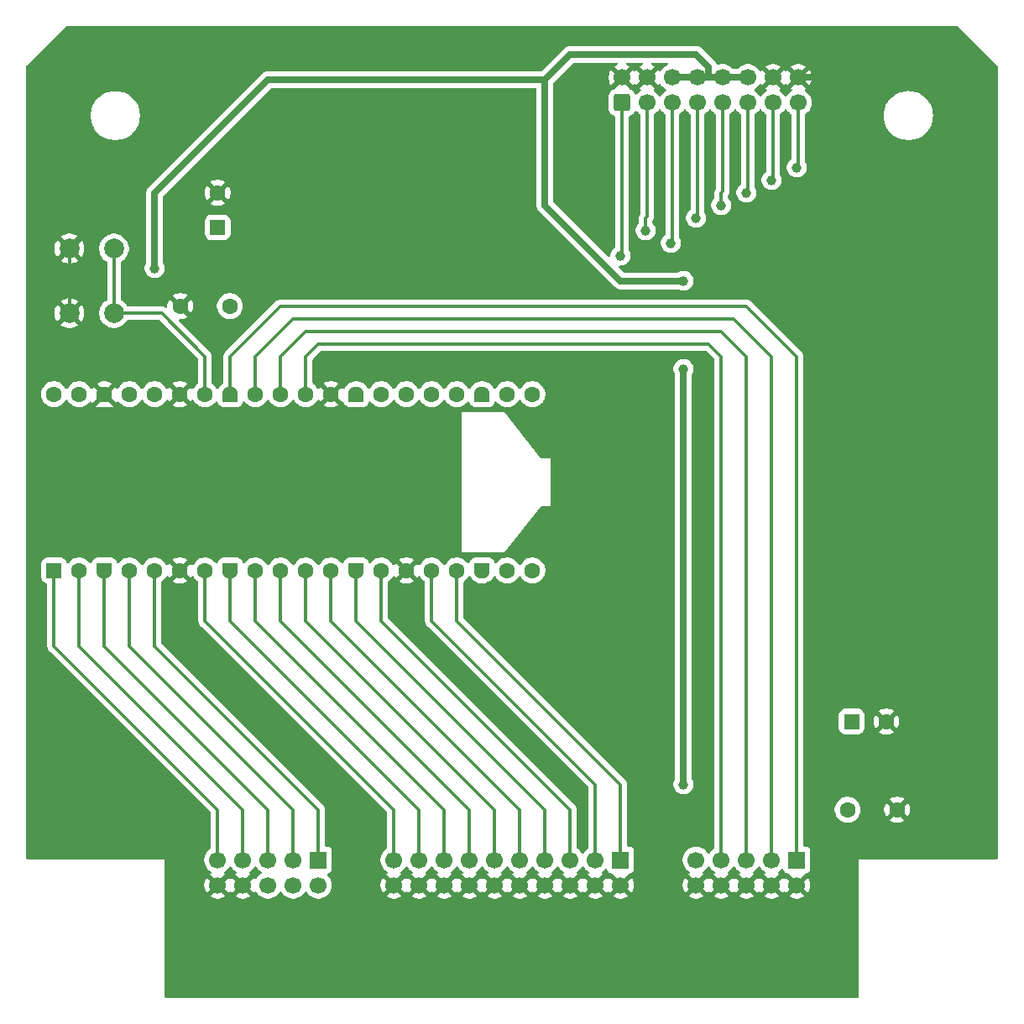
<source format=gbr>
%TF.GenerationSoftware,KiCad,Pcbnew,9.0.7*%
%TF.CreationDate,2026-02-03T14:20:57+01:00*%
%TF.ProjectId,lokho2-rpico-purple,6c6f6b68-6f32-42d7-9270-69636f2d7075,rev?*%
%TF.SameCoordinates,Original*%
%TF.FileFunction,Copper,L1,Top*%
%TF.FilePolarity,Positive*%
%FSLAX46Y46*%
G04 Gerber Fmt 4.6, Leading zero omitted, Abs format (unit mm)*
G04 Created by KiCad (PCBNEW 9.0.7) date 2026-02-03 14:20:57*
%MOMM*%
%LPD*%
G01*
G04 APERTURE LIST*
G04 Aperture macros list*
%AMRoundRect*
0 Rectangle with rounded corners*
0 $1 Rounding radius*
0 $2 $3 $4 $5 $6 $7 $8 $9 X,Y pos of 4 corners*
0 Add a 4 corners polygon primitive as box body*
4,1,4,$2,$3,$4,$5,$6,$7,$8,$9,$2,$3,0*
0 Add four circle primitives for the rounded corners*
1,1,$1+$1,$2,$3*
1,1,$1+$1,$4,$5*
1,1,$1+$1,$6,$7*
1,1,$1+$1,$8,$9*
0 Add four rect primitives between the rounded corners*
20,1,$1+$1,$2,$3,$4,$5,0*
20,1,$1+$1,$4,$5,$6,$7,0*
20,1,$1+$1,$6,$7,$8,$9,0*
20,1,$1+$1,$8,$9,$2,$3,0*%
%AMFreePoly0*
4,1,37,0.603843,0.796157,0.639018,0.796157,0.711114,0.766294,0.766294,0.711114,0.796157,0.639018,0.796157,0.603843,0.800000,0.600000,0.800000,-0.600000,0.796157,-0.603843,0.796157,-0.639018,0.766294,-0.711114,0.711114,-0.766294,0.639018,-0.796157,0.603843,-0.796157,0.600000,-0.800000,0.000000,-0.800000,0.000000,-0.796148,-0.078414,-0.796148,-0.232228,-0.765552,-0.377117,-0.705537,
-0.507515,-0.618408,-0.618408,-0.507515,-0.705537,-0.377117,-0.765552,-0.232228,-0.796148,-0.078414,-0.796148,0.078414,-0.765552,0.232228,-0.705537,0.377117,-0.618408,0.507515,-0.507515,0.618408,-0.377117,0.705537,-0.232228,0.765552,-0.078414,0.796148,0.000000,0.796148,0.000000,0.800000,0.600000,0.800000,0.603843,0.796157,0.603843,0.796157,$1*%
%AMFreePoly1*
4,1,37,0.000000,0.796148,0.078414,0.796148,0.232228,0.765552,0.377117,0.705537,0.507515,0.618408,0.618408,0.507515,0.705537,0.377117,0.765552,0.232228,0.796148,0.078414,0.796148,-0.078414,0.765552,-0.232228,0.705537,-0.377117,0.618408,-0.507515,0.507515,-0.618408,0.377117,-0.705537,0.232228,-0.765552,0.078414,-0.796148,0.000000,-0.796148,0.000000,-0.800000,-0.600000,-0.800000,
-0.603843,-0.796157,-0.639018,-0.796157,-0.711114,-0.766294,-0.766294,-0.711114,-0.796157,-0.639018,-0.796157,-0.603843,-0.800000,-0.600000,-0.800000,0.600000,-0.796157,0.603843,-0.796157,0.639018,-0.766294,0.711114,-0.711114,0.766294,-0.639018,0.796157,-0.603843,0.796157,-0.600000,0.800000,0.000000,0.800000,0.000000,0.796148,0.000000,0.796148,$1*%
G04 Aperture macros list end*
%TA.AperFunction,Conductor*%
%ADD10C,2.000000*%
%TD*%
%TA.AperFunction,ComponentPad*%
%ADD11RoundRect,0.200000X0.600000X-0.600000X0.600000X0.600000X-0.600000X0.600000X-0.600000X-0.600000X0*%
%TD*%
%TA.AperFunction,ComponentPad*%
%ADD12C,1.600000*%
%TD*%
%TA.AperFunction,ComponentPad*%
%ADD13FreePoly0,90.000000*%
%TD*%
%TA.AperFunction,ComponentPad*%
%ADD14FreePoly1,90.000000*%
%TD*%
%TA.AperFunction,ComponentPad*%
%ADD15R,1.700000X1.700000*%
%TD*%
%TA.AperFunction,ComponentPad*%
%ADD16C,1.700000*%
%TD*%
%TA.AperFunction,ComponentPad*%
%ADD17RoundRect,0.250000X0.550000X-0.550000X0.550000X0.550000X-0.550000X0.550000X-0.550000X-0.550000X0*%
%TD*%
%TA.AperFunction,ComponentPad*%
%ADD18RoundRect,0.250000X0.600000X-0.600000X0.600000X0.600000X-0.600000X0.600000X-0.600000X-0.600000X0*%
%TD*%
%TA.AperFunction,ComponentPad*%
%ADD19RoundRect,0.250000X-0.550000X-0.550000X0.550000X-0.550000X0.550000X0.550000X-0.550000X0.550000X0*%
%TD*%
%TA.AperFunction,ComponentPad*%
%ADD20C,2.000000*%
%TD*%
%TA.AperFunction,ViaPad*%
%ADD21C,1.000000*%
%TD*%
%TA.AperFunction,Conductor*%
%ADD22C,0.700000*%
%TD*%
%TA.AperFunction,Conductor*%
%ADD23C,0.350000*%
%TD*%
G04 APERTURE END LIST*
D10*
%TO.N,GND*%
X193500000Y-60000000D02*
G75*
G02*
X186500000Y-60000000I-3500000J0D01*
G01*
X186500000Y-60000000D02*
G75*
G02*
X193500000Y-60000000I3500000J0D01*
G01*
X113500000Y-60000000D02*
G75*
G02*
X106500000Y-60000000I-3500000J0D01*
G01*
X106500000Y-60000000D02*
G75*
G02*
X113500000Y-60000000I3500000J0D01*
G01*
%TD*%
D11*
%TO.P,A1,1,GPIO0*%
%TO.N,GPIO0*%
X103810000Y-105880000D03*
D12*
%TO.P,A1,2,GPIO1*%
%TO.N,GPIO1*%
X106350000Y-105880000D03*
D13*
%TO.P,A1,3,GPIO2*%
%TO.N,GPIO2*%
X108890000Y-105880000D03*
D12*
%TO.P,A1,4,GPIO3*%
%TO.N,GPIO3*%
X111430000Y-105880000D03*
%TO.P,A1,5,GPIO4*%
%TO.N,GPIO4*%
X113970000Y-105880000D03*
%TO.P,A1,6,GND*%
%TO.N,GND*%
X116510000Y-105880000D03*
%TO.P,A1,7,GPIO5*%
%TO.N,GPIO5*%
X119050000Y-105880000D03*
D13*
%TO.P,A1,8,GPIO6*%
%TO.N,GPIO6*%
X121590000Y-105880000D03*
D12*
%TO.P,A1,9,GPIO7*%
%TO.N,GPIO7*%
X124130000Y-105880000D03*
%TO.P,A1,10,GPIO8*%
%TO.N,GPIO8*%
X126670000Y-105880000D03*
%TO.P,A1,11,GPIO9*%
%TO.N,GPIO9*%
X129210000Y-105880000D03*
%TO.P,A1,12,GPIO10*%
%TO.N,GPIO10*%
X131750000Y-105880000D03*
D13*
%TO.P,A1,13,GPIO11*%
%TO.N,GPIO11*%
X134290000Y-105880000D03*
D12*
%TO.P,A1,14,GPIO12*%
%TO.N,GPIO12*%
X136830000Y-105880000D03*
%TO.P,A1,15,GND*%
%TO.N,GND*%
X139370000Y-105880000D03*
%TO.P,A1,16,GPIO13*%
%TO.N,GPIO13*%
X141910000Y-105880000D03*
%TO.P,A1,17,GPIO14*%
%TO.N,GPIO14*%
X144450000Y-105880000D03*
D13*
%TO.P,A1,18,GPIO15*%
%TO.N,GPIO15*%
X146990000Y-105880000D03*
D12*
%TO.P,A1,19,GPIO16*%
%TO.N,SPI_MISO*%
X149530000Y-105880000D03*
%TO.P,A1,20,GPIO17*%
%TO.N,GPIO17*%
X152070000Y-105880000D03*
%TO.P,A1,21,GPIO18*%
%TO.N,SPI_SCK*%
X152070000Y-88100000D03*
%TO.P,A1,22,GPIO19*%
%TO.N,SPI_MOSI*%
X149530000Y-88100000D03*
D14*
%TO.P,A1,23,GPIO20*%
%TO.N,SPI_S0*%
X146990000Y-88100000D03*
D12*
%TO.P,A1,24,GPIO21*%
%TO.N,SPI_S1*%
X144450000Y-88100000D03*
%TO.P,A1,25,GPIO22*%
%TO.N,SPI_S2*%
X141910000Y-88100000D03*
%TO.P,A1,26,GPIO23*%
%TO.N,SPI_S3*%
X139370000Y-88100000D03*
%TO.P,A1,27,GPIO24*%
%TO.N,GP*%
X136830000Y-88100000D03*
D14*
%TO.P,A1,28,GPIO25*%
%TO.N,GPIO25*%
X134290000Y-88100000D03*
D12*
%TO.P,A1,29,AGND*%
%TO.N,GND*%
X131750000Y-88100000D03*
%TO.P,A1,30,GPIO26_ADC0*%
%TO.N,GPIO26*%
X129210000Y-88100000D03*
%TO.P,A1,31,GPIO27_ADC1*%
%TO.N,GPIO27*%
X126670000Y-88100000D03*
%TO.P,A1,32,GPIO28_ADC2*%
%TO.N,GPIO28*%
X124130000Y-88100000D03*
D14*
%TO.P,A1,33,GPIO29_ADC3*%
%TO.N,GPIO29*%
X121590000Y-88100000D03*
D12*
%TO.P,A1,34,RUN*%
%TO.N,Net-(A1-RUN)*%
X119050000Y-88100000D03*
%TO.P,A1,35,GND*%
%TO.N,GND*%
X116510000Y-88100000D03*
%TO.P,A1,36,3V3*%
%TO.N,+3V3*%
X113970000Y-88100000D03*
%TO.P,A1,37,3V3_EN*%
%TO.N,unconnected-(A1-3V3_EN-Pad37)*%
X111430000Y-88100000D03*
D14*
%TO.P,A1,38,GND*%
%TO.N,GND*%
X108890000Y-88100000D03*
D12*
%TO.P,A1,39,VSYS*%
%TO.N,unconnected-(A1-VSYS-Pad39)*%
X106350000Y-88100000D03*
%TO.P,A1,40,VBUS*%
%TO.N,unconnected-(A1-VBUS-Pad40)*%
X103810000Y-88100000D03*
%TD*%
D15*
%TO.P,J2,1,Pin_1*%
%TO.N,GPIO14*%
X160960000Y-135090000D03*
D16*
%TO.P,J2,2,Pin_2*%
%TO.N,GND*%
X160960000Y-137630000D03*
%TO.P,J2,3,Pin_3*%
%TO.N,GPIO13*%
X158420000Y-135090000D03*
%TO.P,J2,4,Pin_4*%
%TO.N,GND*%
X158420000Y-137630000D03*
%TO.P,J2,5,Pin_5*%
%TO.N,GPIO12*%
X155880000Y-135090000D03*
%TO.P,J2,6,Pin_6*%
%TO.N,GND*%
X155880000Y-137630000D03*
%TO.P,J2,7,Pin_7*%
%TO.N,GPIO11*%
X153340000Y-135090000D03*
%TO.P,J2,8,Pin_8*%
%TO.N,GND*%
X153340000Y-137630000D03*
%TO.P,J2,9,Pin_9*%
%TO.N,GPIO10*%
X150800000Y-135090000D03*
%TO.P,J2,10,Pin_10*%
%TO.N,GND*%
X150800000Y-137630000D03*
%TO.P,J2,11,Pin_11*%
%TO.N,GPIO9*%
X148260000Y-135090000D03*
%TO.P,J2,12,Pin_12*%
%TO.N,GND*%
X148260000Y-137630000D03*
%TO.P,J2,13,Pin_13*%
%TO.N,GPIO8*%
X145720000Y-135090000D03*
%TO.P,J2,14,Pin_14*%
%TO.N,GND*%
X145720000Y-137630000D03*
%TO.P,J2,15,Pin_15*%
%TO.N,GPIO7*%
X143180000Y-135090000D03*
%TO.P,J2,16,Pin_16*%
%TO.N,GND*%
X143180000Y-137630000D03*
%TO.P,J2,17,Pin_17*%
%TO.N,GPIO6*%
X140640000Y-135090000D03*
%TO.P,J2,18,Pin_18*%
%TO.N,GND*%
X140640000Y-137630000D03*
%TO.P,J2,19,Pin_19*%
%TO.N,GPIO5*%
X138100000Y-135090000D03*
%TO.P,J2,20,Pin_20*%
%TO.N,GND*%
X138100000Y-137630000D03*
%TD*%
D12*
%TO.P,C2,1*%
%TO.N,GND*%
X116550000Y-79210000D03*
%TO.P,C2,2*%
%TO.N,+3V3*%
X121550000Y-79210000D03*
%TD*%
D15*
%TO.P,J1,1,Pin_1*%
%TO.N,GPIO4*%
X130480000Y-135090000D03*
D16*
%TO.P,J1,2,Pin_2*%
%TO.N,+3V3*%
X130480000Y-137630000D03*
%TO.P,J1,3,Pin_3*%
%TO.N,GPIO3*%
X127940000Y-135090000D03*
%TO.P,J1,4,Pin_4*%
%TO.N,+3V3*%
X127940000Y-137630000D03*
%TO.P,J1,5,Pin_5*%
%TO.N,GPIO2*%
X125400000Y-135090000D03*
%TO.P,J1,6,Pin_6*%
%TO.N,unconnected-(J1-Pin_6-Pad6)*%
X125400000Y-137630000D03*
%TO.P,J1,7,Pin_7*%
%TO.N,GPIO1*%
X122860000Y-135090000D03*
%TO.P,J1,8,Pin_8*%
%TO.N,GND*%
X122860000Y-137630000D03*
%TO.P,J1,9,Pin_9*%
%TO.N,GPIO0*%
X120320000Y-135090000D03*
%TO.P,J1,10,Pin_10*%
%TO.N,GND*%
X120320000Y-137630000D03*
%TD*%
D17*
%TO.P,C1,1*%
%TO.N,+3V3*%
X120320000Y-71280000D03*
D12*
%TO.P,C1,2*%
%TO.N,GND*%
X120320000Y-67780000D03*
%TD*%
D15*
%TO.P,J3,1,Pin_1*%
%TO.N,GPIO29*%
X178740000Y-135090000D03*
D16*
%TO.P,J3,2,Pin_2*%
%TO.N,GND*%
X178740000Y-137630000D03*
%TO.P,J3,3,Pin_3*%
%TO.N,GPIO28*%
X176200000Y-135090000D03*
%TO.P,J3,4,Pin_4*%
%TO.N,GND*%
X176200000Y-137630000D03*
%TO.P,J3,5,Pin_5*%
%TO.N,GPIO27*%
X173660000Y-135090000D03*
%TO.P,J3,6,Pin_6*%
%TO.N,GND*%
X173660000Y-137630000D03*
%TO.P,J3,7,Pin_7*%
%TO.N,GPIO26*%
X171120000Y-135090000D03*
%TO.P,J3,8,Pin_8*%
%TO.N,GND*%
X171120000Y-137630000D03*
%TO.P,J3,9,Pin_9*%
%TO.N,+3V3*%
X168580000Y-135090000D03*
%TO.P,J3,10,Pin_10*%
%TO.N,GND*%
X168580000Y-137630000D03*
%TD*%
D18*
%TO.P,SPI1,1,Pin_1*%
%TO.N,SPI_MISO*%
X161110000Y-58697500D03*
D16*
%TO.P,SPI1,2,Pin_2*%
%TO.N,GND*%
X161110000Y-56157500D03*
%TO.P,SPI1,3,Pin_3*%
%TO.N,SPI_MOSI*%
X163650000Y-58697500D03*
%TO.P,SPI1,4,Pin_4*%
%TO.N,GND*%
X163650000Y-56157500D03*
%TO.P,SPI1,5,Pin_5*%
%TO.N,SPI_SCK*%
X166190000Y-58697500D03*
%TO.P,SPI1,6,Pin_6*%
%TO.N,+3V3*%
X166190000Y-56157500D03*
%TO.P,SPI1,7,Pin_7*%
%TO.N,SPI_S0*%
X168730000Y-58697500D03*
%TO.P,SPI1,8,Pin_8*%
%TO.N,+3V3*%
X168730000Y-56157500D03*
%TO.P,SPI1,9,Pin_9*%
%TO.N,SPI_S1*%
X171270000Y-58697500D03*
%TO.P,SPI1,10,Pin_10*%
%TO.N,+3V3*%
X171270000Y-56157500D03*
%TO.P,SPI1,11,Pin_11*%
%TO.N,SPI_S2*%
X173810000Y-58697500D03*
%TO.P,SPI1,12,Pin_12*%
%TO.N,+3V3*%
X173810000Y-56157500D03*
%TO.P,SPI1,13,Pin_13*%
%TO.N,SPI_S3*%
X176350000Y-58697500D03*
%TO.P,SPI1,14,Pin_14*%
%TO.N,GND*%
X176350000Y-56157500D03*
%TO.P,SPI1,15,Pin_15*%
%TO.N,GP*%
X178890000Y-58697500D03*
%TO.P,SPI1,16,Pin_16*%
%TO.N,GND*%
X178890000Y-56157500D03*
%TD*%
D12*
%TO.P,C4,1*%
%TO.N,GND*%
X188860000Y-130010000D03*
%TO.P,C4,2*%
%TO.N,+3V3*%
X183860000Y-130010000D03*
%TD*%
D19*
%TO.P,C3,1*%
%TO.N,+3V3*%
X184274698Y-121120000D03*
D12*
%TO.P,C3,2*%
%TO.N,GND*%
X187774698Y-121120000D03*
%TD*%
D20*
%TO.P,SW1,1,1*%
%TO.N,GND*%
X105370000Y-79920000D03*
X105370000Y-73420000D03*
%TO.P,SW1,2,2*%
%TO.N,Net-(A1-RUN)*%
X109870000Y-79920000D03*
X109870000Y-73420000D03*
%TD*%
D21*
%TO.N,+3V3*%
X167310000Y-127470000D03*
%TO.N,SPI_MISO*%
X160960000Y-74130000D03*
%TO.N,SPI_MOSI*%
X163500000Y-71590000D03*
%TO.N,SPI_SCK*%
X166040000Y-72860000D03*
%TO.N,+3V3*%
X167310000Y-76670000D03*
X167310000Y-85560000D03*
X113970000Y-75400000D03*
%TO.N,SPI_S0*%
X168580000Y-70320000D03*
%TO.N,SPI_S1*%
X171120000Y-69050000D03*
%TO.N,SPI_S2*%
X173660000Y-67780000D03*
%TO.N,SPI_S3*%
X176200000Y-66510000D03*
%TO.N,GP*%
X178740000Y-65240000D03*
%TD*%
D22*
%TO.N,+3V3*%
X167310000Y-127470000D02*
X167310000Y-85560000D01*
D23*
%TO.N,SPI_MISO*%
X161110000Y-73980000D02*
X161110000Y-58697500D01*
X160960000Y-74130000D02*
X161110000Y-73980000D01*
%TO.N,GND*%
X105370000Y-79920000D02*
X105370000Y-73420000D01*
D22*
X178890000Y-56157500D02*
X189657500Y-56157500D01*
X106500000Y-60000000D02*
X106500000Y-72290000D01*
X106500000Y-72290000D02*
X105370000Y-73420000D01*
X189657500Y-56157500D02*
X190000000Y-56500000D01*
D23*
%TO.N,SPI_MOSI*%
X163500000Y-70320000D02*
X163650000Y-70170000D01*
X163500000Y-71590000D02*
X163500000Y-70320000D01*
X163650000Y-70170000D02*
X163650000Y-58697500D01*
%TO.N,SPI_SCK*%
X166190000Y-72710000D02*
X166190000Y-58697500D01*
X166040000Y-72860000D02*
X166190000Y-72710000D01*
D22*
%TO.N,+3V3*%
X153340000Y-56350000D02*
X125400000Y-56350000D01*
X173810000Y-56157500D02*
X169850000Y-56157500D01*
X169850000Y-56157500D02*
X166190000Y-56157500D01*
X125400000Y-56350000D02*
X113970000Y-67780000D01*
X153340000Y-69050000D02*
X160960000Y-76670000D01*
X153340000Y-56350000D02*
X155880000Y-53810000D01*
X169850000Y-55080000D02*
X169850000Y-56157500D01*
X168580000Y-53810000D02*
X169850000Y-55080000D01*
X155880000Y-53810000D02*
X168580000Y-53810000D01*
X160960000Y-76670000D02*
X167310000Y-76670000D01*
X153340000Y-56350000D02*
X153340000Y-69050000D01*
X113970000Y-67780000D02*
X113970000Y-75400000D01*
D23*
%TO.N,SPI_S0*%
X168580000Y-70320000D02*
X168730000Y-70170000D01*
X168730000Y-70170000D02*
X168730000Y-58697500D01*
%TO.N,SPI_S1*%
X171120000Y-69050000D02*
X171120000Y-67780000D01*
X171270000Y-67630000D02*
X171270000Y-58697500D01*
X171120000Y-67780000D02*
X171270000Y-67630000D01*
%TO.N,SPI_S2*%
X173810000Y-58697500D02*
X173810000Y-67630000D01*
X173810000Y-67630000D02*
X173660000Y-67780000D01*
%TO.N,SPI_S3*%
X176350000Y-66360000D02*
X176350000Y-58697500D01*
X176200000Y-66510000D02*
X176350000Y-66360000D01*
%TO.N,GP*%
X178740000Y-65240000D02*
X178890000Y-65090000D01*
X178890000Y-65090000D02*
X178890000Y-58697500D01*
%TO.N,GPIO0*%
X103810000Y-105880000D02*
X103810000Y-113500000D01*
X120320000Y-130010000D02*
X120320000Y-135090000D01*
X103810000Y-113500000D02*
X120320000Y-130010000D01*
%TO.N,GPIO2*%
X108890000Y-105880000D02*
X108890000Y-113500000D01*
X125400000Y-130010000D02*
X125400000Y-135090000D01*
X108890000Y-113500000D02*
X125400000Y-130010000D01*
%TO.N,GPIO10*%
X131750000Y-105880000D02*
X131750000Y-110960000D01*
X131750000Y-110960000D02*
X150800000Y-130010000D01*
X150800000Y-130010000D02*
X150800000Y-135090000D01*
%TO.N,GPIO7*%
X143180000Y-130010000D02*
X143180000Y-135090000D01*
X124130000Y-110960000D02*
X143180000Y-130010000D01*
X124130000Y-105880000D02*
X124130000Y-110960000D01*
%TO.N,GPIO3*%
X111430000Y-105880000D02*
X111430000Y-113500000D01*
X111430000Y-113500000D02*
X127940000Y-130010000D01*
X127940000Y-130010000D02*
X127940000Y-135090000D01*
%TO.N,GPIO28*%
X124130000Y-84290000D02*
X127940000Y-80480000D01*
X124130000Y-88100000D02*
X124130000Y-84290000D01*
X127940000Y-80480000D02*
X172390000Y-80480000D01*
X176200000Y-84290000D02*
X176200000Y-135090000D01*
X172390000Y-80480000D02*
X176200000Y-84290000D01*
%TO.N,GPIO8*%
X145720000Y-130010000D02*
X145720000Y-135090000D01*
X126670000Y-110960000D02*
X145720000Y-130010000D01*
X126670000Y-105880000D02*
X126670000Y-110960000D01*
%TO.N,GPIO27*%
X171120000Y-81750000D02*
X173660000Y-84290000D01*
X126670000Y-84290000D02*
X129210000Y-81750000D01*
X126670000Y-88100000D02*
X126670000Y-84290000D01*
X173660000Y-84290000D02*
X173660000Y-135090000D01*
X129210000Y-81750000D02*
X171120000Y-81750000D01*
%TO.N,GPIO29*%
X126670000Y-79210000D02*
X173660000Y-79210000D01*
X173660000Y-79210000D02*
X178740000Y-84290000D01*
X178740000Y-84290000D02*
X178740000Y-135090000D01*
X121590000Y-88100000D02*
X121590000Y-84290000D01*
X121590000Y-84290000D02*
X126670000Y-79210000D01*
%TO.N,GPIO6*%
X121590000Y-110960000D02*
X140640000Y-130010000D01*
X121590000Y-105880000D02*
X121590000Y-110960000D01*
X140640000Y-130010000D02*
X140640000Y-135090000D01*
%TO.N,GPIO9*%
X129210000Y-105880000D02*
X129210000Y-110960000D01*
X148260000Y-130010000D02*
X148260000Y-135090000D01*
X129210000Y-110960000D02*
X148260000Y-130010000D01*
%TO.N,GPIO13*%
X141910000Y-110960000D02*
X158420000Y-127470000D01*
X141910000Y-105880000D02*
X141910000Y-110960000D01*
X158420000Y-127470000D02*
X158420000Y-135090000D01*
%TO.N,Net-(A1-RUN)*%
X114680000Y-79920000D02*
X109870000Y-79920000D01*
X119050000Y-88100000D02*
X119050000Y-84290000D01*
X109870000Y-79920000D02*
X109870000Y-73420000D01*
X119050000Y-84290000D02*
X114680000Y-79920000D01*
%TO.N,GPIO14*%
X144450000Y-110960000D02*
X160960000Y-127470000D01*
X160960000Y-127470000D02*
X160960000Y-135090000D01*
X144450000Y-105880000D02*
X144450000Y-110960000D01*
%TO.N,GPIO4*%
X113970000Y-113500000D02*
X130480000Y-130010000D01*
X130480000Y-130010000D02*
X130480000Y-135090000D01*
X113970000Y-105880000D02*
X113970000Y-113500000D01*
%TO.N,GPIO12*%
X136830000Y-105880000D02*
X136830000Y-110960000D01*
X136830000Y-110960000D02*
X155880000Y-130010000D01*
X155880000Y-130010000D02*
X155880000Y-135090000D01*
%TO.N,GPIO5*%
X119050000Y-105880000D02*
X119050000Y-110960000D01*
X138100000Y-135090000D02*
X138100000Y-130010000D01*
X138100000Y-130010000D02*
X119050000Y-110960000D01*
%TO.N,GPIO11*%
X134290000Y-110960000D02*
X153340000Y-130010000D01*
X153340000Y-130010000D02*
X153340000Y-135090000D01*
X134290000Y-105880000D02*
X134290000Y-110960000D01*
%TO.N,GPIO1*%
X122860000Y-130010000D02*
X122860000Y-135090000D01*
X106350000Y-105880000D02*
X106350000Y-113500000D01*
X106350000Y-113500000D02*
X122860000Y-130010000D01*
%TO.N,GPIO26*%
X129210000Y-88100000D02*
X129210000Y-84290000D01*
X171120000Y-84290000D02*
X171120000Y-135090000D01*
X130480000Y-83020000D02*
X169850000Y-83020000D01*
X129210000Y-84290000D02*
X130480000Y-83020000D01*
X169850000Y-83020000D02*
X171120000Y-84290000D01*
%TD*%
%TA.AperFunction,Conductor*%
%TO.N,GND*%
G36*
X121661444Y-135743999D02*
G01*
X121700486Y-135789056D01*
X121704951Y-135797820D01*
X121829890Y-135969786D01*
X121980213Y-136120109D01*
X122152179Y-136245048D01*
X122152181Y-136245049D01*
X122152184Y-136245051D01*
X122161493Y-136249794D01*
X122212290Y-136297766D01*
X122229087Y-136365587D01*
X122206552Y-136431722D01*
X122161505Y-136470760D01*
X122152446Y-136475376D01*
X122152440Y-136475380D01*
X122098282Y-136514727D01*
X122098282Y-136514728D01*
X122730591Y-137147037D01*
X122667007Y-137164075D01*
X122552993Y-137229901D01*
X122459901Y-137322993D01*
X122394075Y-137437007D01*
X122377037Y-137500591D01*
X121744728Y-136868282D01*
X121744727Y-136868282D01*
X121705380Y-136922440D01*
X121700483Y-136932051D01*
X121652506Y-136982845D01*
X121584684Y-136999638D01*
X121518550Y-136977098D01*
X121479516Y-136932048D01*
X121474626Y-136922452D01*
X121435270Y-136868282D01*
X121435269Y-136868282D01*
X120802962Y-137500590D01*
X120785925Y-137437007D01*
X120720099Y-137322993D01*
X120627007Y-137229901D01*
X120512993Y-137164075D01*
X120449409Y-137147037D01*
X121081716Y-136514728D01*
X121027547Y-136475373D01*
X121027547Y-136475372D01*
X121018500Y-136470763D01*
X120967706Y-136422788D01*
X120950912Y-136354966D01*
X120973451Y-136288832D01*
X121018508Y-136249793D01*
X121027816Y-136245051D01*
X121114147Y-136182328D01*
X121199786Y-136120109D01*
X121199788Y-136120106D01*
X121199792Y-136120104D01*
X121350104Y-135969792D01*
X121350106Y-135969788D01*
X121350109Y-135969786D01*
X121475048Y-135797820D01*
X121475047Y-135797820D01*
X121475051Y-135797816D01*
X121479514Y-135789054D01*
X121527488Y-135738259D01*
X121595308Y-135721463D01*
X121661444Y-135743999D01*
G37*
%TD.AperFunction*%
%TA.AperFunction,Conductor*%
G36*
X139441444Y-135743999D02*
G01*
X139480486Y-135789056D01*
X139484951Y-135797820D01*
X139609890Y-135969786D01*
X139760213Y-136120109D01*
X139932179Y-136245048D01*
X139932181Y-136245049D01*
X139932184Y-136245051D01*
X139941493Y-136249794D01*
X139992290Y-136297766D01*
X140009087Y-136365587D01*
X139986552Y-136431722D01*
X139941505Y-136470760D01*
X139932446Y-136475376D01*
X139932440Y-136475380D01*
X139878282Y-136514727D01*
X139878282Y-136514728D01*
X140510591Y-137147037D01*
X140447007Y-137164075D01*
X140332993Y-137229901D01*
X140239901Y-137322993D01*
X140174075Y-137437007D01*
X140157037Y-137500591D01*
X139524728Y-136868282D01*
X139524727Y-136868282D01*
X139485380Y-136922440D01*
X139480483Y-136932051D01*
X139432506Y-136982845D01*
X139364684Y-136999638D01*
X139298550Y-136977098D01*
X139259516Y-136932048D01*
X139254626Y-136922452D01*
X139215270Y-136868282D01*
X139215269Y-136868282D01*
X138582962Y-137500590D01*
X138565925Y-137437007D01*
X138500099Y-137322993D01*
X138407007Y-137229901D01*
X138292993Y-137164075D01*
X138229409Y-137147037D01*
X138861716Y-136514728D01*
X138807547Y-136475373D01*
X138807547Y-136475372D01*
X138798500Y-136470763D01*
X138747706Y-136422788D01*
X138730912Y-136354966D01*
X138753451Y-136288832D01*
X138798508Y-136249793D01*
X138807816Y-136245051D01*
X138894147Y-136182328D01*
X138979786Y-136120109D01*
X138979788Y-136120106D01*
X138979792Y-136120104D01*
X139130104Y-135969792D01*
X139130106Y-135969788D01*
X139130109Y-135969786D01*
X139255048Y-135797820D01*
X139255047Y-135797820D01*
X139255051Y-135797816D01*
X139259514Y-135789054D01*
X139307488Y-135738259D01*
X139375308Y-135721463D01*
X139441444Y-135743999D01*
G37*
%TD.AperFunction*%
%TA.AperFunction,Conductor*%
G36*
X141981444Y-135743999D02*
G01*
X142020486Y-135789056D01*
X142024951Y-135797820D01*
X142149890Y-135969786D01*
X142300213Y-136120109D01*
X142472179Y-136245048D01*
X142472181Y-136245049D01*
X142472184Y-136245051D01*
X142481493Y-136249794D01*
X142532290Y-136297766D01*
X142549087Y-136365587D01*
X142526552Y-136431722D01*
X142481505Y-136470760D01*
X142472446Y-136475376D01*
X142472440Y-136475380D01*
X142418282Y-136514727D01*
X142418282Y-136514728D01*
X143050591Y-137147037D01*
X142987007Y-137164075D01*
X142872993Y-137229901D01*
X142779901Y-137322993D01*
X142714075Y-137437007D01*
X142697037Y-137500591D01*
X142064728Y-136868282D01*
X142064727Y-136868282D01*
X142025380Y-136922440D01*
X142020483Y-136932051D01*
X141972506Y-136982845D01*
X141904684Y-136999638D01*
X141838550Y-136977098D01*
X141799516Y-136932048D01*
X141794626Y-136922452D01*
X141755270Y-136868282D01*
X141755269Y-136868282D01*
X141122962Y-137500590D01*
X141105925Y-137437007D01*
X141040099Y-137322993D01*
X140947007Y-137229901D01*
X140832993Y-137164075D01*
X140769409Y-137147037D01*
X141401716Y-136514728D01*
X141347547Y-136475373D01*
X141347547Y-136475372D01*
X141338500Y-136470763D01*
X141287706Y-136422788D01*
X141270912Y-136354966D01*
X141293451Y-136288832D01*
X141338508Y-136249793D01*
X141347816Y-136245051D01*
X141434147Y-136182328D01*
X141519786Y-136120109D01*
X141519788Y-136120106D01*
X141519792Y-136120104D01*
X141670104Y-135969792D01*
X141670106Y-135969788D01*
X141670109Y-135969786D01*
X141795048Y-135797820D01*
X141795047Y-135797820D01*
X141795051Y-135797816D01*
X141799514Y-135789054D01*
X141847488Y-135738259D01*
X141915308Y-135721463D01*
X141981444Y-135743999D01*
G37*
%TD.AperFunction*%
%TA.AperFunction,Conductor*%
G36*
X144521444Y-135743999D02*
G01*
X144560486Y-135789056D01*
X144564951Y-135797820D01*
X144689890Y-135969786D01*
X144840213Y-136120109D01*
X145012179Y-136245048D01*
X145012181Y-136245049D01*
X145012184Y-136245051D01*
X145021493Y-136249794D01*
X145072290Y-136297766D01*
X145089087Y-136365587D01*
X145066552Y-136431722D01*
X145021505Y-136470760D01*
X145012446Y-136475376D01*
X145012440Y-136475380D01*
X144958282Y-136514727D01*
X144958282Y-136514728D01*
X145590591Y-137147037D01*
X145527007Y-137164075D01*
X145412993Y-137229901D01*
X145319901Y-137322993D01*
X145254075Y-137437007D01*
X145237037Y-137500591D01*
X144604728Y-136868282D01*
X144604727Y-136868282D01*
X144565380Y-136922440D01*
X144560483Y-136932051D01*
X144512506Y-136982845D01*
X144444684Y-136999638D01*
X144378550Y-136977098D01*
X144339516Y-136932048D01*
X144334626Y-136922452D01*
X144295270Y-136868282D01*
X144295269Y-136868282D01*
X143662962Y-137500590D01*
X143645925Y-137437007D01*
X143580099Y-137322993D01*
X143487007Y-137229901D01*
X143372993Y-137164075D01*
X143309409Y-137147037D01*
X143941716Y-136514728D01*
X143887547Y-136475373D01*
X143887547Y-136475372D01*
X143878500Y-136470763D01*
X143827706Y-136422788D01*
X143810912Y-136354966D01*
X143833451Y-136288832D01*
X143878508Y-136249793D01*
X143887816Y-136245051D01*
X143974147Y-136182328D01*
X144059786Y-136120109D01*
X144059788Y-136120106D01*
X144059792Y-136120104D01*
X144210104Y-135969792D01*
X144210106Y-135969788D01*
X144210109Y-135969786D01*
X144335048Y-135797820D01*
X144335047Y-135797820D01*
X144335051Y-135797816D01*
X144339514Y-135789054D01*
X144387488Y-135738259D01*
X144455308Y-135721463D01*
X144521444Y-135743999D01*
G37*
%TD.AperFunction*%
%TA.AperFunction,Conductor*%
G36*
X147061444Y-135743999D02*
G01*
X147100486Y-135789056D01*
X147104951Y-135797820D01*
X147229890Y-135969786D01*
X147380213Y-136120109D01*
X147552179Y-136245048D01*
X147552181Y-136245049D01*
X147552184Y-136245051D01*
X147561493Y-136249794D01*
X147612290Y-136297766D01*
X147629087Y-136365587D01*
X147606552Y-136431722D01*
X147561505Y-136470760D01*
X147552446Y-136475376D01*
X147552440Y-136475380D01*
X147498282Y-136514727D01*
X147498282Y-136514728D01*
X148130591Y-137147037D01*
X148067007Y-137164075D01*
X147952993Y-137229901D01*
X147859901Y-137322993D01*
X147794075Y-137437007D01*
X147777037Y-137500591D01*
X147144728Y-136868282D01*
X147144727Y-136868282D01*
X147105380Y-136922440D01*
X147100483Y-136932051D01*
X147052506Y-136982845D01*
X146984684Y-136999638D01*
X146918550Y-136977098D01*
X146879516Y-136932048D01*
X146874626Y-136922452D01*
X146835270Y-136868282D01*
X146202962Y-137500590D01*
X146185925Y-137437007D01*
X146120099Y-137322993D01*
X146027007Y-137229901D01*
X145912993Y-137164075D01*
X145849409Y-137147037D01*
X146481716Y-136514728D01*
X146427547Y-136475373D01*
X146427547Y-136475372D01*
X146418500Y-136470763D01*
X146367706Y-136422788D01*
X146350912Y-136354966D01*
X146373451Y-136288832D01*
X146418508Y-136249793D01*
X146427816Y-136245051D01*
X146514147Y-136182328D01*
X146599786Y-136120109D01*
X146599788Y-136120106D01*
X146599792Y-136120104D01*
X146750104Y-135969792D01*
X146750106Y-135969788D01*
X146750109Y-135969786D01*
X146875048Y-135797820D01*
X146875047Y-135797820D01*
X146875051Y-135797816D01*
X146879514Y-135789054D01*
X146927488Y-135738259D01*
X146995308Y-135721463D01*
X147061444Y-135743999D01*
G37*
%TD.AperFunction*%
%TA.AperFunction,Conductor*%
G36*
X149601444Y-135743999D02*
G01*
X149640486Y-135789056D01*
X149644951Y-135797820D01*
X149769890Y-135969786D01*
X149920213Y-136120109D01*
X150092179Y-136245048D01*
X150092181Y-136245049D01*
X150092184Y-136245051D01*
X150101493Y-136249794D01*
X150152290Y-136297766D01*
X150169087Y-136365587D01*
X150146552Y-136431722D01*
X150101505Y-136470760D01*
X150092446Y-136475376D01*
X150092440Y-136475380D01*
X150038282Y-136514727D01*
X150038282Y-136514728D01*
X150670591Y-137147037D01*
X150607007Y-137164075D01*
X150492993Y-137229901D01*
X150399901Y-137322993D01*
X150334075Y-137437007D01*
X150317037Y-137500591D01*
X149684728Y-136868282D01*
X149684727Y-136868282D01*
X149645380Y-136922440D01*
X149640483Y-136932051D01*
X149592506Y-136982845D01*
X149524684Y-136999638D01*
X149458550Y-136977098D01*
X149419516Y-136932048D01*
X149414626Y-136922452D01*
X149375270Y-136868282D01*
X149375269Y-136868282D01*
X148742962Y-137500590D01*
X148725925Y-137437007D01*
X148660099Y-137322993D01*
X148567007Y-137229901D01*
X148452993Y-137164075D01*
X148389409Y-137147037D01*
X149021716Y-136514728D01*
X148967547Y-136475373D01*
X148967547Y-136475372D01*
X148958500Y-136470763D01*
X148907706Y-136422788D01*
X148890912Y-136354966D01*
X148913451Y-136288832D01*
X148958508Y-136249793D01*
X148967816Y-136245051D01*
X149054147Y-136182328D01*
X149139786Y-136120109D01*
X149139788Y-136120106D01*
X149139792Y-136120104D01*
X149290104Y-135969792D01*
X149290106Y-135969788D01*
X149290109Y-135969786D01*
X149415048Y-135797820D01*
X149415047Y-135797820D01*
X149415051Y-135797816D01*
X149419514Y-135789054D01*
X149467488Y-135738259D01*
X149535308Y-135721463D01*
X149601444Y-135743999D01*
G37*
%TD.AperFunction*%
%TA.AperFunction,Conductor*%
G36*
X152141444Y-135743999D02*
G01*
X152180486Y-135789056D01*
X152184951Y-135797820D01*
X152309890Y-135969786D01*
X152460213Y-136120109D01*
X152632179Y-136245048D01*
X152632181Y-136245049D01*
X152632184Y-136245051D01*
X152641493Y-136249794D01*
X152692290Y-136297766D01*
X152709087Y-136365587D01*
X152686552Y-136431722D01*
X152641505Y-136470760D01*
X152632446Y-136475376D01*
X152632440Y-136475380D01*
X152578282Y-136514727D01*
X152578282Y-136514728D01*
X153210591Y-137147037D01*
X153147007Y-137164075D01*
X153032993Y-137229901D01*
X152939901Y-137322993D01*
X152874075Y-137437007D01*
X152857037Y-137500591D01*
X152224728Y-136868282D01*
X152224727Y-136868282D01*
X152185380Y-136922440D01*
X152180483Y-136932051D01*
X152132506Y-136982845D01*
X152064684Y-136999638D01*
X151998550Y-136977098D01*
X151959516Y-136932048D01*
X151954626Y-136922452D01*
X151915270Y-136868282D01*
X151915269Y-136868282D01*
X151282962Y-137500590D01*
X151265925Y-137437007D01*
X151200099Y-137322993D01*
X151107007Y-137229901D01*
X150992993Y-137164075D01*
X150929409Y-137147037D01*
X151561716Y-136514728D01*
X151507547Y-136475373D01*
X151507547Y-136475372D01*
X151498500Y-136470763D01*
X151447706Y-136422788D01*
X151430912Y-136354966D01*
X151453451Y-136288832D01*
X151498508Y-136249793D01*
X151507816Y-136245051D01*
X151594147Y-136182328D01*
X151679786Y-136120109D01*
X151679788Y-136120106D01*
X151679792Y-136120104D01*
X151830104Y-135969792D01*
X151830106Y-135969788D01*
X151830109Y-135969786D01*
X151955048Y-135797820D01*
X151955047Y-135797820D01*
X151955051Y-135797816D01*
X151959514Y-135789054D01*
X152007488Y-135738259D01*
X152075308Y-135721463D01*
X152141444Y-135743999D01*
G37*
%TD.AperFunction*%
%TA.AperFunction,Conductor*%
G36*
X154681444Y-135743999D02*
G01*
X154720486Y-135789056D01*
X154724951Y-135797820D01*
X154849890Y-135969786D01*
X155000213Y-136120109D01*
X155172179Y-136245048D01*
X155172181Y-136245049D01*
X155172184Y-136245051D01*
X155181493Y-136249794D01*
X155232290Y-136297766D01*
X155249087Y-136365587D01*
X155226552Y-136431722D01*
X155181505Y-136470760D01*
X155172446Y-136475376D01*
X155172440Y-136475380D01*
X155118282Y-136514727D01*
X155118282Y-136514728D01*
X155750591Y-137147037D01*
X155687007Y-137164075D01*
X155572993Y-137229901D01*
X155479901Y-137322993D01*
X155414075Y-137437007D01*
X155397037Y-137500591D01*
X154764728Y-136868282D01*
X154764727Y-136868282D01*
X154725380Y-136922440D01*
X154720483Y-136932051D01*
X154672506Y-136982845D01*
X154604684Y-136999638D01*
X154538550Y-136977098D01*
X154499516Y-136932048D01*
X154494626Y-136922452D01*
X154455270Y-136868282D01*
X154455269Y-136868282D01*
X153822962Y-137500590D01*
X153805925Y-137437007D01*
X153740099Y-137322993D01*
X153647007Y-137229901D01*
X153532993Y-137164075D01*
X153469409Y-137147037D01*
X154101716Y-136514728D01*
X154047547Y-136475373D01*
X154047547Y-136475372D01*
X154038500Y-136470763D01*
X153987706Y-136422788D01*
X153970912Y-136354966D01*
X153993451Y-136288832D01*
X154038508Y-136249793D01*
X154047816Y-136245051D01*
X154134147Y-136182328D01*
X154219786Y-136120109D01*
X154219788Y-136120106D01*
X154219792Y-136120104D01*
X154370104Y-135969792D01*
X154370106Y-135969788D01*
X154370109Y-135969786D01*
X154495048Y-135797820D01*
X154495047Y-135797820D01*
X154495051Y-135797816D01*
X154499514Y-135789054D01*
X154547488Y-135738259D01*
X154615308Y-135721463D01*
X154681444Y-135743999D01*
G37*
%TD.AperFunction*%
%TA.AperFunction,Conductor*%
G36*
X157221444Y-135743999D02*
G01*
X157260486Y-135789056D01*
X157264951Y-135797820D01*
X157389890Y-135969786D01*
X157540213Y-136120109D01*
X157712179Y-136245048D01*
X157712181Y-136245049D01*
X157712184Y-136245051D01*
X157721493Y-136249794D01*
X157772290Y-136297766D01*
X157789087Y-136365587D01*
X157766552Y-136431722D01*
X157721505Y-136470760D01*
X157712446Y-136475376D01*
X157712440Y-136475380D01*
X157658282Y-136514727D01*
X157658282Y-136514728D01*
X158290591Y-137147037D01*
X158227007Y-137164075D01*
X158112993Y-137229901D01*
X158019901Y-137322993D01*
X157954075Y-137437007D01*
X157937037Y-137500591D01*
X157304728Y-136868282D01*
X157304727Y-136868282D01*
X157265380Y-136922440D01*
X157260483Y-136932051D01*
X157212506Y-136982845D01*
X157144684Y-136999638D01*
X157078550Y-136977098D01*
X157039516Y-136932048D01*
X157034626Y-136922452D01*
X156995270Y-136868282D01*
X156995269Y-136868282D01*
X156362962Y-137500590D01*
X156345925Y-137437007D01*
X156280099Y-137322993D01*
X156187007Y-137229901D01*
X156072993Y-137164075D01*
X156009409Y-137147037D01*
X156641716Y-136514728D01*
X156587547Y-136475373D01*
X156587547Y-136475372D01*
X156578500Y-136470763D01*
X156527706Y-136422788D01*
X156510912Y-136354966D01*
X156533451Y-136288832D01*
X156578508Y-136249793D01*
X156587816Y-136245051D01*
X156674147Y-136182328D01*
X156759786Y-136120109D01*
X156759788Y-136120106D01*
X156759792Y-136120104D01*
X156910104Y-135969792D01*
X156910106Y-135969788D01*
X156910109Y-135969786D01*
X157035048Y-135797820D01*
X157035047Y-135797820D01*
X157035051Y-135797816D01*
X157039514Y-135789054D01*
X157087488Y-135738259D01*
X157155308Y-135721463D01*
X157221444Y-135743999D01*
G37*
%TD.AperFunction*%
%TA.AperFunction,Conductor*%
G36*
X159544340Y-135978068D02*
G01*
X159600274Y-136019939D01*
X159617189Y-136050917D01*
X159666202Y-136182328D01*
X159666206Y-136182335D01*
X159752452Y-136297544D01*
X159752455Y-136297547D01*
X159867664Y-136383793D01*
X159867671Y-136383797D01*
X159912618Y-136400561D01*
X160002517Y-136434091D01*
X160062127Y-136440500D01*
X160072685Y-136440499D01*
X160139723Y-136460179D01*
X160160372Y-136476818D01*
X160830591Y-137147037D01*
X160767007Y-137164075D01*
X160652993Y-137229901D01*
X160559901Y-137322993D01*
X160494075Y-137437007D01*
X160477037Y-137500591D01*
X159844728Y-136868282D01*
X159844727Y-136868282D01*
X159805380Y-136922440D01*
X159800483Y-136932051D01*
X159752506Y-136982845D01*
X159684684Y-136999638D01*
X159618550Y-136977098D01*
X159579516Y-136932048D01*
X159574626Y-136922452D01*
X159535270Y-136868282D01*
X159535269Y-136868282D01*
X158902962Y-137500590D01*
X158885925Y-137437007D01*
X158820099Y-137322993D01*
X158727007Y-137229901D01*
X158612993Y-137164075D01*
X158549409Y-137147037D01*
X159181716Y-136514728D01*
X159127547Y-136475373D01*
X159127547Y-136475372D01*
X159118500Y-136470763D01*
X159067706Y-136422788D01*
X159050912Y-136354966D01*
X159073451Y-136288832D01*
X159118508Y-136249793D01*
X159127816Y-136245051D01*
X159299792Y-136120104D01*
X159413329Y-136006566D01*
X159474648Y-135973084D01*
X159544340Y-135978068D01*
G37*
%TD.AperFunction*%
%TA.AperFunction,Conductor*%
G36*
X124201444Y-135743999D02*
G01*
X124240486Y-135789056D01*
X124244951Y-135797820D01*
X124369890Y-135969786D01*
X124520213Y-136120109D01*
X124692182Y-136245050D01*
X124700946Y-136249516D01*
X124751742Y-136297491D01*
X124768536Y-136365312D01*
X124745998Y-136431447D01*
X124700946Y-136470484D01*
X124692182Y-136474949D01*
X124520213Y-136599890D01*
X124369890Y-136750213D01*
X124244949Y-136922182D01*
X124240202Y-136931499D01*
X124192227Y-136982293D01*
X124124405Y-136999087D01*
X124058271Y-136976548D01*
X124019234Y-136931495D01*
X124014626Y-136922452D01*
X123975270Y-136868282D01*
X123975269Y-136868282D01*
X123342962Y-137500590D01*
X123325925Y-137437007D01*
X123260099Y-137322993D01*
X123167007Y-137229901D01*
X123052993Y-137164075D01*
X122989409Y-137147037D01*
X123621716Y-136514728D01*
X123567547Y-136475373D01*
X123567547Y-136475372D01*
X123558500Y-136470763D01*
X123507706Y-136422788D01*
X123490912Y-136354966D01*
X123513451Y-136288832D01*
X123558508Y-136249793D01*
X123567816Y-136245051D01*
X123654147Y-136182328D01*
X123739786Y-136120109D01*
X123739788Y-136120106D01*
X123739792Y-136120104D01*
X123890104Y-135969792D01*
X123890106Y-135969788D01*
X123890109Y-135969786D01*
X124015048Y-135797820D01*
X124015047Y-135797820D01*
X124015051Y-135797816D01*
X124019514Y-135789054D01*
X124067488Y-135738259D01*
X124135308Y-135721463D01*
X124201444Y-135743999D01*
G37*
%TD.AperFunction*%
%TA.AperFunction,Conductor*%
G36*
X140449474Y-106605921D02*
G01*
X140481861Y-106561347D01*
X140481861Y-106561346D01*
X140529234Y-106468371D01*
X140577208Y-106417575D01*
X140645028Y-106400779D01*
X140711164Y-106423316D01*
X140750203Y-106468369D01*
X140797713Y-106561611D01*
X140918028Y-106727213D01*
X141062784Y-106871969D01*
X141122267Y-106915185D01*
X141183384Y-106959589D01*
X141226051Y-107014918D01*
X141234500Y-107059907D01*
X141234500Y-111026535D01*
X141260457Y-111157028D01*
X141260459Y-111157036D01*
X141311378Y-111279965D01*
X141311383Y-111279975D01*
X141385304Y-111390605D01*
X141385307Y-111390609D01*
X157708181Y-127713482D01*
X157741666Y-127774805D01*
X157744500Y-127801163D01*
X157744500Y-133848288D01*
X157724815Y-133915327D01*
X157693385Y-133948606D01*
X157540214Y-134059890D01*
X157540209Y-134059894D01*
X157389890Y-134210213D01*
X157264949Y-134382182D01*
X157260484Y-134390946D01*
X157212509Y-134441742D01*
X157144688Y-134458536D01*
X157078553Y-134435998D01*
X157039516Y-134390946D01*
X157035050Y-134382182D01*
X156910109Y-134210213D01*
X156759790Y-134059894D01*
X156759785Y-134059890D01*
X156606615Y-133948606D01*
X156563949Y-133893276D01*
X156555500Y-133848288D01*
X156555500Y-129943466D01*
X156529541Y-129812969D01*
X156529540Y-129812968D01*
X156529540Y-129812964D01*
X156478620Y-129690031D01*
X156456179Y-129656446D01*
X156404698Y-129579398D01*
X156404697Y-129579397D01*
X156404695Y-129579394D01*
X156310606Y-129485305D01*
X137541818Y-110716517D01*
X137508334Y-110655195D01*
X137505500Y-110628837D01*
X137505500Y-107059907D01*
X137506125Y-107057777D01*
X137505574Y-107055628D01*
X137515924Y-107024406D01*
X137525185Y-106992868D01*
X137527079Y-106990756D01*
X137527560Y-106989307D01*
X137537510Y-106979129D01*
X137551580Y-106963447D01*
X137554036Y-106961462D01*
X137677219Y-106871966D01*
X137821966Y-106727219D01*
X137821968Y-106727215D01*
X137821971Y-106727213D01*
X137942286Y-106561611D01*
X137942415Y-106561359D01*
X137989795Y-106468369D01*
X138037769Y-106417573D01*
X138105590Y-106400778D01*
X138171725Y-106423315D01*
X138210765Y-106468369D01*
X138258141Y-106561350D01*
X138258147Y-106561359D01*
X138290523Y-106605921D01*
X138290524Y-106605922D01*
X138887037Y-106009409D01*
X138904075Y-106072993D01*
X138969901Y-106187007D01*
X139062993Y-106280099D01*
X139177007Y-106345925D01*
X139240590Y-106362962D01*
X138644076Y-106959474D01*
X138688650Y-106991859D01*
X138870968Y-107084755D01*
X139065582Y-107147990D01*
X139267683Y-107180000D01*
X139472317Y-107180000D01*
X139674417Y-107147990D01*
X139869031Y-107084755D01*
X140051349Y-106991859D01*
X140095921Y-106959474D01*
X139499409Y-106362962D01*
X139562993Y-106345925D01*
X139677007Y-106280099D01*
X139770099Y-106187007D01*
X139835925Y-106072993D01*
X139852962Y-106009409D01*
X140449474Y-106605921D01*
G37*
%TD.AperFunction*%
%TA.AperFunction,Conductor*%
G36*
X169921444Y-135743999D02*
G01*
X169960486Y-135789056D01*
X169964951Y-135797820D01*
X170089890Y-135969786D01*
X170240213Y-136120109D01*
X170412179Y-136245048D01*
X170412181Y-136245049D01*
X170412184Y-136245051D01*
X170421493Y-136249794D01*
X170472290Y-136297766D01*
X170489087Y-136365587D01*
X170466552Y-136431722D01*
X170421505Y-136470760D01*
X170412446Y-136475376D01*
X170412440Y-136475380D01*
X170358282Y-136514727D01*
X170358282Y-136514728D01*
X170990591Y-137147037D01*
X170927007Y-137164075D01*
X170812993Y-137229901D01*
X170719901Y-137322993D01*
X170654075Y-137437007D01*
X170637037Y-137500591D01*
X170004728Y-136868282D01*
X170004727Y-136868282D01*
X169965380Y-136922440D01*
X169960483Y-136932051D01*
X169912506Y-136982845D01*
X169844684Y-136999638D01*
X169778550Y-136977098D01*
X169739516Y-136932048D01*
X169734626Y-136922452D01*
X169695270Y-136868282D01*
X169062962Y-137500590D01*
X169045925Y-137437007D01*
X168980099Y-137322993D01*
X168887007Y-137229901D01*
X168772993Y-137164075D01*
X168709409Y-137147037D01*
X169341716Y-136514728D01*
X169287547Y-136475373D01*
X169287547Y-136475372D01*
X169278500Y-136470763D01*
X169227706Y-136422788D01*
X169210912Y-136354966D01*
X169233451Y-136288832D01*
X169278508Y-136249793D01*
X169287816Y-136245051D01*
X169374147Y-136182328D01*
X169459786Y-136120109D01*
X169459788Y-136120106D01*
X169459792Y-136120104D01*
X169610104Y-135969792D01*
X169610106Y-135969788D01*
X169610109Y-135969786D01*
X169735048Y-135797820D01*
X169735047Y-135797820D01*
X169735051Y-135797816D01*
X169739514Y-135789054D01*
X169787488Y-135738259D01*
X169855308Y-135721463D01*
X169921444Y-135743999D01*
G37*
%TD.AperFunction*%
%TA.AperFunction,Conductor*%
G36*
X172461444Y-135743999D02*
G01*
X172500486Y-135789056D01*
X172504951Y-135797820D01*
X172629890Y-135969786D01*
X172780213Y-136120109D01*
X172952179Y-136245048D01*
X172952181Y-136245049D01*
X172952184Y-136245051D01*
X172961493Y-136249794D01*
X173012290Y-136297766D01*
X173029087Y-136365587D01*
X173006552Y-136431722D01*
X172961505Y-136470760D01*
X172952446Y-136475376D01*
X172952440Y-136475380D01*
X172898282Y-136514727D01*
X172898282Y-136514728D01*
X173530591Y-137147037D01*
X173467007Y-137164075D01*
X173352993Y-137229901D01*
X173259901Y-137322993D01*
X173194075Y-137437007D01*
X173177037Y-137500591D01*
X172544728Y-136868282D01*
X172544727Y-136868282D01*
X172505380Y-136922440D01*
X172500483Y-136932051D01*
X172452506Y-136982845D01*
X172384684Y-136999638D01*
X172318550Y-136977098D01*
X172279516Y-136932048D01*
X172274626Y-136922452D01*
X172235270Y-136868282D01*
X172235269Y-136868282D01*
X171602962Y-137500590D01*
X171585925Y-137437007D01*
X171520099Y-137322993D01*
X171427007Y-137229901D01*
X171312993Y-137164075D01*
X171249409Y-137147037D01*
X171881716Y-136514728D01*
X171827547Y-136475373D01*
X171827547Y-136475372D01*
X171818500Y-136470763D01*
X171767706Y-136422788D01*
X171750912Y-136354966D01*
X171773451Y-136288832D01*
X171818508Y-136249793D01*
X171827816Y-136245051D01*
X171914147Y-136182328D01*
X171999786Y-136120109D01*
X171999788Y-136120106D01*
X171999792Y-136120104D01*
X172150104Y-135969792D01*
X172150106Y-135969788D01*
X172150109Y-135969786D01*
X172275048Y-135797820D01*
X172275047Y-135797820D01*
X172275051Y-135797816D01*
X172279514Y-135789054D01*
X172327488Y-135738259D01*
X172395308Y-135721463D01*
X172461444Y-135743999D01*
G37*
%TD.AperFunction*%
%TA.AperFunction,Conductor*%
G36*
X175001444Y-135743999D02*
G01*
X175040486Y-135789056D01*
X175044951Y-135797820D01*
X175169890Y-135969786D01*
X175320213Y-136120109D01*
X175492179Y-136245048D01*
X175492181Y-136245049D01*
X175492184Y-136245051D01*
X175501493Y-136249794D01*
X175552290Y-136297766D01*
X175569087Y-136365587D01*
X175546552Y-136431722D01*
X175501505Y-136470760D01*
X175492446Y-136475376D01*
X175492440Y-136475380D01*
X175438282Y-136514727D01*
X175438282Y-136514728D01*
X176070591Y-137147037D01*
X176007007Y-137164075D01*
X175892993Y-137229901D01*
X175799901Y-137322993D01*
X175734075Y-137437007D01*
X175717037Y-137500591D01*
X175084728Y-136868282D01*
X175084727Y-136868282D01*
X175045380Y-136922440D01*
X175040483Y-136932051D01*
X174992506Y-136982845D01*
X174924684Y-136999638D01*
X174858550Y-136977098D01*
X174819516Y-136932048D01*
X174814626Y-136922452D01*
X174775270Y-136868282D01*
X174775269Y-136868282D01*
X174142962Y-137500590D01*
X174125925Y-137437007D01*
X174060099Y-137322993D01*
X173967007Y-137229901D01*
X173852993Y-137164075D01*
X173789409Y-137147037D01*
X174421716Y-136514728D01*
X174367547Y-136475373D01*
X174367547Y-136475372D01*
X174358500Y-136470763D01*
X174307706Y-136422788D01*
X174290912Y-136354966D01*
X174313451Y-136288832D01*
X174358508Y-136249793D01*
X174367816Y-136245051D01*
X174454147Y-136182328D01*
X174539786Y-136120109D01*
X174539788Y-136120106D01*
X174539792Y-136120104D01*
X174690104Y-135969792D01*
X174690106Y-135969788D01*
X174690109Y-135969786D01*
X174815048Y-135797820D01*
X174815047Y-135797820D01*
X174815051Y-135797816D01*
X174819514Y-135789054D01*
X174867488Y-135738259D01*
X174935308Y-135721463D01*
X175001444Y-135743999D01*
G37*
%TD.AperFunction*%
%TA.AperFunction,Conductor*%
G36*
X177324340Y-135978068D02*
G01*
X177380274Y-136019939D01*
X177397189Y-136050917D01*
X177446202Y-136182328D01*
X177446206Y-136182335D01*
X177532452Y-136297544D01*
X177532455Y-136297547D01*
X177647664Y-136383793D01*
X177647671Y-136383797D01*
X177692618Y-136400561D01*
X177782517Y-136434091D01*
X177842127Y-136440500D01*
X177852685Y-136440499D01*
X177919723Y-136460179D01*
X177940372Y-136476818D01*
X178610591Y-137147037D01*
X178547007Y-137164075D01*
X178432993Y-137229901D01*
X178339901Y-137322993D01*
X178274075Y-137437007D01*
X178257037Y-137500591D01*
X177624728Y-136868282D01*
X177624727Y-136868282D01*
X177585380Y-136922440D01*
X177580483Y-136932051D01*
X177532506Y-136982845D01*
X177464684Y-136999638D01*
X177398550Y-136977098D01*
X177359516Y-136932048D01*
X177354626Y-136922452D01*
X177315270Y-136868282D01*
X176682962Y-137500590D01*
X176665925Y-137437007D01*
X176600099Y-137322993D01*
X176507007Y-137229901D01*
X176392993Y-137164075D01*
X176329409Y-137147037D01*
X176961716Y-136514728D01*
X176907547Y-136475373D01*
X176907547Y-136475372D01*
X176898500Y-136470763D01*
X176847706Y-136422788D01*
X176830912Y-136354966D01*
X176853451Y-136288832D01*
X176898508Y-136249793D01*
X176907816Y-136245051D01*
X177079792Y-136120104D01*
X177193329Y-136006566D01*
X177254648Y-135973084D01*
X177324340Y-135978068D01*
G37*
%TD.AperFunction*%
%TA.AperFunction,Conductor*%
G36*
X160632733Y-54680185D02*
G01*
X160678488Y-54732989D01*
X160688432Y-54802147D01*
X160659407Y-54865703D01*
X160604012Y-54902431D01*
X160591782Y-54906404D01*
X160402439Y-55002880D01*
X160348282Y-55042227D01*
X160348282Y-55042228D01*
X160980591Y-55674537D01*
X160917007Y-55691575D01*
X160802993Y-55757401D01*
X160709901Y-55850493D01*
X160644075Y-55964507D01*
X160627037Y-56028091D01*
X159994728Y-55395782D01*
X159994727Y-55395782D01*
X159955380Y-55449939D01*
X159858904Y-55639282D01*
X159793242Y-55841369D01*
X159793242Y-55841372D01*
X159760000Y-56051253D01*
X159760000Y-56263746D01*
X159793242Y-56473627D01*
X159793242Y-56473630D01*
X159858904Y-56675717D01*
X159955375Y-56865050D01*
X159994728Y-56919216D01*
X160627037Y-56286908D01*
X160644075Y-56350493D01*
X160709901Y-56464507D01*
X160802993Y-56557599D01*
X160917007Y-56623425D01*
X160980590Y-56640462D01*
X160344110Y-57276941D01*
X160333020Y-57329735D01*
X160283969Y-57379492D01*
X160262773Y-57388791D01*
X160201618Y-57409057D01*
X160190666Y-57412686D01*
X160190663Y-57412687D01*
X160041342Y-57504789D01*
X159917289Y-57628842D01*
X159825187Y-57778163D01*
X159825185Y-57778168D01*
X159815282Y-57808053D01*
X159770001Y-57944703D01*
X159770001Y-57944704D01*
X159770000Y-57944704D01*
X159759500Y-58047483D01*
X159759500Y-59347501D01*
X159759501Y-59347518D01*
X159770000Y-59450296D01*
X159770001Y-59450299D01*
X159793763Y-59522007D01*
X159825186Y-59616834D01*
X159917288Y-59766156D01*
X160041344Y-59890212D01*
X160190666Y-59982314D01*
X160312580Y-60022712D01*
X160349504Y-60034948D01*
X160406949Y-60074721D01*
X160433772Y-60139237D01*
X160434500Y-60152654D01*
X160434500Y-73211556D01*
X160414815Y-73278595D01*
X160379392Y-73314658D01*
X160322214Y-73352863D01*
X160182863Y-73492214D01*
X160182860Y-73492218D01*
X160073371Y-73656079D01*
X160073364Y-73656092D01*
X159997950Y-73838160D01*
X159997947Y-73838170D01*
X159959500Y-74031456D01*
X159959500Y-74167349D01*
X159939815Y-74234388D01*
X159887011Y-74280143D01*
X159817853Y-74290087D01*
X159754297Y-74261062D01*
X159747819Y-74255030D01*
X154226819Y-68734030D01*
X154193334Y-68672707D01*
X154190500Y-68646349D01*
X154190500Y-56753650D01*
X154210185Y-56686611D01*
X154226819Y-56665969D01*
X156195969Y-54696819D01*
X156257292Y-54663334D01*
X156283650Y-54660500D01*
X160565694Y-54660500D01*
X160632733Y-54680185D01*
G37*
%TD.AperFunction*%
%TA.AperFunction,Conductor*%
G36*
X164765270Y-56919217D02*
G01*
X164765270Y-56919216D01*
X164804622Y-56865055D01*
X164809232Y-56856007D01*
X164857205Y-56805209D01*
X164925025Y-56788412D01*
X164991161Y-56810947D01*
X165030204Y-56856004D01*
X165034949Y-56865317D01*
X165159890Y-57037286D01*
X165310213Y-57187609D01*
X165482182Y-57312550D01*
X165490946Y-57317016D01*
X165541742Y-57364991D01*
X165558536Y-57432812D01*
X165535998Y-57498947D01*
X165490946Y-57537984D01*
X165482182Y-57542449D01*
X165310213Y-57667390D01*
X165159890Y-57817713D01*
X165034949Y-57989682D01*
X165030484Y-57998446D01*
X164982509Y-58049242D01*
X164914688Y-58066036D01*
X164848553Y-58043498D01*
X164809516Y-57998446D01*
X164805050Y-57989682D01*
X164680109Y-57817713D01*
X164529786Y-57667390D01*
X164357817Y-57542449D01*
X164348504Y-57537704D01*
X164297707Y-57489730D01*
X164280912Y-57421909D01*
X164303449Y-57355774D01*
X164348507Y-57316732D01*
X164357555Y-57312122D01*
X164411716Y-57272770D01*
X164411717Y-57272770D01*
X163779408Y-56640462D01*
X163842993Y-56623425D01*
X163957007Y-56557599D01*
X164050099Y-56464507D01*
X164115925Y-56350493D01*
X164132962Y-56286908D01*
X164765270Y-56919217D01*
G37*
%TD.AperFunction*%
%TA.AperFunction,Conductor*%
G36*
X175884075Y-56350493D02*
G01*
X175949901Y-56464507D01*
X176042993Y-56557599D01*
X176157007Y-56623425D01*
X176220590Y-56640462D01*
X175588282Y-57272769D01*
X175588282Y-57272770D01*
X175642452Y-57312126D01*
X175642451Y-57312126D01*
X175651495Y-57316734D01*
X175702292Y-57364708D01*
X175719087Y-57432529D01*
X175696550Y-57498664D01*
X175651499Y-57537702D01*
X175642182Y-57542449D01*
X175470213Y-57667390D01*
X175319890Y-57817713D01*
X175194949Y-57989682D01*
X175190484Y-57998446D01*
X175142509Y-58049242D01*
X175074688Y-58066036D01*
X175008553Y-58043498D01*
X174969516Y-57998446D01*
X174965050Y-57989682D01*
X174840109Y-57817713D01*
X174689786Y-57667390D01*
X174517820Y-57542451D01*
X174517115Y-57542091D01*
X174509054Y-57537985D01*
X174458259Y-57490012D01*
X174441463Y-57422192D01*
X174463999Y-57356056D01*
X174509054Y-57317015D01*
X174517816Y-57312551D01*
X174644948Y-57220185D01*
X174689786Y-57187609D01*
X174689788Y-57187606D01*
X174689792Y-57187604D01*
X174840104Y-57037292D01*
X174840106Y-57037288D01*
X174840109Y-57037286D01*
X174925890Y-56919217D01*
X174965051Y-56865316D01*
X174969793Y-56856008D01*
X175017763Y-56805211D01*
X175085583Y-56788411D01*
X175151719Y-56810945D01*
X175190763Y-56856000D01*
X175195373Y-56865047D01*
X175234728Y-56919216D01*
X175867037Y-56286908D01*
X175884075Y-56350493D01*
G37*
%TD.AperFunction*%
%TA.AperFunction,Conductor*%
G36*
X178424075Y-56350493D02*
G01*
X178489901Y-56464507D01*
X178582993Y-56557599D01*
X178697007Y-56623425D01*
X178760590Y-56640462D01*
X178128282Y-57272769D01*
X178128282Y-57272770D01*
X178182452Y-57312126D01*
X178182451Y-57312126D01*
X178191495Y-57316734D01*
X178242292Y-57364708D01*
X178259087Y-57432529D01*
X178236550Y-57498664D01*
X178191499Y-57537702D01*
X178182182Y-57542449D01*
X178010213Y-57667390D01*
X177859890Y-57817713D01*
X177734949Y-57989682D01*
X177730484Y-57998446D01*
X177682509Y-58049242D01*
X177614688Y-58066036D01*
X177548553Y-58043498D01*
X177509516Y-57998446D01*
X177505050Y-57989682D01*
X177380109Y-57817713D01*
X177229786Y-57667390D01*
X177057817Y-57542449D01*
X177048504Y-57537704D01*
X176997707Y-57489730D01*
X176980912Y-57421909D01*
X177003449Y-57355774D01*
X177048507Y-57316732D01*
X177057555Y-57312122D01*
X177111716Y-57272770D01*
X177111717Y-57272770D01*
X176479408Y-56640462D01*
X176542993Y-56623425D01*
X176657007Y-56557599D01*
X176750099Y-56464507D01*
X176815925Y-56350493D01*
X176832962Y-56286908D01*
X177465270Y-56919217D01*
X177465270Y-56919216D01*
X177504622Y-56865054D01*
X177509514Y-56855454D01*
X177557488Y-56804657D01*
X177625308Y-56787861D01*
X177691444Y-56810397D01*
X177730486Y-56855454D01*
X177735375Y-56865050D01*
X177774728Y-56919216D01*
X178407037Y-56286908D01*
X178424075Y-56350493D01*
G37*
%TD.AperFunction*%
%TA.AperFunction,Conductor*%
G36*
X163184075Y-56350493D02*
G01*
X163249901Y-56464507D01*
X163342993Y-56557599D01*
X163457007Y-56623425D01*
X163520590Y-56640462D01*
X162888282Y-57272769D01*
X162888282Y-57272770D01*
X162942452Y-57312126D01*
X162942451Y-57312126D01*
X162951495Y-57316734D01*
X163002292Y-57364708D01*
X163019087Y-57432529D01*
X162996550Y-57498664D01*
X162951499Y-57537702D01*
X162942182Y-57542449D01*
X162770213Y-57667390D01*
X162619894Y-57817709D01*
X162619885Y-57817719D01*
X162616330Y-57822613D01*
X162560997Y-57865275D01*
X162491383Y-57871248D01*
X162429591Y-57838637D01*
X162398312Y-57788723D01*
X162394815Y-57778170D01*
X162394814Y-57778166D01*
X162302712Y-57628844D01*
X162178656Y-57504788D01*
X162061505Y-57432529D01*
X162029336Y-57412687D01*
X162029331Y-57412685D01*
X162018382Y-57409057D01*
X161957228Y-57388792D01*
X161899784Y-57349020D01*
X161872961Y-57284504D01*
X161872801Y-57273854D01*
X161239408Y-56640462D01*
X161302993Y-56623425D01*
X161417007Y-56557599D01*
X161510099Y-56464507D01*
X161575925Y-56350493D01*
X161592962Y-56286908D01*
X162225270Y-56919217D01*
X162225270Y-56919216D01*
X162264622Y-56865054D01*
X162269514Y-56855454D01*
X162317488Y-56804657D01*
X162385308Y-56787861D01*
X162451444Y-56810397D01*
X162490486Y-56855454D01*
X162495375Y-56865050D01*
X162534728Y-56919216D01*
X163167037Y-56286908D01*
X163184075Y-56350493D01*
G37*
%TD.AperFunction*%
%TA.AperFunction,Conductor*%
G36*
X163172733Y-54680185D02*
G01*
X163218488Y-54732989D01*
X163228432Y-54802147D01*
X163199407Y-54865703D01*
X163144012Y-54902431D01*
X163131782Y-54906404D01*
X162942439Y-55002880D01*
X162888282Y-55042227D01*
X162888282Y-55042228D01*
X163520591Y-55674537D01*
X163457007Y-55691575D01*
X163342993Y-55757401D01*
X163249901Y-55850493D01*
X163184075Y-55964507D01*
X163167037Y-56028091D01*
X162534728Y-55395782D01*
X162534727Y-55395782D01*
X162495380Y-55449940D01*
X162490483Y-55459551D01*
X162442506Y-55510345D01*
X162374684Y-55527138D01*
X162308550Y-55504598D01*
X162269516Y-55459548D01*
X162264626Y-55449952D01*
X162225270Y-55395782D01*
X162225269Y-55395782D01*
X161592962Y-56028090D01*
X161575925Y-55964507D01*
X161510099Y-55850493D01*
X161417007Y-55757401D01*
X161302993Y-55691575D01*
X161239409Y-55674537D01*
X161871716Y-55042228D01*
X161817550Y-55002875D01*
X161628217Y-54906404D01*
X161615988Y-54902431D01*
X161558313Y-54862994D01*
X161531114Y-54798636D01*
X161543028Y-54729789D01*
X161590272Y-54678313D01*
X161654306Y-54660500D01*
X163105694Y-54660500D01*
X163172733Y-54680185D01*
G37*
%TD.AperFunction*%
%TA.AperFunction,Conductor*%
G36*
X165711119Y-54680185D02*
G01*
X165756874Y-54732989D01*
X165766818Y-54802147D01*
X165737793Y-54865703D01*
X165682399Y-54902430D01*
X165671588Y-54905943D01*
X165671585Y-54905944D01*
X165482179Y-55002451D01*
X165310213Y-55127390D01*
X165159890Y-55277713D01*
X165034949Y-55449682D01*
X165030202Y-55458999D01*
X164982227Y-55509793D01*
X164914405Y-55526587D01*
X164848271Y-55504048D01*
X164809234Y-55458995D01*
X164804626Y-55449952D01*
X164765270Y-55395782D01*
X164765269Y-55395782D01*
X164132962Y-56028090D01*
X164115925Y-55964507D01*
X164050099Y-55850493D01*
X163957007Y-55757401D01*
X163842993Y-55691575D01*
X163779409Y-55674537D01*
X164411716Y-55042228D01*
X164357550Y-55002875D01*
X164168217Y-54906404D01*
X164155988Y-54902431D01*
X164098313Y-54862994D01*
X164071114Y-54798636D01*
X164083028Y-54729789D01*
X164130272Y-54678313D01*
X164194306Y-54660500D01*
X165644080Y-54660500D01*
X165711119Y-54680185D01*
G37*
%TD.AperFunction*%
%TA.AperFunction,Conductor*%
G36*
X195015677Y-51019685D02*
G01*
X195036319Y-51036319D01*
X198963681Y-54963681D01*
X198997166Y-55025004D01*
X199000000Y-55051362D01*
X199000000Y-134876000D01*
X198980315Y-134943039D01*
X198927511Y-134988794D01*
X198876000Y-135000000D01*
X185000000Y-135000000D01*
X185000000Y-148876000D01*
X184980315Y-148943039D01*
X184927511Y-148988794D01*
X184876000Y-149000000D01*
X115124000Y-149000000D01*
X115056961Y-148980315D01*
X115011206Y-148927511D01*
X115000000Y-148876000D01*
X115000000Y-135000000D01*
X101124000Y-135000000D01*
X101056961Y-134980315D01*
X101011206Y-134927511D01*
X101000000Y-134876000D01*
X101000000Y-105223384D01*
X102509500Y-105223384D01*
X102509500Y-106536616D01*
X102509788Y-106539783D01*
X102515913Y-106607192D01*
X102515913Y-106607194D01*
X102515914Y-106607196D01*
X102566522Y-106769606D01*
X102620465Y-106858839D01*
X102654530Y-106915188D01*
X102774811Y-107035469D01*
X102774813Y-107035470D01*
X102774815Y-107035472D01*
X102920394Y-107123478D01*
X103047392Y-107163051D01*
X103105538Y-107201788D01*
X103133512Y-107265813D01*
X103134500Y-107281436D01*
X103134500Y-113566535D01*
X103160457Y-113697028D01*
X103160459Y-113697036D01*
X103211378Y-113819965D01*
X103211383Y-113819975D01*
X103285304Y-113930605D01*
X103285307Y-113930609D01*
X119608181Y-130253482D01*
X119641666Y-130314805D01*
X119644500Y-130341163D01*
X119644500Y-133848288D01*
X119624815Y-133915327D01*
X119593385Y-133948606D01*
X119440214Y-134059890D01*
X119440209Y-134059894D01*
X119289890Y-134210213D01*
X119164951Y-134382179D01*
X119068444Y-134571585D01*
X119002753Y-134773760D01*
X118969500Y-134983713D01*
X118969500Y-135196286D01*
X119002753Y-135406239D01*
X119068444Y-135608414D01*
X119164951Y-135797820D01*
X119289890Y-135969786D01*
X119440213Y-136120109D01*
X119612179Y-136245048D01*
X119612181Y-136245049D01*
X119612184Y-136245051D01*
X119621493Y-136249794D01*
X119672290Y-136297766D01*
X119689087Y-136365587D01*
X119666552Y-136431722D01*
X119621505Y-136470760D01*
X119612446Y-136475376D01*
X119612440Y-136475380D01*
X119558282Y-136514727D01*
X119558282Y-136514728D01*
X120190591Y-137147037D01*
X120127007Y-137164075D01*
X120012993Y-137229901D01*
X119919901Y-137322993D01*
X119854075Y-137437007D01*
X119837037Y-137500591D01*
X119204728Y-136868282D01*
X119204727Y-136868282D01*
X119165380Y-136922439D01*
X119068904Y-137111782D01*
X119003242Y-137313869D01*
X119003242Y-137313872D01*
X118970000Y-137523753D01*
X118970000Y-137736246D01*
X119003242Y-137946127D01*
X119003242Y-137946130D01*
X119068904Y-138148217D01*
X119165375Y-138337550D01*
X119204728Y-138391716D01*
X119837037Y-137759408D01*
X119854075Y-137822993D01*
X119919901Y-137937007D01*
X120012993Y-138030099D01*
X120127007Y-138095925D01*
X120190590Y-138112962D01*
X119558282Y-138745269D01*
X119558282Y-138745270D01*
X119612449Y-138784624D01*
X119801782Y-138881095D01*
X120003870Y-138946757D01*
X120213754Y-138980000D01*
X120426246Y-138980000D01*
X120636127Y-138946757D01*
X120636130Y-138946757D01*
X120838217Y-138881095D01*
X121027554Y-138784622D01*
X121081716Y-138745270D01*
X121081717Y-138745270D01*
X120449408Y-138112962D01*
X120512993Y-138095925D01*
X120627007Y-138030099D01*
X120720099Y-137937007D01*
X120785925Y-137822993D01*
X120802962Y-137759409D01*
X121435270Y-138391717D01*
X121435270Y-138391716D01*
X121474622Y-138337554D01*
X121479514Y-138327954D01*
X121527488Y-138277157D01*
X121595308Y-138260361D01*
X121661444Y-138282897D01*
X121700486Y-138327954D01*
X121705375Y-138337550D01*
X121744728Y-138391716D01*
X122377037Y-137759408D01*
X122394075Y-137822993D01*
X122459901Y-137937007D01*
X122552993Y-138030099D01*
X122667007Y-138095925D01*
X122730590Y-138112962D01*
X122098282Y-138745269D01*
X122098282Y-138745270D01*
X122152449Y-138784624D01*
X122341782Y-138881095D01*
X122543870Y-138946757D01*
X122753754Y-138980000D01*
X122966246Y-138980000D01*
X123176127Y-138946757D01*
X123176130Y-138946757D01*
X123378217Y-138881095D01*
X123567554Y-138784622D01*
X123621716Y-138745270D01*
X123621717Y-138745270D01*
X122989408Y-138112962D01*
X123052993Y-138095925D01*
X123167007Y-138030099D01*
X123260099Y-137937007D01*
X123325925Y-137822993D01*
X123342962Y-137759408D01*
X123975270Y-138391717D01*
X123975270Y-138391716D01*
X124014622Y-138337555D01*
X124019232Y-138328507D01*
X124067205Y-138277709D01*
X124135025Y-138260912D01*
X124201161Y-138283447D01*
X124240204Y-138328504D01*
X124244949Y-138337817D01*
X124369890Y-138509786D01*
X124520213Y-138660109D01*
X124692179Y-138785048D01*
X124692181Y-138785049D01*
X124692184Y-138785051D01*
X124881588Y-138881557D01*
X125083757Y-138947246D01*
X125293713Y-138980500D01*
X125293714Y-138980500D01*
X125506286Y-138980500D01*
X125506287Y-138980500D01*
X125716243Y-138947246D01*
X125918412Y-138881557D01*
X126107816Y-138785051D01*
X126162572Y-138745269D01*
X126279786Y-138660109D01*
X126279788Y-138660106D01*
X126279792Y-138660104D01*
X126430104Y-138509792D01*
X126430106Y-138509788D01*
X126430109Y-138509786D01*
X126555048Y-138337820D01*
X126555050Y-138337817D01*
X126555051Y-138337816D01*
X126559514Y-138329054D01*
X126607488Y-138278259D01*
X126675308Y-138261463D01*
X126741444Y-138283999D01*
X126780486Y-138329056D01*
X126784951Y-138337820D01*
X126909890Y-138509786D01*
X127060213Y-138660109D01*
X127232179Y-138785048D01*
X127232181Y-138785049D01*
X127232184Y-138785051D01*
X127421588Y-138881557D01*
X127623757Y-138947246D01*
X127833713Y-138980500D01*
X127833714Y-138980500D01*
X128046286Y-138980500D01*
X128046287Y-138980500D01*
X128256243Y-138947246D01*
X128458412Y-138881557D01*
X128647816Y-138785051D01*
X128702572Y-138745269D01*
X128819786Y-138660109D01*
X128819788Y-138660106D01*
X128819792Y-138660104D01*
X128970104Y-138509792D01*
X128970106Y-138509788D01*
X128970109Y-138509786D01*
X129095048Y-138337820D01*
X129095050Y-138337817D01*
X129095051Y-138337816D01*
X129099514Y-138329054D01*
X129147488Y-138278259D01*
X129215308Y-138261463D01*
X129281444Y-138283999D01*
X129320486Y-138329056D01*
X129324951Y-138337820D01*
X129449890Y-138509786D01*
X129600213Y-138660109D01*
X129772179Y-138785048D01*
X129772181Y-138785049D01*
X129772184Y-138785051D01*
X129961588Y-138881557D01*
X130163757Y-138947246D01*
X130373713Y-138980500D01*
X130373714Y-138980500D01*
X130586286Y-138980500D01*
X130586287Y-138980500D01*
X130796243Y-138947246D01*
X130998412Y-138881557D01*
X131187816Y-138785051D01*
X131242572Y-138745269D01*
X131359786Y-138660109D01*
X131359788Y-138660106D01*
X131359792Y-138660104D01*
X131510104Y-138509792D01*
X131510106Y-138509788D01*
X131510109Y-138509786D01*
X131635048Y-138337820D01*
X131635050Y-138337817D01*
X131635051Y-138337816D01*
X131731557Y-138148412D01*
X131797246Y-137946243D01*
X131830500Y-137736287D01*
X131830500Y-137523713D01*
X131797246Y-137313757D01*
X131731557Y-137111588D01*
X131635051Y-136922184D01*
X131635049Y-136922181D01*
X131635048Y-136922179D01*
X131510109Y-136750213D01*
X131396569Y-136636673D01*
X131363084Y-136575350D01*
X131368068Y-136505658D01*
X131409940Y-136449725D01*
X131440915Y-136432810D01*
X131572331Y-136383796D01*
X131687546Y-136297546D01*
X131773796Y-136182331D01*
X131824091Y-136047483D01*
X131830500Y-135987873D01*
X131830499Y-134192128D01*
X131824091Y-134132517D01*
X131822810Y-134129083D01*
X131773797Y-133997671D01*
X131773793Y-133997664D01*
X131687547Y-133882455D01*
X131687544Y-133882452D01*
X131572335Y-133796206D01*
X131572328Y-133796202D01*
X131437482Y-133745908D01*
X131437483Y-133745908D01*
X131377883Y-133739501D01*
X131377881Y-133739500D01*
X131377873Y-133739500D01*
X131377865Y-133739500D01*
X131279500Y-133739500D01*
X131212461Y-133719815D01*
X131166706Y-133667011D01*
X131155500Y-133615500D01*
X131155500Y-129943468D01*
X131155499Y-129943467D01*
X131148375Y-129907648D01*
X131129541Y-129812964D01*
X131078620Y-129690031D01*
X131078618Y-129690028D01*
X131078616Y-129690024D01*
X131004695Y-129579394D01*
X131004692Y-129579390D01*
X114681819Y-113256517D01*
X114648334Y-113195194D01*
X114645500Y-113168836D01*
X114645500Y-107059907D01*
X114646125Y-107057777D01*
X114645574Y-107055628D01*
X114655924Y-107024406D01*
X114665185Y-106992868D01*
X114667079Y-106990756D01*
X114667560Y-106989307D01*
X114677510Y-106979129D01*
X114691580Y-106963447D01*
X114694036Y-106961462D01*
X114817219Y-106871966D01*
X114961966Y-106727219D01*
X114961968Y-106727215D01*
X114961971Y-106727213D01*
X115082286Y-106561611D01*
X115082415Y-106561359D01*
X115129795Y-106468369D01*
X115177769Y-106417573D01*
X115245590Y-106400778D01*
X115311725Y-106423315D01*
X115350765Y-106468369D01*
X115398141Y-106561350D01*
X115398147Y-106561359D01*
X115430523Y-106605921D01*
X115430524Y-106605922D01*
X116027037Y-106009409D01*
X116044075Y-106072993D01*
X116109901Y-106187007D01*
X116202993Y-106280099D01*
X116317007Y-106345925D01*
X116380590Y-106362962D01*
X115784076Y-106959474D01*
X115828650Y-106991859D01*
X116010968Y-107084755D01*
X116205582Y-107147990D01*
X116407683Y-107180000D01*
X116612317Y-107180000D01*
X116814417Y-107147990D01*
X117009031Y-107084755D01*
X117191349Y-106991859D01*
X117235921Y-106959474D01*
X116639409Y-106362962D01*
X116702993Y-106345925D01*
X116817007Y-106280099D01*
X116910099Y-106187007D01*
X116975925Y-106072993D01*
X116992962Y-106009409D01*
X117589474Y-106605921D01*
X117621861Y-106561347D01*
X117621861Y-106561346D01*
X117669234Y-106468371D01*
X117717208Y-106417575D01*
X117785028Y-106400779D01*
X117851164Y-106423316D01*
X117890203Y-106468369D01*
X117937713Y-106561611D01*
X118058028Y-106727213D01*
X118202784Y-106871969D01*
X118262267Y-106915185D01*
X118323384Y-106959589D01*
X118366051Y-107014918D01*
X118374500Y-107059907D01*
X118374500Y-111026535D01*
X118400457Y-111157028D01*
X118400459Y-111157036D01*
X118451378Y-111279965D01*
X118451383Y-111279975D01*
X118525304Y-111390605D01*
X118525307Y-111390609D01*
X137388181Y-130253482D01*
X137421666Y-130314805D01*
X137424500Y-130341163D01*
X137424500Y-133848288D01*
X137404815Y-133915327D01*
X137373385Y-133948606D01*
X137220214Y-134059890D01*
X137220209Y-134059894D01*
X137069890Y-134210213D01*
X136944951Y-134382179D01*
X136848444Y-134571585D01*
X136782753Y-134773760D01*
X136749500Y-134983713D01*
X136749500Y-135196286D01*
X136782753Y-135406239D01*
X136848444Y-135608414D01*
X136944951Y-135797820D01*
X137069890Y-135969786D01*
X137220213Y-136120109D01*
X137392179Y-136245048D01*
X137392181Y-136245049D01*
X137392184Y-136245051D01*
X137401493Y-136249794D01*
X137452290Y-136297766D01*
X137469087Y-136365587D01*
X137446552Y-136431722D01*
X137401505Y-136470760D01*
X137392446Y-136475376D01*
X137392440Y-136475380D01*
X137338282Y-136514727D01*
X137338282Y-136514728D01*
X137970591Y-137147037D01*
X137907007Y-137164075D01*
X137792993Y-137229901D01*
X137699901Y-137322993D01*
X137634075Y-137437007D01*
X137617037Y-137500591D01*
X136984728Y-136868282D01*
X136984727Y-136868282D01*
X136945380Y-136922439D01*
X136848904Y-137111782D01*
X136783242Y-137313869D01*
X136783242Y-137313872D01*
X136750000Y-137523753D01*
X136750000Y-137736246D01*
X136783242Y-137946127D01*
X136783242Y-137946130D01*
X136848904Y-138148217D01*
X136945375Y-138337550D01*
X136984728Y-138391716D01*
X137617037Y-137759408D01*
X137634075Y-137822993D01*
X137699901Y-137937007D01*
X137792993Y-138030099D01*
X137907007Y-138095925D01*
X137970590Y-138112962D01*
X137338282Y-138745269D01*
X137338282Y-138745270D01*
X137392449Y-138784624D01*
X137581782Y-138881095D01*
X137783870Y-138946757D01*
X137993754Y-138980000D01*
X138206246Y-138980000D01*
X138416127Y-138946757D01*
X138416130Y-138946757D01*
X138618217Y-138881095D01*
X138807554Y-138784622D01*
X138861716Y-138745270D01*
X138861717Y-138745270D01*
X138229408Y-138112962D01*
X138292993Y-138095925D01*
X138407007Y-138030099D01*
X138500099Y-137937007D01*
X138565925Y-137822993D01*
X138582962Y-137759408D01*
X139215270Y-138391717D01*
X139215270Y-138391716D01*
X139254622Y-138337554D01*
X139259514Y-138327954D01*
X139307488Y-138277157D01*
X139375308Y-138260361D01*
X139441444Y-138282897D01*
X139480486Y-138327954D01*
X139485375Y-138337550D01*
X139524728Y-138391716D01*
X140157037Y-137759408D01*
X140174075Y-137822993D01*
X140239901Y-137937007D01*
X140332993Y-138030099D01*
X140447007Y-138095925D01*
X140510590Y-138112962D01*
X139878282Y-138745269D01*
X139878282Y-138745270D01*
X139932449Y-138784624D01*
X140121782Y-138881095D01*
X140323870Y-138946757D01*
X140533754Y-138980000D01*
X140746246Y-138980000D01*
X140956127Y-138946757D01*
X140956130Y-138946757D01*
X141158217Y-138881095D01*
X141347554Y-138784622D01*
X141401716Y-138745270D01*
X141401717Y-138745270D01*
X140769408Y-138112962D01*
X140832993Y-138095925D01*
X140947007Y-138030099D01*
X141040099Y-137937007D01*
X141105925Y-137822993D01*
X141122962Y-137759409D01*
X141755270Y-138391717D01*
X141755270Y-138391716D01*
X141794622Y-138337554D01*
X141799514Y-138327954D01*
X141847488Y-138277157D01*
X141915308Y-138260361D01*
X141981444Y-138282897D01*
X142020486Y-138327954D01*
X142025375Y-138337550D01*
X142064728Y-138391716D01*
X142697037Y-137759408D01*
X142714075Y-137822993D01*
X142779901Y-137937007D01*
X142872993Y-138030099D01*
X142987007Y-138095925D01*
X143050590Y-138112962D01*
X142418282Y-138745269D01*
X142418282Y-138745270D01*
X142472449Y-138784624D01*
X142661782Y-138881095D01*
X142863870Y-138946757D01*
X143073754Y-138980000D01*
X143286246Y-138980000D01*
X143496127Y-138946757D01*
X143496130Y-138946757D01*
X143698217Y-138881095D01*
X143887554Y-138784622D01*
X143941716Y-138745270D01*
X143941717Y-138745270D01*
X143309408Y-138112962D01*
X143372993Y-138095925D01*
X143487007Y-138030099D01*
X143580099Y-137937007D01*
X143645925Y-137822993D01*
X143662962Y-137759409D01*
X144295270Y-138391717D01*
X144295270Y-138391716D01*
X144334622Y-138337554D01*
X144339514Y-138327954D01*
X144387488Y-138277157D01*
X144455308Y-138260361D01*
X144521444Y-138282897D01*
X144560486Y-138327954D01*
X144565375Y-138337550D01*
X144604728Y-138391716D01*
X145237036Y-137759407D01*
X145254075Y-137822993D01*
X145319901Y-137937007D01*
X145412993Y-138030099D01*
X145527007Y-138095925D01*
X145590590Y-138112962D01*
X144958282Y-138745269D01*
X144958282Y-138745270D01*
X145012449Y-138784624D01*
X145201782Y-138881095D01*
X145403870Y-138946757D01*
X145613754Y-138980000D01*
X145826246Y-138980000D01*
X146036127Y-138946757D01*
X146036130Y-138946757D01*
X146238217Y-138881095D01*
X146427554Y-138784622D01*
X146481716Y-138745270D01*
X146481717Y-138745270D01*
X145849408Y-138112962D01*
X145912993Y-138095925D01*
X146027007Y-138030099D01*
X146120099Y-137937007D01*
X146185925Y-137822993D01*
X146202962Y-137759408D01*
X146835270Y-138391717D01*
X146835270Y-138391716D01*
X146874622Y-138337554D01*
X146879514Y-138327954D01*
X146927488Y-138277157D01*
X146995308Y-138260361D01*
X147061444Y-138282897D01*
X147100486Y-138327954D01*
X147105375Y-138337550D01*
X147144728Y-138391716D01*
X147777037Y-137759408D01*
X147794075Y-137822993D01*
X147859901Y-137937007D01*
X147952993Y-138030099D01*
X148067007Y-138095925D01*
X148130590Y-138112962D01*
X147498282Y-138745269D01*
X147498282Y-138745270D01*
X147552449Y-138784624D01*
X147741782Y-138881095D01*
X147943870Y-138946757D01*
X148153754Y-138980000D01*
X148366246Y-138980000D01*
X148576127Y-138946757D01*
X148576130Y-138946757D01*
X148778217Y-138881095D01*
X148967554Y-138784622D01*
X149021716Y-138745270D01*
X149021717Y-138745270D01*
X148389408Y-138112962D01*
X148452993Y-138095925D01*
X148567007Y-138030099D01*
X148660099Y-137937007D01*
X148725925Y-137822993D01*
X148742962Y-137759408D01*
X149375270Y-138391717D01*
X149375270Y-138391716D01*
X149414622Y-138337554D01*
X149419514Y-138327954D01*
X149467488Y-138277157D01*
X149535308Y-138260361D01*
X149601444Y-138282897D01*
X149640486Y-138327954D01*
X149645375Y-138337550D01*
X149684728Y-138391716D01*
X150317037Y-137759408D01*
X150334075Y-137822993D01*
X150399901Y-137937007D01*
X150492993Y-138030099D01*
X150607007Y-138095925D01*
X150670590Y-138112962D01*
X150038282Y-138745269D01*
X150038282Y-138745270D01*
X150092449Y-138784624D01*
X150281782Y-138881095D01*
X150483870Y-138946757D01*
X150693754Y-138980000D01*
X150906246Y-138980000D01*
X151116127Y-138946757D01*
X151116130Y-138946757D01*
X151318217Y-138881095D01*
X151507554Y-138784622D01*
X151561716Y-138745270D01*
X151561717Y-138745270D01*
X150929408Y-138112962D01*
X150992993Y-138095925D01*
X151107007Y-138030099D01*
X151200099Y-137937007D01*
X151265925Y-137822993D01*
X151282962Y-137759409D01*
X151915270Y-138391717D01*
X151915270Y-138391716D01*
X151954622Y-138337554D01*
X151959514Y-138327954D01*
X152007488Y-138277157D01*
X152075308Y-138260361D01*
X152141444Y-138282897D01*
X152180486Y-138327954D01*
X152185375Y-138337550D01*
X152224728Y-138391716D01*
X152857037Y-137759408D01*
X152874075Y-137822993D01*
X152939901Y-137937007D01*
X153032993Y-138030099D01*
X153147007Y-138095925D01*
X153210590Y-138112962D01*
X152578282Y-138745269D01*
X152578282Y-138745270D01*
X152632449Y-138784624D01*
X152821782Y-138881095D01*
X153023870Y-138946757D01*
X153233754Y-138980000D01*
X153446246Y-138980000D01*
X153656127Y-138946757D01*
X153656130Y-138946757D01*
X153858217Y-138881095D01*
X154047554Y-138784622D01*
X154101716Y-138745270D01*
X154101717Y-138745270D01*
X153469408Y-138112962D01*
X153532993Y-138095925D01*
X153647007Y-138030099D01*
X153740099Y-137937007D01*
X153805925Y-137822993D01*
X153822962Y-137759408D01*
X154455270Y-138391717D01*
X154455270Y-138391716D01*
X154494622Y-138337554D01*
X154499514Y-138327954D01*
X154547488Y-138277157D01*
X154615308Y-138260361D01*
X154681444Y-138282897D01*
X154720486Y-138327954D01*
X154725375Y-138337550D01*
X154764728Y-138391716D01*
X155397037Y-137759408D01*
X155414075Y-137822993D01*
X155479901Y-137937007D01*
X155572993Y-138030099D01*
X155687007Y-138095925D01*
X155750590Y-138112962D01*
X155118282Y-138745269D01*
X155118282Y-138745270D01*
X155172449Y-138784624D01*
X155361782Y-138881095D01*
X155563870Y-138946757D01*
X155773754Y-138980000D01*
X155986246Y-138980000D01*
X156196127Y-138946757D01*
X156196130Y-138946757D01*
X156398217Y-138881095D01*
X156587554Y-138784622D01*
X156641716Y-138745270D01*
X156641717Y-138745270D01*
X156009408Y-138112962D01*
X156072993Y-138095925D01*
X156187007Y-138030099D01*
X156280099Y-137937007D01*
X156345925Y-137822993D01*
X156362962Y-137759409D01*
X156995270Y-138391717D01*
X156995270Y-138391716D01*
X157034622Y-138337554D01*
X157039514Y-138327954D01*
X157087488Y-138277157D01*
X157155308Y-138260361D01*
X157221444Y-138282897D01*
X157260486Y-138327954D01*
X157265375Y-138337550D01*
X157304728Y-138391716D01*
X157937037Y-137759408D01*
X157954075Y-137822993D01*
X158019901Y-137937007D01*
X158112993Y-138030099D01*
X158227007Y-138095925D01*
X158290590Y-138112962D01*
X157658282Y-138745269D01*
X157658282Y-138745270D01*
X157712449Y-138784624D01*
X157901782Y-138881095D01*
X158103870Y-138946757D01*
X158313754Y-138980000D01*
X158526246Y-138980000D01*
X158736127Y-138946757D01*
X158736130Y-138946757D01*
X158938217Y-138881095D01*
X159127554Y-138784622D01*
X159181716Y-138745270D01*
X159181717Y-138745270D01*
X158549408Y-138112962D01*
X158612993Y-138095925D01*
X158727007Y-138030099D01*
X158820099Y-137937007D01*
X158885925Y-137822993D01*
X158902962Y-137759408D01*
X159535270Y-138391717D01*
X159535270Y-138391716D01*
X159574622Y-138337554D01*
X159579514Y-138327954D01*
X159627488Y-138277157D01*
X159695308Y-138260361D01*
X159761444Y-138282897D01*
X159800486Y-138327954D01*
X159805375Y-138337550D01*
X159844728Y-138391716D01*
X160477037Y-137759408D01*
X160494075Y-137822993D01*
X160559901Y-137937007D01*
X160652993Y-138030099D01*
X160767007Y-138095925D01*
X160830590Y-138112962D01*
X160198282Y-138745269D01*
X160198282Y-138745270D01*
X160252449Y-138784624D01*
X160441782Y-138881095D01*
X160643870Y-138946757D01*
X160853754Y-138980000D01*
X161066246Y-138980000D01*
X161276127Y-138946757D01*
X161276130Y-138946757D01*
X161478217Y-138881095D01*
X161667554Y-138784622D01*
X161721716Y-138745270D01*
X161721717Y-138745270D01*
X161089408Y-138112962D01*
X161152993Y-138095925D01*
X161267007Y-138030099D01*
X161360099Y-137937007D01*
X161425925Y-137822993D01*
X161442962Y-137759408D01*
X162075270Y-138391717D01*
X162075270Y-138391716D01*
X162114622Y-138337554D01*
X162211095Y-138148217D01*
X162276757Y-137946130D01*
X162276757Y-137946127D01*
X162310000Y-137736246D01*
X162310000Y-137523753D01*
X162276757Y-137313872D01*
X162276757Y-137313869D01*
X162211095Y-137111782D01*
X162114624Y-136922449D01*
X162075270Y-136868282D01*
X162075269Y-136868282D01*
X161442962Y-137500590D01*
X161425925Y-137437007D01*
X161360099Y-137322993D01*
X161267007Y-137229901D01*
X161152993Y-137164075D01*
X161089409Y-137147037D01*
X161759627Y-136476818D01*
X161820950Y-136443333D01*
X161847307Y-136440499D01*
X161857872Y-136440499D01*
X161917483Y-136434091D01*
X162052331Y-136383796D01*
X162167546Y-136297546D01*
X162253796Y-136182331D01*
X162304091Y-136047483D01*
X162310500Y-135987873D01*
X162310499Y-134192128D01*
X162304091Y-134132517D01*
X162302810Y-134129083D01*
X162253797Y-133997671D01*
X162253793Y-133997664D01*
X162167547Y-133882455D01*
X162167544Y-133882452D01*
X162052335Y-133796206D01*
X162052328Y-133796202D01*
X161917482Y-133745908D01*
X161917483Y-133745908D01*
X161857883Y-133739501D01*
X161857881Y-133739500D01*
X161857873Y-133739500D01*
X161857865Y-133739500D01*
X161759500Y-133739500D01*
X161692461Y-133719815D01*
X161646706Y-133667011D01*
X161635500Y-133615500D01*
X161635500Y-127403468D01*
X161635499Y-127403467D01*
X161629133Y-127371459D01*
X161609541Y-127272964D01*
X161558620Y-127150031D01*
X161558618Y-127150028D01*
X161558616Y-127150024D01*
X161484695Y-127039394D01*
X161484692Y-127039390D01*
X145161819Y-110716517D01*
X145128334Y-110655194D01*
X145125500Y-110628836D01*
X145125500Y-107059907D01*
X145145185Y-106992868D01*
X145176614Y-106959589D01*
X145297219Y-106871966D01*
X145441966Y-106727219D01*
X145441968Y-106727215D01*
X145441971Y-106727213D01*
X145562286Y-106561611D01*
X145562415Y-106561359D01*
X145605782Y-106476245D01*
X145653756Y-106425449D01*
X145721577Y-106408654D01*
X145787712Y-106431191D01*
X145825625Y-106474086D01*
X145860739Y-106539779D01*
X145860751Y-106539799D01*
X145948278Y-106670793D01*
X145948286Y-106670804D01*
X145948291Y-106670811D01*
X146011157Y-106747412D01*
X146122588Y-106858843D01*
X146199189Y-106921709D01*
X146199198Y-106921715D01*
X146199206Y-106921721D01*
X146330200Y-107009248D01*
X146330205Y-107009251D01*
X146330217Y-107009259D01*
X146330226Y-107009263D01*
X146330228Y-107009265D01*
X146417603Y-107055968D01*
X146417605Y-107055968D01*
X146417611Y-107055972D01*
X146563202Y-107116278D01*
X146658032Y-107145044D01*
X146812590Y-107175787D01*
X146911207Y-107185500D01*
X146911209Y-107185500D01*
X147068791Y-107185500D01*
X147068793Y-107185500D01*
X147167410Y-107175787D01*
X147321968Y-107145044D01*
X147416798Y-107116278D01*
X147562389Y-107055972D01*
X147649783Y-107009259D01*
X147780811Y-106921709D01*
X147857412Y-106858843D01*
X147968843Y-106747412D01*
X148031709Y-106670811D01*
X148119259Y-106539783D01*
X148154375Y-106474084D01*
X148203336Y-106424243D01*
X148271473Y-106408782D01*
X148337153Y-106432613D01*
X148374217Y-106476245D01*
X148417585Y-106561359D01*
X148417715Y-106561613D01*
X148538028Y-106727213D01*
X148682786Y-106871971D01*
X148830279Y-106979129D01*
X148848390Y-106992287D01*
X148964607Y-107051503D01*
X149030776Y-107085218D01*
X149030778Y-107085218D01*
X149030781Y-107085220D01*
X149126365Y-107116277D01*
X149225465Y-107148477D01*
X149317475Y-107163050D01*
X149427648Y-107180500D01*
X149427649Y-107180500D01*
X149632351Y-107180500D01*
X149632352Y-107180500D01*
X149834534Y-107148477D01*
X150029219Y-107085220D01*
X150211610Y-106992287D01*
X150317733Y-106915185D01*
X150377213Y-106871971D01*
X150377215Y-106871968D01*
X150377219Y-106871966D01*
X150521966Y-106727219D01*
X150521968Y-106727215D01*
X150521971Y-106727213D01*
X150642284Y-106561614D01*
X150642286Y-106561611D01*
X150642287Y-106561610D01*
X150689516Y-106468917D01*
X150737489Y-106418123D01*
X150805310Y-106401328D01*
X150871445Y-106423865D01*
X150910483Y-106468917D01*
X150914218Y-106476246D01*
X150957715Y-106561614D01*
X151078028Y-106727213D01*
X151222786Y-106871971D01*
X151370279Y-106979129D01*
X151388390Y-106992287D01*
X151504607Y-107051503D01*
X151570776Y-107085218D01*
X151570778Y-107085218D01*
X151570781Y-107085220D01*
X151666365Y-107116277D01*
X151765465Y-107148477D01*
X151857475Y-107163050D01*
X151967648Y-107180500D01*
X151967649Y-107180500D01*
X152172351Y-107180500D01*
X152172352Y-107180500D01*
X152374534Y-107148477D01*
X152569219Y-107085220D01*
X152751610Y-106992287D01*
X152857733Y-106915185D01*
X152917213Y-106871971D01*
X152917215Y-106871968D01*
X152917219Y-106871966D01*
X153061966Y-106727219D01*
X153061968Y-106727215D01*
X153061971Y-106727213D01*
X153140629Y-106618948D01*
X153182287Y-106561610D01*
X153275220Y-106379219D01*
X153338477Y-106184534D01*
X153370500Y-105982352D01*
X153370500Y-105777648D01*
X153338477Y-105575466D01*
X153337673Y-105572993D01*
X153275218Y-105380776D01*
X153203599Y-105240218D01*
X153182287Y-105198390D01*
X153150092Y-105154077D01*
X153061971Y-105032786D01*
X152917213Y-104888028D01*
X152751613Y-104767715D01*
X152751612Y-104767714D01*
X152751610Y-104767713D01*
X152666855Y-104724528D01*
X152569223Y-104674781D01*
X152374534Y-104611522D01*
X152199995Y-104583878D01*
X152172352Y-104579500D01*
X151967648Y-104579500D01*
X151943329Y-104583351D01*
X151765465Y-104611522D01*
X151570776Y-104674781D01*
X151388386Y-104767715D01*
X151222786Y-104888028D01*
X151078028Y-105032786D01*
X150957715Y-105198386D01*
X150910485Y-105291080D01*
X150862510Y-105341876D01*
X150794689Y-105358671D01*
X150728554Y-105336134D01*
X150689515Y-105291080D01*
X150663599Y-105240218D01*
X150642287Y-105198390D01*
X150610092Y-105154077D01*
X150521971Y-105032786D01*
X150377213Y-104888028D01*
X150211613Y-104767715D01*
X150211612Y-104767714D01*
X150211610Y-104767713D01*
X150126855Y-104724528D01*
X150029223Y-104674781D01*
X149834534Y-104611522D01*
X149659995Y-104583878D01*
X149632352Y-104579500D01*
X149427648Y-104579500D01*
X149403329Y-104583351D01*
X149225465Y-104611522D01*
X149030776Y-104674781D01*
X148848386Y-104767715D01*
X148682786Y-104888028D01*
X148538032Y-105032782D01*
X148482610Y-105109064D01*
X148427279Y-105151729D01*
X148357666Y-105157708D01*
X148295871Y-105125102D01*
X148262143Y-105066840D01*
X148257024Y-105046783D01*
X148257022Y-105046774D01*
X148251226Y-105032782D01*
X148233669Y-104990394D01*
X148226574Y-104973265D01*
X148203219Y-104924449D01*
X148116994Y-104809267D01*
X148116989Y-104809262D01*
X148116984Y-104809256D01*
X148060747Y-104753019D01*
X148060731Y-104753005D01*
X148020475Y-104716843D01*
X148020467Y-104716837D01*
X147896736Y-104643426D01*
X147896737Y-104643426D01*
X147847729Y-104623127D01*
X147823226Y-104612978D01*
X147823212Y-104612973D01*
X147823204Y-104612970D01*
X147772199Y-104594976D01*
X147709162Y-104585913D01*
X147629782Y-104574500D01*
X146350218Y-104574500D01*
X146350216Y-104574500D01*
X146296185Y-104577395D01*
X146296181Y-104577396D01*
X146156778Y-104612976D01*
X146156766Y-104612980D01*
X146083280Y-104643419D01*
X146083252Y-104643431D01*
X146034451Y-104666779D01*
X146034446Y-104666782D01*
X145919268Y-104753005D01*
X145919256Y-104753015D01*
X145863019Y-104809252D01*
X145826843Y-104849524D01*
X145826837Y-104849532D01*
X145753426Y-104973263D01*
X145722978Y-105046774D01*
X145722974Y-105046783D01*
X145712971Y-105075137D01*
X145672102Y-105131807D01*
X145607083Y-105157386D01*
X145538557Y-105143752D01*
X145495717Y-105106764D01*
X145452134Y-105046777D01*
X145441966Y-105032781D01*
X145297219Y-104888034D01*
X145297213Y-104888028D01*
X145131613Y-104767715D01*
X145131612Y-104767714D01*
X145131610Y-104767713D01*
X145046855Y-104724528D01*
X144949223Y-104674781D01*
X144754534Y-104611522D01*
X144579995Y-104583878D01*
X144552352Y-104579500D01*
X144347648Y-104579500D01*
X144323329Y-104583351D01*
X144145465Y-104611522D01*
X143950776Y-104674781D01*
X143768386Y-104767715D01*
X143602786Y-104888028D01*
X143458028Y-105032786D01*
X143337715Y-105198386D01*
X143290485Y-105291080D01*
X143242510Y-105341876D01*
X143174689Y-105358671D01*
X143108554Y-105336134D01*
X143069515Y-105291080D01*
X143043599Y-105240218D01*
X143022287Y-105198390D01*
X142990092Y-105154077D01*
X142901971Y-105032786D01*
X142757213Y-104888028D01*
X142591613Y-104767715D01*
X142591612Y-104767714D01*
X142591610Y-104767713D01*
X142506855Y-104724528D01*
X142409223Y-104674781D01*
X142214534Y-104611522D01*
X142039995Y-104583878D01*
X142012352Y-104579500D01*
X141807648Y-104579500D01*
X141783329Y-104583351D01*
X141605465Y-104611522D01*
X141410776Y-104674781D01*
X141228386Y-104767715D01*
X141062786Y-104888028D01*
X140918028Y-105032786D01*
X140797713Y-105198388D01*
X140750203Y-105291630D01*
X140702228Y-105342426D01*
X140634407Y-105359220D01*
X140568272Y-105336682D01*
X140529234Y-105291628D01*
X140481861Y-105198652D01*
X140449474Y-105154077D01*
X140449474Y-105154076D01*
X139852962Y-105750589D01*
X139835925Y-105687007D01*
X139770099Y-105572993D01*
X139677007Y-105479901D01*
X139562993Y-105414075D01*
X139499408Y-105397037D01*
X140095922Y-104800524D01*
X140095921Y-104800523D01*
X140051359Y-104768147D01*
X140051350Y-104768141D01*
X139869031Y-104675244D01*
X139674417Y-104612009D01*
X139472317Y-104580000D01*
X139267683Y-104580000D01*
X139065582Y-104612009D01*
X138870968Y-104675244D01*
X138688644Y-104768143D01*
X138644077Y-104800523D01*
X138644077Y-104800524D01*
X139240591Y-105397037D01*
X139177007Y-105414075D01*
X139062993Y-105479901D01*
X138969901Y-105572993D01*
X138904075Y-105687007D01*
X138887037Y-105750590D01*
X138290524Y-105154077D01*
X138290523Y-105154077D01*
X138258143Y-105198644D01*
X138210765Y-105291630D01*
X138162790Y-105342426D01*
X138094969Y-105359221D01*
X138028834Y-105336683D01*
X137989795Y-105291630D01*
X137942284Y-105198385D01*
X137821971Y-105032786D01*
X137677213Y-104888028D01*
X137511613Y-104767715D01*
X137511612Y-104767714D01*
X137511610Y-104767713D01*
X137426855Y-104724528D01*
X137329223Y-104674781D01*
X137134534Y-104611522D01*
X136959995Y-104583878D01*
X136932352Y-104579500D01*
X136727648Y-104579500D01*
X136703329Y-104583351D01*
X136525465Y-104611522D01*
X136330776Y-104674781D01*
X136148386Y-104767715D01*
X135982786Y-104888028D01*
X135838032Y-105032782D01*
X135782610Y-105109064D01*
X135727279Y-105151729D01*
X135657666Y-105157708D01*
X135595871Y-105125102D01*
X135562143Y-105066840D01*
X135557024Y-105046783D01*
X135557022Y-105046774D01*
X135551226Y-105032782D01*
X135533669Y-104990394D01*
X135526574Y-104973265D01*
X135503219Y-104924449D01*
X135416994Y-104809267D01*
X135416989Y-104809262D01*
X135416984Y-104809256D01*
X135360747Y-104753019D01*
X135360731Y-104753005D01*
X135320475Y-104716843D01*
X135320467Y-104716837D01*
X135196736Y-104643426D01*
X135196737Y-104643426D01*
X135147729Y-104623127D01*
X135123226Y-104612978D01*
X135123212Y-104612973D01*
X135123204Y-104612970D01*
X135072199Y-104594976D01*
X135009162Y-104585913D01*
X134929782Y-104574500D01*
X133650218Y-104574500D01*
X133650216Y-104574500D01*
X133596185Y-104577395D01*
X133596181Y-104577396D01*
X133456778Y-104612976D01*
X133456766Y-104612980D01*
X133383280Y-104643419D01*
X133383252Y-104643431D01*
X133334451Y-104666779D01*
X133334446Y-104666782D01*
X133219268Y-104753005D01*
X133219256Y-104753015D01*
X133163019Y-104809252D01*
X133126843Y-104849524D01*
X133126837Y-104849532D01*
X133053426Y-104973263D01*
X133022978Y-105046774D01*
X133022974Y-105046783D01*
X133012971Y-105075137D01*
X132972102Y-105131807D01*
X132907083Y-105157386D01*
X132838557Y-105143752D01*
X132795717Y-105106764D01*
X132752134Y-105046777D01*
X132741966Y-105032781D01*
X132597219Y-104888034D01*
X132597213Y-104888028D01*
X132431613Y-104767715D01*
X132431612Y-104767714D01*
X132431610Y-104767713D01*
X132346855Y-104724528D01*
X132249223Y-104674781D01*
X132054534Y-104611522D01*
X131879995Y-104583878D01*
X131852352Y-104579500D01*
X131647648Y-104579500D01*
X131623329Y-104583351D01*
X131445465Y-104611522D01*
X131250776Y-104674781D01*
X131068386Y-104767715D01*
X130902786Y-104888028D01*
X130758028Y-105032786D01*
X130637715Y-105198386D01*
X130590485Y-105291080D01*
X130542510Y-105341876D01*
X130474689Y-105358671D01*
X130408554Y-105336134D01*
X130369515Y-105291080D01*
X130343599Y-105240218D01*
X130322287Y-105198390D01*
X130290092Y-105154077D01*
X130201971Y-105032786D01*
X130057213Y-104888028D01*
X129891613Y-104767715D01*
X129891612Y-104767714D01*
X129891610Y-104767713D01*
X129806855Y-104724528D01*
X129709223Y-104674781D01*
X129514534Y-104611522D01*
X129339995Y-104583878D01*
X129312352Y-104579500D01*
X129107648Y-104579500D01*
X129083329Y-104583351D01*
X128905465Y-104611522D01*
X128710776Y-104674781D01*
X128528386Y-104767715D01*
X128362786Y-104888028D01*
X128218028Y-105032786D01*
X128097715Y-105198386D01*
X128050485Y-105291080D01*
X128002510Y-105341876D01*
X127934689Y-105358671D01*
X127868554Y-105336134D01*
X127829515Y-105291080D01*
X127803599Y-105240218D01*
X127782287Y-105198390D01*
X127750092Y-105154077D01*
X127661971Y-105032786D01*
X127517213Y-104888028D01*
X127351613Y-104767715D01*
X127351612Y-104767714D01*
X127351610Y-104767713D01*
X127266855Y-104724528D01*
X127169223Y-104674781D01*
X126974534Y-104611522D01*
X126799995Y-104583878D01*
X126772352Y-104579500D01*
X126567648Y-104579500D01*
X126543329Y-104583351D01*
X126365465Y-104611522D01*
X126170776Y-104674781D01*
X125988386Y-104767715D01*
X125822786Y-104888028D01*
X125678028Y-105032786D01*
X125557715Y-105198386D01*
X125510485Y-105291080D01*
X125462510Y-105341876D01*
X125394689Y-105358671D01*
X125328554Y-105336134D01*
X125289515Y-105291080D01*
X125263599Y-105240218D01*
X125242287Y-105198390D01*
X125210092Y-105154077D01*
X125121971Y-105032786D01*
X124977213Y-104888028D01*
X124811613Y-104767715D01*
X124811612Y-104767714D01*
X124811610Y-104767713D01*
X124726855Y-104724528D01*
X124629223Y-104674781D01*
X124434534Y-104611522D01*
X124259995Y-104583878D01*
X124232352Y-104579500D01*
X124027648Y-104579500D01*
X124003329Y-104583351D01*
X123825465Y-104611522D01*
X123630776Y-104674781D01*
X123448386Y-104767715D01*
X123282786Y-104888028D01*
X123138032Y-105032782D01*
X123082610Y-105109064D01*
X123027279Y-105151729D01*
X122957666Y-105157708D01*
X122895871Y-105125102D01*
X122862143Y-105066840D01*
X122857024Y-105046783D01*
X122857022Y-105046774D01*
X122851226Y-105032782D01*
X122833669Y-104990394D01*
X122826574Y-104973265D01*
X122803219Y-104924449D01*
X122716994Y-104809267D01*
X122716989Y-104809262D01*
X122716984Y-104809256D01*
X122660747Y-104753019D01*
X122660731Y-104753005D01*
X122620475Y-104716843D01*
X122620467Y-104716837D01*
X122496736Y-104643426D01*
X122496737Y-104643426D01*
X122447729Y-104623127D01*
X122423226Y-104612978D01*
X122423212Y-104612973D01*
X122423204Y-104612970D01*
X122372199Y-104594976D01*
X122309162Y-104585913D01*
X122229782Y-104574500D01*
X120950218Y-104574500D01*
X120950216Y-104574500D01*
X120896185Y-104577395D01*
X120896181Y-104577396D01*
X120756778Y-104612976D01*
X120756766Y-104612980D01*
X120683280Y-104643419D01*
X120683252Y-104643431D01*
X120634451Y-104666779D01*
X120634446Y-104666782D01*
X120519268Y-104753005D01*
X120519256Y-104753015D01*
X120463019Y-104809252D01*
X120426843Y-104849524D01*
X120426837Y-104849532D01*
X120353426Y-104973263D01*
X120322978Y-105046774D01*
X120322974Y-105046783D01*
X120312971Y-105075137D01*
X120272102Y-105131807D01*
X120207083Y-105157386D01*
X120138557Y-105143752D01*
X120095717Y-105106764D01*
X120052134Y-105046777D01*
X120041966Y-105032781D01*
X119897219Y-104888034D01*
X119897213Y-104888028D01*
X119731613Y-104767715D01*
X119731612Y-104767714D01*
X119731610Y-104767713D01*
X119646855Y-104724528D01*
X119549223Y-104674781D01*
X119354534Y-104611522D01*
X119179995Y-104583878D01*
X119152352Y-104579500D01*
X118947648Y-104579500D01*
X118923329Y-104583351D01*
X118745465Y-104611522D01*
X118550776Y-104674781D01*
X118368386Y-104767715D01*
X118202786Y-104888028D01*
X118058028Y-105032786D01*
X117937713Y-105198388D01*
X117890203Y-105291630D01*
X117842228Y-105342426D01*
X117774407Y-105359220D01*
X117708272Y-105336682D01*
X117669234Y-105291628D01*
X117621861Y-105198652D01*
X117589474Y-105154077D01*
X117589474Y-105154076D01*
X116992962Y-105750589D01*
X116975925Y-105687007D01*
X116910099Y-105572993D01*
X116817007Y-105479901D01*
X116702993Y-105414075D01*
X116639408Y-105397037D01*
X117235922Y-104800524D01*
X117235921Y-104800523D01*
X117191359Y-104768147D01*
X117191350Y-104768141D01*
X117009031Y-104675244D01*
X116814417Y-104612009D01*
X116612317Y-104580000D01*
X116407683Y-104580000D01*
X116205582Y-104612009D01*
X116010968Y-104675244D01*
X115828644Y-104768143D01*
X115784077Y-104800523D01*
X115784077Y-104800524D01*
X116380591Y-105397037D01*
X116317007Y-105414075D01*
X116202993Y-105479901D01*
X116109901Y-105572993D01*
X116044075Y-105687007D01*
X116027037Y-105750590D01*
X115430524Y-105154077D01*
X115430523Y-105154077D01*
X115398143Y-105198644D01*
X115350765Y-105291630D01*
X115302790Y-105342426D01*
X115234969Y-105359221D01*
X115168834Y-105336683D01*
X115129795Y-105291630D01*
X115082284Y-105198385D01*
X114961971Y-105032786D01*
X114817213Y-104888028D01*
X114651613Y-104767715D01*
X114651612Y-104767714D01*
X114651610Y-104767713D01*
X114566855Y-104724528D01*
X114469223Y-104674781D01*
X114274534Y-104611522D01*
X114099995Y-104583878D01*
X114072352Y-104579500D01*
X113867648Y-104579500D01*
X113843329Y-104583351D01*
X113665465Y-104611522D01*
X113470776Y-104674781D01*
X113288386Y-104767715D01*
X113122786Y-104888028D01*
X112978028Y-105032786D01*
X112857715Y-105198386D01*
X112810485Y-105291080D01*
X112762510Y-105341876D01*
X112694689Y-105358671D01*
X112628554Y-105336134D01*
X112589515Y-105291080D01*
X112563599Y-105240218D01*
X112542287Y-105198390D01*
X112510092Y-105154077D01*
X112421971Y-105032786D01*
X112277213Y-104888028D01*
X112111613Y-104767715D01*
X112111612Y-104767714D01*
X112111610Y-104767713D01*
X112026855Y-104724528D01*
X111929223Y-104674781D01*
X111734534Y-104611522D01*
X111559995Y-104583878D01*
X111532352Y-104579500D01*
X111327648Y-104579500D01*
X111303329Y-104583351D01*
X111125465Y-104611522D01*
X110930776Y-104674781D01*
X110748386Y-104767715D01*
X110582786Y-104888028D01*
X110438032Y-105032782D01*
X110382610Y-105109064D01*
X110327279Y-105151729D01*
X110257666Y-105157708D01*
X110195871Y-105125102D01*
X110162143Y-105066840D01*
X110157024Y-105046783D01*
X110157022Y-105046774D01*
X110151226Y-105032782D01*
X110133669Y-104990394D01*
X110126574Y-104973265D01*
X110103219Y-104924449D01*
X110016994Y-104809267D01*
X110016989Y-104809262D01*
X110016984Y-104809256D01*
X109960747Y-104753019D01*
X109960731Y-104753005D01*
X109920475Y-104716843D01*
X109920467Y-104716837D01*
X109796736Y-104643426D01*
X109796737Y-104643426D01*
X109747729Y-104623127D01*
X109723226Y-104612978D01*
X109723212Y-104612973D01*
X109723204Y-104612970D01*
X109672199Y-104594976D01*
X109609162Y-104585913D01*
X109529782Y-104574500D01*
X108250218Y-104574500D01*
X108250216Y-104574500D01*
X108196185Y-104577395D01*
X108196181Y-104577396D01*
X108056778Y-104612976D01*
X108056766Y-104612980D01*
X107983280Y-104643419D01*
X107983252Y-104643431D01*
X107934451Y-104666779D01*
X107934446Y-104666782D01*
X107819268Y-104753005D01*
X107819256Y-104753015D01*
X107763019Y-104809252D01*
X107726843Y-104849524D01*
X107726837Y-104849532D01*
X107653426Y-104973263D01*
X107622978Y-105046774D01*
X107622974Y-105046783D01*
X107612971Y-105075137D01*
X107572102Y-105131807D01*
X107507083Y-105157386D01*
X107438557Y-105143752D01*
X107395717Y-105106764D01*
X107352134Y-105046777D01*
X107341966Y-105032781D01*
X107197219Y-104888034D01*
X107197213Y-104888028D01*
X107031613Y-104767715D01*
X107031612Y-104767714D01*
X107031610Y-104767713D01*
X106946855Y-104724528D01*
X106849223Y-104674781D01*
X106654534Y-104611522D01*
X106479995Y-104583878D01*
X106452352Y-104579500D01*
X106247648Y-104579500D01*
X106223329Y-104583351D01*
X106045465Y-104611522D01*
X105850776Y-104674781D01*
X105668386Y-104767715D01*
X105502786Y-104888028D01*
X105358032Y-105032782D01*
X105299344Y-105113560D01*
X105244014Y-105156225D01*
X105174400Y-105162204D01*
X105112606Y-105129598D01*
X105080641Y-105077566D01*
X105053478Y-104990394D01*
X104965472Y-104844815D01*
X104965470Y-104844813D01*
X104965469Y-104844811D01*
X104845188Y-104724530D01*
X104832472Y-104716843D01*
X104699606Y-104636522D01*
X104537196Y-104585914D01*
X104537194Y-104585913D01*
X104537192Y-104585913D01*
X104487778Y-104581423D01*
X104466616Y-104579500D01*
X103153384Y-104579500D01*
X103134145Y-104581248D01*
X103082807Y-104585913D01*
X102920393Y-104636522D01*
X102774811Y-104724530D01*
X102654530Y-104844811D01*
X102566522Y-104990393D01*
X102515913Y-105152807D01*
X102510782Y-105209275D01*
X102509500Y-105223384D01*
X101000000Y-105223384D01*
X101000000Y-104090000D01*
X144940000Y-104090000D01*
X149279895Y-104090000D01*
X152892662Y-99437944D01*
X152949328Y-99397069D01*
X152990598Y-99390000D01*
X153940000Y-99390000D01*
X153940000Y-94590000D01*
X152990598Y-94590000D01*
X152923559Y-94570315D01*
X152892662Y-94542056D01*
X149279895Y-89890000D01*
X144940000Y-89890000D01*
X144940000Y-104090000D01*
X101000000Y-104090000D01*
X101000000Y-87997648D01*
X102509500Y-87997648D01*
X102509500Y-88202351D01*
X102541522Y-88404534D01*
X102604781Y-88599223D01*
X102668691Y-88724653D01*
X102697585Y-88781359D01*
X102697715Y-88781613D01*
X102818028Y-88947213D01*
X102962786Y-89091971D01*
X103083226Y-89179474D01*
X103128390Y-89212287D01*
X103228226Y-89263156D01*
X103310776Y-89305218D01*
X103310778Y-89305218D01*
X103310781Y-89305220D01*
X103407260Y-89336568D01*
X103505465Y-89368477D01*
X103606557Y-89384488D01*
X103707648Y-89400500D01*
X103707649Y-89400500D01*
X103912351Y-89400500D01*
X103912352Y-89400500D01*
X104114534Y-89368477D01*
X104309219Y-89305220D01*
X104491610Y-89212287D01*
X104584590Y-89144732D01*
X104657213Y-89091971D01*
X104657215Y-89091968D01*
X104657219Y-89091966D01*
X104801966Y-88947219D01*
X104801968Y-88947215D01*
X104801971Y-88947213D01*
X104922284Y-88781614D01*
X104922286Y-88781611D01*
X104922287Y-88781610D01*
X104969516Y-88688917D01*
X105017489Y-88638123D01*
X105085310Y-88621328D01*
X105151445Y-88643865D01*
X105190485Y-88688919D01*
X105237715Y-88781614D01*
X105358028Y-88947213D01*
X105502786Y-89091971D01*
X105623226Y-89179474D01*
X105668390Y-89212287D01*
X105768226Y-89263156D01*
X105850776Y-89305218D01*
X105850778Y-89305218D01*
X105850781Y-89305220D01*
X105947260Y-89336568D01*
X106045465Y-89368477D01*
X106146557Y-89384488D01*
X106247648Y-89400500D01*
X106247649Y-89400500D01*
X106452351Y-89400500D01*
X106452352Y-89400500D01*
X106654534Y-89368477D01*
X106849219Y-89305220D01*
X107031610Y-89212287D01*
X107076774Y-89179474D01*
X107197213Y-89091971D01*
X107197215Y-89091968D01*
X107197219Y-89091966D01*
X107341966Y-88947219D01*
X107397766Y-88870415D01*
X107453096Y-88827750D01*
X107522710Y-88821771D01*
X107584505Y-88854376D01*
X107618233Y-88912635D01*
X107623438Y-88933030D01*
X107623442Y-88933043D01*
X107646862Y-88989584D01*
X108407037Y-88229410D01*
X108424075Y-88292993D01*
X108489901Y-88407007D01*
X108582993Y-88500099D01*
X108697007Y-88565925D01*
X108760589Y-88582962D01*
X108000414Y-89343135D01*
X108056960Y-89366557D01*
X108056964Y-89366559D01*
X108107946Y-89384544D01*
X108250219Y-89404999D01*
X108250221Y-89405000D01*
X109529786Y-89405000D01*
X109583762Y-89402106D01*
X109583764Y-89402106D01*
X109723039Y-89366558D01*
X109779584Y-89343136D01*
X109779584Y-89343135D01*
X109019410Y-88582962D01*
X109082993Y-88565925D01*
X109197007Y-88500099D01*
X109290099Y-88407007D01*
X109355925Y-88292993D01*
X109372962Y-88229411D01*
X110133135Y-88989584D01*
X110133136Y-88989584D01*
X110156553Y-88933052D01*
X110166668Y-88904379D01*
X110207533Y-88847706D01*
X110272551Y-88822123D01*
X110341078Y-88835752D01*
X110383924Y-88872744D01*
X110438028Y-88947212D01*
X110438032Y-88947217D01*
X110582786Y-89091971D01*
X110703226Y-89179474D01*
X110748390Y-89212287D01*
X110848226Y-89263156D01*
X110930776Y-89305218D01*
X110930778Y-89305218D01*
X110930781Y-89305220D01*
X111027260Y-89336568D01*
X111125465Y-89368477D01*
X111226557Y-89384488D01*
X111327648Y-89400500D01*
X111327649Y-89400500D01*
X111532351Y-89400500D01*
X111532352Y-89400500D01*
X111734534Y-89368477D01*
X111929219Y-89305220D01*
X112111610Y-89212287D01*
X112204590Y-89144732D01*
X112277213Y-89091971D01*
X112277215Y-89091968D01*
X112277219Y-89091966D01*
X112421966Y-88947219D01*
X112421968Y-88947215D01*
X112421971Y-88947213D01*
X112542284Y-88781614D01*
X112542286Y-88781611D01*
X112542287Y-88781610D01*
X112589516Y-88688917D01*
X112637489Y-88638123D01*
X112705310Y-88621328D01*
X112771445Y-88643865D01*
X112810485Y-88688919D01*
X112857715Y-88781614D01*
X112978028Y-88947213D01*
X113122786Y-89091971D01*
X113243226Y-89179474D01*
X113288390Y-89212287D01*
X113388226Y-89263156D01*
X113470776Y-89305218D01*
X113470778Y-89305218D01*
X113470781Y-89305220D01*
X113567260Y-89336568D01*
X113665465Y-89368477D01*
X113766557Y-89384488D01*
X113867648Y-89400500D01*
X113867649Y-89400500D01*
X114072351Y-89400500D01*
X114072352Y-89400500D01*
X114274534Y-89368477D01*
X114469219Y-89305220D01*
X114651610Y-89212287D01*
X114744590Y-89144732D01*
X114817213Y-89091971D01*
X114817215Y-89091968D01*
X114817219Y-89091966D01*
X114961966Y-88947219D01*
X114961968Y-88947215D01*
X114961971Y-88947213D01*
X115053351Y-88821437D01*
X115082287Y-88781610D01*
X115129795Y-88688369D01*
X115177769Y-88637573D01*
X115245590Y-88620778D01*
X115311725Y-88643315D01*
X115350765Y-88688369D01*
X115398141Y-88781350D01*
X115398147Y-88781359D01*
X115430523Y-88825921D01*
X115430524Y-88825922D01*
X116027037Y-88229409D01*
X116044075Y-88292993D01*
X116109901Y-88407007D01*
X116202993Y-88500099D01*
X116317007Y-88565925D01*
X116380590Y-88582962D01*
X115784076Y-89179474D01*
X115828650Y-89211859D01*
X116010968Y-89304755D01*
X116205582Y-89367990D01*
X116407683Y-89400000D01*
X116612317Y-89400000D01*
X116814417Y-89367990D01*
X117009031Y-89304755D01*
X117191349Y-89211859D01*
X117235921Y-89179474D01*
X116639409Y-88582962D01*
X116702993Y-88565925D01*
X116817007Y-88500099D01*
X116910099Y-88407007D01*
X116975925Y-88292993D01*
X116992962Y-88229409D01*
X117589474Y-88825921D01*
X117621861Y-88781347D01*
X117621861Y-88781346D01*
X117669234Y-88688371D01*
X117717208Y-88637575D01*
X117785028Y-88620779D01*
X117851164Y-88643316D01*
X117890203Y-88688369D01*
X117937713Y-88781611D01*
X118058028Y-88947213D01*
X118202786Y-89091971D01*
X118323226Y-89179474D01*
X118368390Y-89212287D01*
X118468226Y-89263156D01*
X118550776Y-89305218D01*
X118550778Y-89305218D01*
X118550781Y-89305220D01*
X118647260Y-89336568D01*
X118745465Y-89368477D01*
X118846557Y-89384488D01*
X118947648Y-89400500D01*
X118947649Y-89400500D01*
X119152351Y-89400500D01*
X119152352Y-89400500D01*
X119354534Y-89368477D01*
X119549219Y-89305220D01*
X119731610Y-89212287D01*
X119824590Y-89144732D01*
X119897213Y-89091971D01*
X119897215Y-89091968D01*
X119897219Y-89091966D01*
X120041966Y-88947219D01*
X120097388Y-88870935D01*
X120152718Y-88828270D01*
X120222331Y-88822291D01*
X120284127Y-88854896D01*
X120317855Y-88913155D01*
X120322976Y-88933221D01*
X120322980Y-88933233D01*
X120353419Y-89006719D01*
X120353431Y-89006747D01*
X120376779Y-89055548D01*
X120376781Y-89055551D01*
X120463006Y-89170733D01*
X120463010Y-89170737D01*
X120463015Y-89170743D01*
X120519252Y-89226980D01*
X120519261Y-89226988D01*
X120519267Y-89226994D01*
X120559524Y-89263156D01*
X120559532Y-89263162D01*
X120683263Y-89336573D01*
X120683262Y-89336573D01*
X120683279Y-89336580D01*
X120756774Y-89367022D01*
X120807802Y-89385024D01*
X120950218Y-89405500D01*
X120950221Y-89405500D01*
X122229784Y-89405500D01*
X122265804Y-89403569D01*
X122283815Y-89402604D01*
X122423226Y-89367022D01*
X122496735Y-89336574D01*
X122545551Y-89313219D01*
X122660733Y-89226994D01*
X122716994Y-89170733D01*
X122753157Y-89130475D01*
X122826574Y-89006735D01*
X122857022Y-88933226D01*
X122867027Y-88904865D01*
X122907893Y-88848195D01*
X122972911Y-88822614D01*
X123041438Y-88836245D01*
X123084281Y-88873235D01*
X123138028Y-88947213D01*
X123282786Y-89091971D01*
X123403226Y-89179474D01*
X123448390Y-89212287D01*
X123548226Y-89263156D01*
X123630776Y-89305218D01*
X123630778Y-89305218D01*
X123630781Y-89305220D01*
X123727260Y-89336568D01*
X123825465Y-89368477D01*
X123926557Y-89384488D01*
X124027648Y-89400500D01*
X124027649Y-89400500D01*
X124232351Y-89400500D01*
X124232352Y-89400500D01*
X124434534Y-89368477D01*
X124629219Y-89305220D01*
X124811610Y-89212287D01*
X124904590Y-89144732D01*
X124977213Y-89091971D01*
X124977215Y-89091968D01*
X124977219Y-89091966D01*
X125121966Y-88947219D01*
X125121968Y-88947215D01*
X125121971Y-88947213D01*
X125242284Y-88781614D01*
X125242286Y-88781611D01*
X125242287Y-88781610D01*
X125289516Y-88688917D01*
X125337489Y-88638123D01*
X125405310Y-88621328D01*
X125471445Y-88643865D01*
X125510485Y-88688919D01*
X125557715Y-88781614D01*
X125678028Y-88947213D01*
X125822786Y-89091971D01*
X125943226Y-89179474D01*
X125988390Y-89212287D01*
X126088226Y-89263156D01*
X126170776Y-89305218D01*
X126170778Y-89305218D01*
X126170781Y-89305220D01*
X126267260Y-89336568D01*
X126365465Y-89368477D01*
X126466557Y-89384488D01*
X126567648Y-89400500D01*
X126567649Y-89400500D01*
X126772351Y-89400500D01*
X126772352Y-89400500D01*
X126974534Y-89368477D01*
X127169219Y-89305220D01*
X127351610Y-89212287D01*
X127444590Y-89144732D01*
X127517213Y-89091971D01*
X127517215Y-89091968D01*
X127517219Y-89091966D01*
X127661966Y-88947219D01*
X127661968Y-88947215D01*
X127661971Y-88947213D01*
X127782284Y-88781614D01*
X127782286Y-88781611D01*
X127782287Y-88781610D01*
X127829516Y-88688917D01*
X127877489Y-88638123D01*
X127945310Y-88621328D01*
X128011445Y-88643865D01*
X128050485Y-88688919D01*
X128097715Y-88781614D01*
X128218028Y-88947213D01*
X128362786Y-89091971D01*
X128483226Y-89179474D01*
X128528390Y-89212287D01*
X128628226Y-89263156D01*
X128710776Y-89305218D01*
X128710778Y-89305218D01*
X128710781Y-89305220D01*
X128807260Y-89336568D01*
X128905465Y-89368477D01*
X129006557Y-89384488D01*
X129107648Y-89400500D01*
X129107649Y-89400500D01*
X129312351Y-89400500D01*
X129312352Y-89400500D01*
X129514534Y-89368477D01*
X129709219Y-89305220D01*
X129891610Y-89212287D01*
X129984590Y-89144732D01*
X130057213Y-89091971D01*
X130057215Y-89091968D01*
X130057219Y-89091966D01*
X130201966Y-88947219D01*
X130201968Y-88947215D01*
X130201971Y-88947213D01*
X130293351Y-88821437D01*
X130322287Y-88781610D01*
X130369795Y-88688369D01*
X130417769Y-88637573D01*
X130485590Y-88620778D01*
X130551725Y-88643315D01*
X130590765Y-88688369D01*
X130638141Y-88781350D01*
X130638147Y-88781359D01*
X130670523Y-88825921D01*
X130670524Y-88825922D01*
X131267037Y-88229409D01*
X131284075Y-88292993D01*
X131349901Y-88407007D01*
X131442993Y-88500099D01*
X131557007Y-88565925D01*
X131620590Y-88582962D01*
X131024076Y-89179474D01*
X131068650Y-89211859D01*
X131250968Y-89304755D01*
X131445582Y-89367990D01*
X131647683Y-89400000D01*
X131852317Y-89400000D01*
X132054417Y-89367990D01*
X132249031Y-89304755D01*
X132431349Y-89211859D01*
X132475921Y-89179474D01*
X131879409Y-88582962D01*
X131942993Y-88565925D01*
X132057007Y-88500099D01*
X132150099Y-88407007D01*
X132215925Y-88292993D01*
X132232962Y-88229410D01*
X132829474Y-88825922D01*
X132886462Y-88821437D01*
X132886719Y-88824704D01*
X132922127Y-88821651D01*
X132983934Y-88854235D01*
X133017692Y-88912520D01*
X133022975Y-88933219D01*
X133022980Y-88933233D01*
X133053419Y-89006719D01*
X133053431Y-89006747D01*
X133076779Y-89055548D01*
X133076781Y-89055551D01*
X133163006Y-89170733D01*
X133163010Y-89170737D01*
X133163015Y-89170743D01*
X133219252Y-89226980D01*
X133219261Y-89226988D01*
X133219267Y-89226994D01*
X133259524Y-89263156D01*
X133259532Y-89263162D01*
X133383263Y-89336573D01*
X133383262Y-89336573D01*
X133383279Y-89336580D01*
X133456774Y-89367022D01*
X133507802Y-89385024D01*
X133650218Y-89405500D01*
X133650221Y-89405500D01*
X134929784Y-89405500D01*
X134965804Y-89403569D01*
X134983815Y-89402604D01*
X135123226Y-89367022D01*
X135196735Y-89336574D01*
X135245551Y-89313219D01*
X135360733Y-89226994D01*
X135416994Y-89170733D01*
X135453157Y-89130475D01*
X135526574Y-89006735D01*
X135557022Y-88933226D01*
X135567027Y-88904865D01*
X135607893Y-88848195D01*
X135672911Y-88822614D01*
X135741438Y-88836245D01*
X135784281Y-88873235D01*
X135838028Y-88947213D01*
X135982786Y-89091971D01*
X136103226Y-89179474D01*
X136148390Y-89212287D01*
X136248226Y-89263156D01*
X136330776Y-89305218D01*
X136330778Y-89305218D01*
X136330781Y-89305220D01*
X136427260Y-89336568D01*
X136525465Y-89368477D01*
X136626557Y-89384488D01*
X136727648Y-89400500D01*
X136727649Y-89400500D01*
X136932351Y-89400500D01*
X136932352Y-89400500D01*
X137134534Y-89368477D01*
X137329219Y-89305220D01*
X137511610Y-89212287D01*
X137604590Y-89144732D01*
X137677213Y-89091971D01*
X137677215Y-89091968D01*
X137677219Y-89091966D01*
X137821966Y-88947219D01*
X137821968Y-88947215D01*
X137821971Y-88947213D01*
X137942284Y-88781614D01*
X137942286Y-88781611D01*
X137942287Y-88781610D01*
X137989516Y-88688917D01*
X138037489Y-88638123D01*
X138105310Y-88621328D01*
X138171445Y-88643865D01*
X138210485Y-88688919D01*
X138257715Y-88781614D01*
X138378028Y-88947213D01*
X138522786Y-89091971D01*
X138643226Y-89179474D01*
X138688390Y-89212287D01*
X138788226Y-89263156D01*
X138870776Y-89305218D01*
X138870778Y-89305218D01*
X138870781Y-89305220D01*
X138967260Y-89336568D01*
X139065465Y-89368477D01*
X139166557Y-89384488D01*
X139267648Y-89400500D01*
X139267649Y-89400500D01*
X139472351Y-89400500D01*
X139472352Y-89400500D01*
X139674534Y-89368477D01*
X139869219Y-89305220D01*
X140051610Y-89212287D01*
X140144590Y-89144732D01*
X140217213Y-89091971D01*
X140217215Y-89091968D01*
X140217219Y-89091966D01*
X140361966Y-88947219D01*
X140361968Y-88947215D01*
X140361971Y-88947213D01*
X140482284Y-88781614D01*
X140482286Y-88781611D01*
X140482287Y-88781610D01*
X140529516Y-88688917D01*
X140577489Y-88638123D01*
X140645310Y-88621328D01*
X140711445Y-88643865D01*
X140750485Y-88688919D01*
X140797715Y-88781614D01*
X140918028Y-88947213D01*
X141062786Y-89091971D01*
X141183226Y-89179474D01*
X141228390Y-89212287D01*
X141328226Y-89263156D01*
X141410776Y-89305218D01*
X141410778Y-89305218D01*
X141410781Y-89305220D01*
X141507260Y-89336568D01*
X141605465Y-89368477D01*
X141706557Y-89384488D01*
X141807648Y-89400500D01*
X141807649Y-89400500D01*
X142012351Y-89400500D01*
X142012352Y-89400500D01*
X142214534Y-89368477D01*
X142409219Y-89305220D01*
X142591610Y-89212287D01*
X142684590Y-89144732D01*
X142757213Y-89091971D01*
X142757215Y-89091968D01*
X142757219Y-89091966D01*
X142901966Y-88947219D01*
X142901968Y-88947215D01*
X142901971Y-88947213D01*
X143022284Y-88781614D01*
X143022286Y-88781611D01*
X143022287Y-88781610D01*
X143069516Y-88688917D01*
X143117489Y-88638123D01*
X143185310Y-88621328D01*
X143251445Y-88643865D01*
X143290485Y-88688919D01*
X143337715Y-88781614D01*
X143458028Y-88947213D01*
X143602786Y-89091971D01*
X143723226Y-89179474D01*
X143768390Y-89212287D01*
X143868226Y-89263156D01*
X143950776Y-89305218D01*
X143950778Y-89305218D01*
X143950781Y-89305220D01*
X144047260Y-89336568D01*
X144145465Y-89368477D01*
X144246557Y-89384488D01*
X144347648Y-89400500D01*
X144347649Y-89400500D01*
X144552351Y-89400500D01*
X144552352Y-89400500D01*
X144754534Y-89368477D01*
X144949219Y-89305220D01*
X145131610Y-89212287D01*
X145224590Y-89144732D01*
X145297213Y-89091971D01*
X145297215Y-89091968D01*
X145297219Y-89091966D01*
X145441966Y-88947219D01*
X145497388Y-88870935D01*
X145552718Y-88828270D01*
X145622331Y-88822291D01*
X145684127Y-88854896D01*
X145717855Y-88913155D01*
X145722976Y-88933221D01*
X145722980Y-88933233D01*
X145753419Y-89006719D01*
X145753431Y-89006747D01*
X145776779Y-89055548D01*
X145776781Y-89055551D01*
X145863006Y-89170733D01*
X145863010Y-89170737D01*
X145863015Y-89170743D01*
X145919252Y-89226980D01*
X145919261Y-89226988D01*
X145919267Y-89226994D01*
X145959524Y-89263156D01*
X145959532Y-89263162D01*
X146083263Y-89336573D01*
X146083262Y-89336573D01*
X146083279Y-89336580D01*
X146156774Y-89367022D01*
X146207802Y-89385024D01*
X146350218Y-89405500D01*
X146350221Y-89405500D01*
X147629784Y-89405500D01*
X147665804Y-89403569D01*
X147683815Y-89402604D01*
X147823226Y-89367022D01*
X147896735Y-89336574D01*
X147945551Y-89313219D01*
X148060733Y-89226994D01*
X148116994Y-89170733D01*
X148153157Y-89130475D01*
X148226574Y-89006735D01*
X148257022Y-88933226D01*
X148267027Y-88904865D01*
X148307893Y-88848195D01*
X148372911Y-88822614D01*
X148441438Y-88836245D01*
X148484281Y-88873235D01*
X148538028Y-88947213D01*
X148682786Y-89091971D01*
X148803226Y-89179474D01*
X148848390Y-89212287D01*
X148948226Y-89263156D01*
X149030776Y-89305218D01*
X149030778Y-89305218D01*
X149030781Y-89305220D01*
X149127260Y-89336568D01*
X149225465Y-89368477D01*
X149326557Y-89384488D01*
X149427648Y-89400500D01*
X149427649Y-89400500D01*
X149632351Y-89400500D01*
X149632352Y-89400500D01*
X149834534Y-89368477D01*
X150029219Y-89305220D01*
X150211610Y-89212287D01*
X150304590Y-89144732D01*
X150377213Y-89091971D01*
X150377215Y-89091968D01*
X150377219Y-89091966D01*
X150521966Y-88947219D01*
X150521968Y-88947215D01*
X150521971Y-88947213D01*
X150642284Y-88781614D01*
X150642286Y-88781611D01*
X150642287Y-88781610D01*
X150689516Y-88688917D01*
X150737489Y-88638123D01*
X150805310Y-88621328D01*
X150871445Y-88643865D01*
X150910485Y-88688919D01*
X150957715Y-88781614D01*
X151078028Y-88947213D01*
X151222786Y-89091971D01*
X151343226Y-89179474D01*
X151388390Y-89212287D01*
X151488226Y-89263156D01*
X151570776Y-89305218D01*
X151570778Y-89305218D01*
X151570781Y-89305220D01*
X151667260Y-89336568D01*
X151765465Y-89368477D01*
X151866557Y-89384488D01*
X151967648Y-89400500D01*
X151967649Y-89400500D01*
X152172351Y-89400500D01*
X152172352Y-89400500D01*
X152374534Y-89368477D01*
X152569219Y-89305220D01*
X152751610Y-89212287D01*
X152844590Y-89144732D01*
X152917213Y-89091971D01*
X152917215Y-89091968D01*
X152917219Y-89091966D01*
X153061966Y-88947219D01*
X153061968Y-88947215D01*
X153061971Y-88947213D01*
X153129522Y-88854235D01*
X153182287Y-88781610D01*
X153275220Y-88599219D01*
X153338477Y-88404534D01*
X153370500Y-88202352D01*
X153370500Y-87997648D01*
X153338477Y-87795466D01*
X153337673Y-87792993D01*
X153275218Y-87600776D01*
X153226055Y-87504290D01*
X153182287Y-87418390D01*
X153150092Y-87374077D01*
X153061971Y-87252786D01*
X152917213Y-87108028D01*
X152751613Y-86987715D01*
X152751612Y-86987714D01*
X152751610Y-86987713D01*
X152682301Y-86952398D01*
X152569223Y-86894781D01*
X152374534Y-86831522D01*
X152199995Y-86803878D01*
X152172352Y-86799500D01*
X151967648Y-86799500D01*
X151943329Y-86803351D01*
X151765465Y-86831522D01*
X151570776Y-86894781D01*
X151388386Y-86987715D01*
X151222786Y-87108028D01*
X151078028Y-87252786D01*
X150957715Y-87418386D01*
X150910485Y-87511080D01*
X150862510Y-87561876D01*
X150794689Y-87578671D01*
X150728554Y-87556134D01*
X150689515Y-87511080D01*
X150685782Y-87503754D01*
X150642287Y-87418390D01*
X150610092Y-87374077D01*
X150521971Y-87252786D01*
X150377213Y-87108028D01*
X150211613Y-86987715D01*
X150211612Y-86987714D01*
X150211610Y-86987713D01*
X150142301Y-86952398D01*
X150029223Y-86894781D01*
X149834534Y-86831522D01*
X149659995Y-86803878D01*
X149632352Y-86799500D01*
X149427648Y-86799500D01*
X149403329Y-86803351D01*
X149225465Y-86831522D01*
X149030776Y-86894781D01*
X148848386Y-86987715D01*
X148682786Y-87108028D01*
X148538028Y-87252786D01*
X148417713Y-87418388D01*
X148374216Y-87503755D01*
X148326241Y-87554550D01*
X148258420Y-87571345D01*
X148192286Y-87548807D01*
X148154374Y-87505912D01*
X148119265Y-87440228D01*
X148119263Y-87440226D01*
X148119259Y-87440217D01*
X148104850Y-87418652D01*
X148031721Y-87309206D01*
X148031712Y-87309194D01*
X148031709Y-87309189D01*
X147968843Y-87232588D01*
X147857412Y-87121157D01*
X147780811Y-87058291D01*
X147780804Y-87058286D01*
X147780793Y-87058278D01*
X147649799Y-86970751D01*
X147649771Y-86970734D01*
X147562396Y-86924031D01*
X147562391Y-86924029D01*
X147552886Y-86920092D01*
X147491781Y-86894781D01*
X147416799Y-86863722D01*
X147391190Y-86855954D01*
X147321968Y-86834956D01*
X147167410Y-86804213D01*
X147167406Y-86804212D01*
X147167398Y-86804211D01*
X147087926Y-86796384D01*
X147068793Y-86794500D01*
X146911207Y-86794500D01*
X146892073Y-86796384D01*
X146812602Y-86804211D01*
X146812599Y-86804211D01*
X146675296Y-86831522D01*
X146658032Y-86834956D01*
X146614416Y-86848186D01*
X146563200Y-86863722D01*
X146417608Y-86924029D01*
X146417603Y-86924031D01*
X146330228Y-86970734D01*
X146330200Y-86970751D01*
X146199206Y-87058278D01*
X146199194Y-87058287D01*
X146199189Y-87058290D01*
X146199189Y-87058291D01*
X146122588Y-87121157D01*
X146122585Y-87121160D01*
X146122582Y-87121162D01*
X146011162Y-87232582D01*
X146011160Y-87232585D01*
X146011157Y-87232588D01*
X145994585Y-87252781D01*
X145948287Y-87309194D01*
X145948278Y-87309206D01*
X145860751Y-87440200D01*
X145860734Y-87440228D01*
X145825624Y-87505914D01*
X145776661Y-87555757D01*
X145708524Y-87571217D01*
X145642844Y-87547384D01*
X145605782Y-87503754D01*
X145562287Y-87418390D01*
X145562285Y-87418387D01*
X145562284Y-87418385D01*
X145441971Y-87252786D01*
X145297213Y-87108028D01*
X145131613Y-86987715D01*
X145131612Y-86987714D01*
X145131610Y-86987713D01*
X145062301Y-86952398D01*
X144949223Y-86894781D01*
X144754534Y-86831522D01*
X144579995Y-86803878D01*
X144552352Y-86799500D01*
X144347648Y-86799500D01*
X144323329Y-86803351D01*
X144145465Y-86831522D01*
X143950776Y-86894781D01*
X143768386Y-86987715D01*
X143602786Y-87108028D01*
X143458028Y-87252786D01*
X143337715Y-87418386D01*
X143290485Y-87511080D01*
X143242510Y-87561876D01*
X143174689Y-87578671D01*
X143108554Y-87556134D01*
X143069515Y-87511080D01*
X143065782Y-87503754D01*
X143022287Y-87418390D01*
X142990092Y-87374077D01*
X142901971Y-87252786D01*
X142757213Y-87108028D01*
X142591613Y-86987715D01*
X142591612Y-86987714D01*
X142591610Y-86987713D01*
X142522301Y-86952398D01*
X142409223Y-86894781D01*
X142214534Y-86831522D01*
X142039995Y-86803878D01*
X142012352Y-86799500D01*
X141807648Y-86799500D01*
X141783329Y-86803351D01*
X141605465Y-86831522D01*
X141410776Y-86894781D01*
X141228386Y-86987715D01*
X141062786Y-87108028D01*
X140918028Y-87252786D01*
X140797715Y-87418386D01*
X140750485Y-87511080D01*
X140702510Y-87561876D01*
X140634689Y-87578671D01*
X140568554Y-87556134D01*
X140529515Y-87511080D01*
X140525782Y-87503754D01*
X140482287Y-87418390D01*
X140450092Y-87374077D01*
X140361971Y-87252786D01*
X140217213Y-87108028D01*
X140051613Y-86987715D01*
X140051612Y-86987714D01*
X140051610Y-86987713D01*
X139982301Y-86952398D01*
X139869223Y-86894781D01*
X139674534Y-86831522D01*
X139499995Y-86803878D01*
X139472352Y-86799500D01*
X139267648Y-86799500D01*
X139243329Y-86803351D01*
X139065465Y-86831522D01*
X138870776Y-86894781D01*
X138688386Y-86987715D01*
X138522786Y-87108028D01*
X138378028Y-87252786D01*
X138257715Y-87418386D01*
X138210485Y-87511080D01*
X138162510Y-87561876D01*
X138094689Y-87578671D01*
X138028554Y-87556134D01*
X137989515Y-87511080D01*
X137985782Y-87503754D01*
X137942287Y-87418390D01*
X137910092Y-87374077D01*
X137821971Y-87252786D01*
X137677213Y-87108028D01*
X137511613Y-86987715D01*
X137511612Y-86987714D01*
X137511610Y-86987713D01*
X137442301Y-86952398D01*
X137329223Y-86894781D01*
X137134534Y-86831522D01*
X136959995Y-86803878D01*
X136932352Y-86799500D01*
X136727648Y-86799500D01*
X136703329Y-86803351D01*
X136525465Y-86831522D01*
X136330776Y-86894781D01*
X136148386Y-86987715D01*
X135982786Y-87108028D01*
X135838028Y-87252786D01*
X135717713Y-87418388D01*
X135674216Y-87503755D01*
X135626241Y-87554550D01*
X135558420Y-87571345D01*
X135492286Y-87548807D01*
X135454374Y-87505912D01*
X135419265Y-87440228D01*
X135419263Y-87440226D01*
X135419259Y-87440217D01*
X135404850Y-87418652D01*
X135331721Y-87309206D01*
X135331712Y-87309194D01*
X135331709Y-87309189D01*
X135268843Y-87232588D01*
X135157412Y-87121157D01*
X135080811Y-87058291D01*
X135080804Y-87058286D01*
X135080793Y-87058278D01*
X134949799Y-86970751D01*
X134949771Y-86970734D01*
X134862396Y-86924031D01*
X134862391Y-86924029D01*
X134852886Y-86920092D01*
X134791781Y-86894781D01*
X134716799Y-86863722D01*
X134691190Y-86855954D01*
X134621968Y-86834956D01*
X134467410Y-86804213D01*
X134467406Y-86804212D01*
X134467398Y-86804211D01*
X134387926Y-86796384D01*
X134368793Y-86794500D01*
X134211207Y-86794500D01*
X134192073Y-86796384D01*
X134112602Y-86804211D01*
X134112599Y-86804211D01*
X133975296Y-86831522D01*
X133958032Y-86834956D01*
X133914416Y-86848186D01*
X133863200Y-86863722D01*
X133717608Y-86924029D01*
X133717603Y-86924031D01*
X133630228Y-86970734D01*
X133630200Y-86970751D01*
X133499206Y-87058278D01*
X133499194Y-87058287D01*
X133499189Y-87058290D01*
X133499189Y-87058291D01*
X133422588Y-87121157D01*
X133422585Y-87121160D01*
X133422582Y-87121162D01*
X133311162Y-87232582D01*
X133311160Y-87232585D01*
X133311157Y-87232588D01*
X133294585Y-87252781D01*
X133248287Y-87309194D01*
X133248278Y-87309206D01*
X133160751Y-87440200D01*
X133160744Y-87440212D01*
X133160741Y-87440217D01*
X133160591Y-87440498D01*
X133125338Y-87506451D01*
X133076374Y-87556294D01*
X133008237Y-87571754D01*
X132942557Y-87547921D01*
X132905495Y-87504290D01*
X132861861Y-87418652D01*
X132829474Y-87374077D01*
X132829474Y-87374076D01*
X132232962Y-87970589D01*
X132215925Y-87907007D01*
X132150099Y-87792993D01*
X132057007Y-87699901D01*
X131942993Y-87634075D01*
X131879408Y-87617037D01*
X132475922Y-87020524D01*
X132475921Y-87020523D01*
X132431359Y-86988147D01*
X132431350Y-86988141D01*
X132249031Y-86895244D01*
X132054417Y-86832009D01*
X131852317Y-86800000D01*
X131647683Y-86800000D01*
X131445582Y-86832009D01*
X131250968Y-86895244D01*
X131068644Y-86988143D01*
X131024077Y-87020523D01*
X131024077Y-87020524D01*
X131620591Y-87617037D01*
X131557007Y-87634075D01*
X131442993Y-87699901D01*
X131349901Y-87792993D01*
X131284075Y-87907007D01*
X131267037Y-87970590D01*
X130670524Y-87374077D01*
X130670523Y-87374077D01*
X130638143Y-87418644D01*
X130590765Y-87511630D01*
X130542790Y-87562426D01*
X130474969Y-87579221D01*
X130408834Y-87556683D01*
X130369795Y-87511630D01*
X130366055Y-87504290D01*
X130322287Y-87418390D01*
X130322285Y-87418387D01*
X130322284Y-87418385D01*
X130201971Y-87252786D01*
X130109295Y-87160110D01*
X130057219Y-87108034D01*
X129934061Y-87018555D01*
X129931580Y-87016551D01*
X129913424Y-86990337D01*
X129893949Y-86965081D01*
X129893210Y-86961150D01*
X129891799Y-86959112D01*
X129891567Y-86952398D01*
X129885500Y-86920092D01*
X129885500Y-85658543D01*
X166309499Y-85658543D01*
X166347947Y-85851829D01*
X166347950Y-85851839D01*
X166423364Y-86033907D01*
X166423369Y-86033916D01*
X166438601Y-86056711D01*
X166459480Y-86123388D01*
X166459500Y-86125604D01*
X166459500Y-126904395D01*
X166439815Y-126971434D01*
X166438603Y-126973285D01*
X166423370Y-126996082D01*
X166423364Y-126996093D01*
X166347950Y-127178160D01*
X166347947Y-127178170D01*
X166309500Y-127371456D01*
X166309500Y-127371459D01*
X166309500Y-127568541D01*
X166309500Y-127568543D01*
X166309499Y-127568543D01*
X166347947Y-127761829D01*
X166347950Y-127761839D01*
X166423364Y-127943907D01*
X166423371Y-127943920D01*
X166532860Y-128107781D01*
X166532863Y-128107785D01*
X166672214Y-128247136D01*
X166672218Y-128247139D01*
X166836079Y-128356628D01*
X166836092Y-128356635D01*
X167018160Y-128432049D01*
X167018165Y-128432051D01*
X167018169Y-128432051D01*
X167018170Y-128432052D01*
X167211456Y-128470500D01*
X167211459Y-128470500D01*
X167408543Y-128470500D01*
X167538582Y-128444632D01*
X167601835Y-128432051D01*
X167783914Y-128356632D01*
X167947782Y-128247139D01*
X168087139Y-128107782D01*
X168196632Y-127943914D01*
X168272051Y-127761835D01*
X168310500Y-127568541D01*
X168310500Y-127371459D01*
X168310500Y-127371456D01*
X168272052Y-127178170D01*
X168272051Y-127178169D01*
X168272051Y-127178165D01*
X168196632Y-126996086D01*
X168181396Y-126973284D01*
X168160520Y-126906607D01*
X168160500Y-126904395D01*
X168160500Y-86125604D01*
X168180185Y-86058565D01*
X168181399Y-86056711D01*
X168196632Y-86033914D01*
X168272051Y-85851835D01*
X168310500Y-85658541D01*
X168310500Y-85461459D01*
X168310500Y-85461456D01*
X168272052Y-85268170D01*
X168272051Y-85268169D01*
X168272051Y-85268165D01*
X168272049Y-85268160D01*
X168196635Y-85086092D01*
X168196628Y-85086079D01*
X168087139Y-84922218D01*
X168087136Y-84922214D01*
X167947785Y-84782863D01*
X167947781Y-84782860D01*
X167783920Y-84673371D01*
X167783907Y-84673364D01*
X167601839Y-84597950D01*
X167601829Y-84597947D01*
X167408543Y-84559500D01*
X167408541Y-84559500D01*
X167211459Y-84559500D01*
X167211457Y-84559500D01*
X167018170Y-84597947D01*
X167018160Y-84597950D01*
X166836092Y-84673364D01*
X166836079Y-84673371D01*
X166672218Y-84782860D01*
X166672214Y-84782863D01*
X166532863Y-84922214D01*
X166532860Y-84922218D01*
X166423371Y-85086079D01*
X166423364Y-85086092D01*
X166347950Y-85268160D01*
X166347947Y-85268170D01*
X166309500Y-85461456D01*
X166309500Y-85461459D01*
X166309500Y-85658541D01*
X166309500Y-85658543D01*
X166309499Y-85658543D01*
X129885500Y-85658543D01*
X129885500Y-84621163D01*
X129905185Y-84554124D01*
X129921819Y-84533482D01*
X130723482Y-83731819D01*
X130784805Y-83698334D01*
X130811163Y-83695500D01*
X169518837Y-83695500D01*
X169585876Y-83715185D01*
X169606518Y-83731819D01*
X170408181Y-84533482D01*
X170441666Y-84594805D01*
X170444500Y-84621163D01*
X170444500Y-133848288D01*
X170424815Y-133915327D01*
X170393385Y-133948606D01*
X170240214Y-134059890D01*
X170240209Y-134059894D01*
X170089890Y-134210213D01*
X169964949Y-134382182D01*
X169960484Y-134390946D01*
X169912509Y-134441742D01*
X169844688Y-134458536D01*
X169778553Y-134435998D01*
X169739516Y-134390946D01*
X169735050Y-134382182D01*
X169610109Y-134210213D01*
X169459786Y-134059890D01*
X169287820Y-133934951D01*
X169098414Y-133838444D01*
X169098413Y-133838443D01*
X169098412Y-133838443D01*
X168896243Y-133772754D01*
X168896241Y-133772753D01*
X168896240Y-133772753D01*
X168734957Y-133747208D01*
X168686287Y-133739500D01*
X168473713Y-133739500D01*
X168425042Y-133747208D01*
X168263760Y-133772753D01*
X168061585Y-133838444D01*
X167872179Y-133934951D01*
X167700213Y-134059890D01*
X167549890Y-134210213D01*
X167424951Y-134382179D01*
X167328444Y-134571585D01*
X167262753Y-134773760D01*
X167229500Y-134983713D01*
X167229500Y-135196286D01*
X167262753Y-135406239D01*
X167328444Y-135608414D01*
X167424951Y-135797820D01*
X167549890Y-135969786D01*
X167700213Y-136120109D01*
X167872179Y-136245048D01*
X167872181Y-136245049D01*
X167872184Y-136245051D01*
X167881493Y-136249794D01*
X167932290Y-136297766D01*
X167949087Y-136365587D01*
X167926552Y-136431722D01*
X167881505Y-136470760D01*
X167872446Y-136475376D01*
X167872440Y-136475380D01*
X167818282Y-136514727D01*
X167818282Y-136514728D01*
X168450591Y-137147037D01*
X168387007Y-137164075D01*
X168272993Y-137229901D01*
X168179901Y-137322993D01*
X168114075Y-137437007D01*
X168097037Y-137500591D01*
X167464728Y-136868282D01*
X167464727Y-136868282D01*
X167425380Y-136922439D01*
X167328904Y-137111782D01*
X167263242Y-137313869D01*
X167263242Y-137313872D01*
X167230000Y-137523753D01*
X167230000Y-137736246D01*
X167263242Y-137946127D01*
X167263242Y-137946130D01*
X167328904Y-138148217D01*
X167425375Y-138337550D01*
X167464728Y-138391716D01*
X168097037Y-137759408D01*
X168114075Y-137822993D01*
X168179901Y-137937007D01*
X168272993Y-138030099D01*
X168387007Y-138095925D01*
X168450590Y-138112962D01*
X167818282Y-138745269D01*
X167818282Y-138745270D01*
X167872449Y-138784624D01*
X168061782Y-138881095D01*
X168263870Y-138946757D01*
X168473754Y-138980000D01*
X168686246Y-138980000D01*
X168896127Y-138946757D01*
X168896130Y-138946757D01*
X169098217Y-138881095D01*
X169287554Y-138784622D01*
X169341716Y-138745270D01*
X169341717Y-138745270D01*
X168709408Y-138112962D01*
X168772993Y-138095925D01*
X168887007Y-138030099D01*
X168980099Y-137937007D01*
X169045925Y-137822993D01*
X169062962Y-137759408D01*
X169695270Y-138391717D01*
X169695270Y-138391716D01*
X169734622Y-138337554D01*
X169739514Y-138327954D01*
X169787488Y-138277157D01*
X169855308Y-138260361D01*
X169921444Y-138282897D01*
X169960486Y-138327954D01*
X169965375Y-138337550D01*
X170004728Y-138391716D01*
X170637037Y-137759408D01*
X170654075Y-137822993D01*
X170719901Y-137937007D01*
X170812993Y-138030099D01*
X170927007Y-138095925D01*
X170990590Y-138112962D01*
X170358282Y-138745269D01*
X170358282Y-138745270D01*
X170412449Y-138784624D01*
X170601782Y-138881095D01*
X170803870Y-138946757D01*
X171013754Y-138980000D01*
X171226246Y-138980000D01*
X171436127Y-138946757D01*
X171436130Y-138946757D01*
X171638217Y-138881095D01*
X171827554Y-138784622D01*
X171881716Y-138745270D01*
X171881717Y-138745270D01*
X171249408Y-138112962D01*
X171312993Y-138095925D01*
X171427007Y-138030099D01*
X171520099Y-137937007D01*
X171585925Y-137822993D01*
X171602962Y-137759409D01*
X172235270Y-138391717D01*
X172235270Y-138391716D01*
X172274622Y-138337554D01*
X172279514Y-138327954D01*
X172327488Y-138277157D01*
X172395308Y-138260361D01*
X172461444Y-138282897D01*
X172500486Y-138327954D01*
X172505375Y-138337550D01*
X172544728Y-138391716D01*
X173177037Y-137759408D01*
X173194075Y-137822993D01*
X173259901Y-137937007D01*
X173352993Y-138030099D01*
X173467007Y-138095925D01*
X173530590Y-138112962D01*
X172898282Y-138745269D01*
X172898282Y-138745270D01*
X172952449Y-138784624D01*
X173141782Y-138881095D01*
X173343870Y-138946757D01*
X173553754Y-138980000D01*
X173766246Y-138980000D01*
X173976127Y-138946757D01*
X173976130Y-138946757D01*
X174178217Y-138881095D01*
X174367554Y-138784622D01*
X174421716Y-138745270D01*
X174421717Y-138745270D01*
X173789408Y-138112962D01*
X173852993Y-138095925D01*
X173967007Y-138030099D01*
X174060099Y-137937007D01*
X174125925Y-137822993D01*
X174142962Y-137759408D01*
X174775270Y-138391717D01*
X174775270Y-138391716D01*
X174814622Y-138337554D01*
X174819514Y-138327954D01*
X174867488Y-138277157D01*
X174935308Y-138260361D01*
X175001444Y-138282897D01*
X175040486Y-138327954D01*
X175045375Y-138337550D01*
X175084728Y-138391716D01*
X175717037Y-137759408D01*
X175734075Y-137822993D01*
X175799901Y-137937007D01*
X175892993Y-138030099D01*
X176007007Y-138095925D01*
X176070590Y-138112962D01*
X175438282Y-138745269D01*
X175438282Y-138745270D01*
X175492449Y-138784624D01*
X175681782Y-138881095D01*
X175883870Y-138946757D01*
X176093754Y-138980000D01*
X176306246Y-138980000D01*
X176516127Y-138946757D01*
X176516130Y-138946757D01*
X176718217Y-138881095D01*
X176907554Y-138784622D01*
X176961716Y-138745270D01*
X176961717Y-138745270D01*
X176329408Y-138112962D01*
X176392993Y-138095925D01*
X176507007Y-138030099D01*
X176600099Y-137937007D01*
X176665925Y-137822993D01*
X176682962Y-137759408D01*
X177315270Y-138391717D01*
X177315270Y-138391716D01*
X177354622Y-138337554D01*
X177359514Y-138327954D01*
X177407488Y-138277157D01*
X177475308Y-138260361D01*
X177541444Y-138282897D01*
X177580486Y-138327954D01*
X177585375Y-138337550D01*
X177624728Y-138391716D01*
X178257037Y-137759408D01*
X178274075Y-137822993D01*
X178339901Y-137937007D01*
X178432993Y-138030099D01*
X178547007Y-138095925D01*
X178610590Y-138112962D01*
X177978282Y-138745269D01*
X177978282Y-138745270D01*
X178032449Y-138784624D01*
X178221782Y-138881095D01*
X178423870Y-138946757D01*
X178633754Y-138980000D01*
X178846246Y-138980000D01*
X179056127Y-138946757D01*
X179056130Y-138946757D01*
X179258217Y-138881095D01*
X179447554Y-138784622D01*
X179501716Y-138745270D01*
X179501717Y-138745270D01*
X178869408Y-138112962D01*
X178932993Y-138095925D01*
X179047007Y-138030099D01*
X179140099Y-137937007D01*
X179205925Y-137822993D01*
X179222962Y-137759408D01*
X179855270Y-138391717D01*
X179855270Y-138391716D01*
X179894622Y-138337554D01*
X179991095Y-138148217D01*
X180056757Y-137946130D01*
X180056757Y-137946127D01*
X180090000Y-137736246D01*
X180090000Y-137523753D01*
X180056757Y-137313872D01*
X180056757Y-137313869D01*
X179991095Y-137111782D01*
X179894624Y-136922449D01*
X179855270Y-136868282D01*
X179222962Y-137500590D01*
X179205925Y-137437007D01*
X179140099Y-137322993D01*
X179047007Y-137229901D01*
X178932993Y-137164075D01*
X178869409Y-137147037D01*
X179539627Y-136476818D01*
X179600950Y-136443333D01*
X179627307Y-136440499D01*
X179637872Y-136440499D01*
X179697483Y-136434091D01*
X179832331Y-136383796D01*
X179947546Y-136297546D01*
X180033796Y-136182331D01*
X180084091Y-136047483D01*
X180090500Y-135987873D01*
X180090499Y-134192128D01*
X180084091Y-134132517D01*
X180082810Y-134129083D01*
X180033797Y-133997671D01*
X180033793Y-133997664D01*
X179947547Y-133882455D01*
X179947544Y-133882452D01*
X179832335Y-133796206D01*
X179832328Y-133796202D01*
X179697482Y-133745908D01*
X179697483Y-133745908D01*
X179637883Y-133739501D01*
X179637881Y-133739500D01*
X179637873Y-133739500D01*
X179637865Y-133739500D01*
X179539500Y-133739500D01*
X179472461Y-133719815D01*
X179426706Y-133667011D01*
X179415500Y-133615500D01*
X179415500Y-129907648D01*
X182559500Y-129907648D01*
X182559500Y-130112351D01*
X182591522Y-130314534D01*
X182654781Y-130509223D01*
X182718691Y-130634653D01*
X182747585Y-130691359D01*
X182747715Y-130691613D01*
X182868028Y-130857213D01*
X183012786Y-131001971D01*
X183133226Y-131089474D01*
X183178390Y-131122287D01*
X183294607Y-131181503D01*
X183360776Y-131215218D01*
X183360778Y-131215218D01*
X183360781Y-131215220D01*
X183465137Y-131249127D01*
X183555465Y-131278477D01*
X183656557Y-131294488D01*
X183757648Y-131310500D01*
X183757649Y-131310500D01*
X183962351Y-131310500D01*
X183962352Y-131310500D01*
X184164534Y-131278477D01*
X184359219Y-131215220D01*
X184541610Y-131122287D01*
X184634590Y-131054732D01*
X184707213Y-131001971D01*
X184707215Y-131001968D01*
X184707219Y-131001966D01*
X184851966Y-130857219D01*
X184851968Y-130857215D01*
X184851971Y-130857213D01*
X184904732Y-130784590D01*
X184972287Y-130691610D01*
X185065220Y-130509219D01*
X185128477Y-130314534D01*
X185160500Y-130112352D01*
X185160500Y-129907682D01*
X187560000Y-129907682D01*
X187560000Y-130112317D01*
X187592009Y-130314417D01*
X187655244Y-130509031D01*
X187748141Y-130691350D01*
X187748147Y-130691359D01*
X187780523Y-130735921D01*
X187780524Y-130735922D01*
X188460000Y-130056446D01*
X188460000Y-130062661D01*
X188487259Y-130164394D01*
X188539920Y-130255606D01*
X188614394Y-130330080D01*
X188705606Y-130382741D01*
X188807339Y-130410000D01*
X188813553Y-130410000D01*
X188134076Y-131089474D01*
X188178650Y-131121859D01*
X188360968Y-131214755D01*
X188555582Y-131277990D01*
X188757683Y-131310000D01*
X188962317Y-131310000D01*
X189164417Y-131277990D01*
X189359031Y-131214755D01*
X189541349Y-131121859D01*
X189585921Y-131089474D01*
X188906447Y-130410000D01*
X188912661Y-130410000D01*
X189014394Y-130382741D01*
X189105606Y-130330080D01*
X189180080Y-130255606D01*
X189232741Y-130164394D01*
X189260000Y-130062661D01*
X189260000Y-130056447D01*
X189939474Y-130735921D01*
X189971859Y-130691349D01*
X190064755Y-130509031D01*
X190127990Y-130314417D01*
X190160000Y-130112317D01*
X190160000Y-129907682D01*
X190127990Y-129705582D01*
X190064755Y-129510968D01*
X189971859Y-129328650D01*
X189939474Y-129284077D01*
X189939474Y-129284076D01*
X189260000Y-129963551D01*
X189260000Y-129957339D01*
X189232741Y-129855606D01*
X189180080Y-129764394D01*
X189105606Y-129689920D01*
X189014394Y-129637259D01*
X188912661Y-129610000D01*
X188906446Y-129610000D01*
X189585922Y-128930524D01*
X189585921Y-128930523D01*
X189541359Y-128898147D01*
X189541350Y-128898141D01*
X189359031Y-128805244D01*
X189164417Y-128742009D01*
X188962317Y-128710000D01*
X188757683Y-128710000D01*
X188555582Y-128742009D01*
X188360968Y-128805244D01*
X188178644Y-128898143D01*
X188134077Y-128930523D01*
X188134077Y-128930524D01*
X188813554Y-129610000D01*
X188807339Y-129610000D01*
X188705606Y-129637259D01*
X188614394Y-129689920D01*
X188539920Y-129764394D01*
X188487259Y-129855606D01*
X188460000Y-129957339D01*
X188460000Y-129963553D01*
X187780524Y-129284077D01*
X187780523Y-129284077D01*
X187748143Y-129328644D01*
X187655244Y-129510968D01*
X187592009Y-129705582D01*
X187560000Y-129907682D01*
X185160500Y-129907682D01*
X185160500Y-129907648D01*
X185145503Y-129812963D01*
X185128477Y-129705465D01*
X185087512Y-129579390D01*
X185065220Y-129510781D01*
X185065218Y-129510778D01*
X185065218Y-129510776D01*
X184972419Y-129328650D01*
X184972287Y-129328390D01*
X184940092Y-129284077D01*
X184851971Y-129162786D01*
X184707213Y-129018028D01*
X184541613Y-128897715D01*
X184541612Y-128897714D01*
X184541610Y-128897713D01*
X184484653Y-128868691D01*
X184359223Y-128804781D01*
X184164534Y-128741522D01*
X183989995Y-128713878D01*
X183962352Y-128709500D01*
X183757648Y-128709500D01*
X183733329Y-128713351D01*
X183555465Y-128741522D01*
X183360776Y-128804781D01*
X183178386Y-128897715D01*
X183012786Y-129018028D01*
X182868028Y-129162786D01*
X182747715Y-129328386D01*
X182654781Y-129510776D01*
X182591522Y-129705465D01*
X182559500Y-129907648D01*
X179415500Y-129907648D01*
X179415500Y-120519983D01*
X182974198Y-120519983D01*
X182974198Y-121720001D01*
X182974199Y-121720018D01*
X182984698Y-121822796D01*
X182984699Y-121822799D01*
X183039883Y-121989331D01*
X183039884Y-121989334D01*
X183131986Y-122138656D01*
X183256042Y-122262712D01*
X183405364Y-122354814D01*
X183571901Y-122409999D01*
X183674689Y-122420500D01*
X184874706Y-122420499D01*
X184977495Y-122409999D01*
X185144032Y-122354814D01*
X185293354Y-122262712D01*
X185417410Y-122138656D01*
X185509512Y-121989334D01*
X185564697Y-121822797D01*
X185575198Y-121720009D01*
X185575197Y-121017682D01*
X186474698Y-121017682D01*
X186474698Y-121222317D01*
X186506707Y-121424417D01*
X186569942Y-121619031D01*
X186662839Y-121801350D01*
X186662845Y-121801359D01*
X186695221Y-121845921D01*
X186695222Y-121845922D01*
X187374698Y-121166446D01*
X187374698Y-121172661D01*
X187401957Y-121274394D01*
X187454618Y-121365606D01*
X187529092Y-121440080D01*
X187620304Y-121492741D01*
X187722037Y-121520000D01*
X187728251Y-121520000D01*
X187048774Y-122199474D01*
X187093348Y-122231859D01*
X187275666Y-122324755D01*
X187470280Y-122387990D01*
X187672381Y-122420000D01*
X187877015Y-122420000D01*
X188079115Y-122387990D01*
X188273729Y-122324755D01*
X188456047Y-122231859D01*
X188500619Y-122199474D01*
X187821145Y-121520000D01*
X187827359Y-121520000D01*
X187929092Y-121492741D01*
X188020304Y-121440080D01*
X188094778Y-121365606D01*
X188147439Y-121274394D01*
X188174698Y-121172661D01*
X188174698Y-121166447D01*
X188854172Y-121845921D01*
X188886557Y-121801349D01*
X188979453Y-121619031D01*
X189042688Y-121424417D01*
X189074698Y-121222317D01*
X189074698Y-121017682D01*
X189042688Y-120815582D01*
X188979453Y-120620968D01*
X188886557Y-120438650D01*
X188854172Y-120394077D01*
X188854172Y-120394076D01*
X188174698Y-121073551D01*
X188174698Y-121067339D01*
X188147439Y-120965606D01*
X188094778Y-120874394D01*
X188020304Y-120799920D01*
X187929092Y-120747259D01*
X187827359Y-120720000D01*
X187821144Y-120720000D01*
X188500620Y-120040524D01*
X188500619Y-120040523D01*
X188456057Y-120008147D01*
X188456048Y-120008141D01*
X188273729Y-119915244D01*
X188079115Y-119852009D01*
X187877015Y-119820000D01*
X187672381Y-119820000D01*
X187470280Y-119852009D01*
X187275666Y-119915244D01*
X187093342Y-120008143D01*
X187048775Y-120040523D01*
X187048775Y-120040524D01*
X187728252Y-120720000D01*
X187722037Y-120720000D01*
X187620304Y-120747259D01*
X187529092Y-120799920D01*
X187454618Y-120874394D01*
X187401957Y-120965606D01*
X187374698Y-121067339D01*
X187374698Y-121073553D01*
X186695222Y-120394077D01*
X186695221Y-120394077D01*
X186662841Y-120438644D01*
X186569942Y-120620968D01*
X186506707Y-120815582D01*
X186474698Y-121017682D01*
X185575197Y-121017682D01*
X185575197Y-120519992D01*
X185564697Y-120417203D01*
X185509512Y-120250666D01*
X185417410Y-120101344D01*
X185293354Y-119977288D01*
X185144032Y-119885186D01*
X184977495Y-119830001D01*
X184977493Y-119830000D01*
X184874708Y-119819500D01*
X183674696Y-119819500D01*
X183674679Y-119819501D01*
X183571901Y-119830000D01*
X183571898Y-119830001D01*
X183405366Y-119885185D01*
X183405361Y-119885187D01*
X183256040Y-119977289D01*
X183131987Y-120101342D01*
X183039885Y-120250663D01*
X183039884Y-120250666D01*
X182984699Y-120417203D01*
X182984699Y-120417204D01*
X182984698Y-120417204D01*
X182974198Y-120519983D01*
X179415500Y-120519983D01*
X179415500Y-84223468D01*
X179415499Y-84223464D01*
X179389542Y-84092971D01*
X179389542Y-84092969D01*
X179389541Y-84092964D01*
X179338620Y-83970031D01*
X179338618Y-83970028D01*
X179338616Y-83970024D01*
X179264695Y-83859394D01*
X179264692Y-83859390D01*
X174090609Y-78685307D01*
X174090605Y-78685304D01*
X173979975Y-78611383D01*
X173979965Y-78611378D01*
X173857036Y-78560459D01*
X173857028Y-78560457D01*
X173726535Y-78534500D01*
X173726531Y-78534500D01*
X126736531Y-78534500D01*
X126603469Y-78534500D01*
X126603464Y-78534500D01*
X126472971Y-78560457D01*
X126472963Y-78560459D01*
X126350034Y-78611378D01*
X126350024Y-78611383D01*
X126239394Y-78685304D01*
X126239390Y-78685307D01*
X121065307Y-83859390D01*
X121065304Y-83859394D01*
X120991383Y-83970024D01*
X120991378Y-83970034D01*
X120940459Y-84092963D01*
X120940457Y-84092971D01*
X120914500Y-84223464D01*
X120914500Y-86914962D01*
X120894815Y-86982001D01*
X120859392Y-87018063D01*
X120799202Y-87058281D01*
X120799194Y-87058287D01*
X120799189Y-87058290D01*
X120799189Y-87058291D01*
X120722588Y-87121157D01*
X120722585Y-87121160D01*
X120722582Y-87121162D01*
X120611162Y-87232582D01*
X120611160Y-87232585D01*
X120611157Y-87232588D01*
X120594585Y-87252781D01*
X120548287Y-87309194D01*
X120548278Y-87309206D01*
X120460751Y-87440200D01*
X120460734Y-87440228D01*
X120425624Y-87505914D01*
X120376661Y-87555757D01*
X120308524Y-87571217D01*
X120242844Y-87547384D01*
X120205782Y-87503754D01*
X120162287Y-87418390D01*
X120162285Y-87418387D01*
X120162284Y-87418385D01*
X120041971Y-87252786D01*
X119897213Y-87108028D01*
X119776615Y-87020410D01*
X119733949Y-86965081D01*
X119725500Y-86920092D01*
X119725500Y-84223466D01*
X119699541Y-84092969D01*
X119699540Y-84092968D01*
X119699540Y-84092964D01*
X119699538Y-84092959D01*
X119648623Y-83970038D01*
X119648620Y-83970032D01*
X119648620Y-83970031D01*
X119574695Y-83859394D01*
X119480606Y-83765305D01*
X116436982Y-80721681D01*
X116403497Y-80660358D01*
X116408481Y-80590666D01*
X116450353Y-80534733D01*
X116515817Y-80510316D01*
X116524663Y-80510000D01*
X116652317Y-80510000D01*
X116854417Y-80477990D01*
X117049031Y-80414755D01*
X117231349Y-80321859D01*
X117275921Y-80289474D01*
X116596446Y-79610000D01*
X116602661Y-79610000D01*
X116704394Y-79582741D01*
X116795606Y-79530080D01*
X116870080Y-79455606D01*
X116922741Y-79364394D01*
X116950000Y-79262661D01*
X116950000Y-79256447D01*
X117629474Y-79935921D01*
X117661859Y-79891349D01*
X117754755Y-79709031D01*
X117817990Y-79514417D01*
X117850000Y-79312317D01*
X117850000Y-79107682D01*
X117849995Y-79107648D01*
X120249500Y-79107648D01*
X120249500Y-79312351D01*
X120281522Y-79514534D01*
X120344781Y-79709223D01*
X120437715Y-79891613D01*
X120558028Y-80057213D01*
X120702786Y-80201971D01*
X120798305Y-80271368D01*
X120868390Y-80322287D01*
X120942622Y-80360110D01*
X121050776Y-80415218D01*
X121050778Y-80415218D01*
X121050781Y-80415220D01*
X121104019Y-80432518D01*
X121245465Y-80478477D01*
X121346557Y-80494488D01*
X121447648Y-80510500D01*
X121447649Y-80510500D01*
X121652351Y-80510500D01*
X121652352Y-80510500D01*
X121854534Y-80478477D01*
X122049219Y-80415220D01*
X122231610Y-80322287D01*
X122324590Y-80254732D01*
X122397213Y-80201971D01*
X122397215Y-80201968D01*
X122397219Y-80201966D01*
X122541966Y-80057219D01*
X122541968Y-80057215D01*
X122541971Y-80057213D01*
X122640339Y-79921819D01*
X122662287Y-79891610D01*
X122755220Y-79709219D01*
X122818477Y-79514534D01*
X122850500Y-79312352D01*
X122850500Y-79107648D01*
X122841511Y-79050893D01*
X122818477Y-78905465D01*
X122787458Y-78810000D01*
X122755220Y-78710781D01*
X122755218Y-78710778D01*
X122755218Y-78710776D01*
X122717451Y-78636655D01*
X122662287Y-78528390D01*
X122630092Y-78484077D01*
X122541971Y-78362786D01*
X122397213Y-78218028D01*
X122231613Y-78097715D01*
X122231612Y-78097714D01*
X122231610Y-78097713D01*
X122174653Y-78068691D01*
X122049223Y-78004781D01*
X121854534Y-77941522D01*
X121679995Y-77913878D01*
X121652352Y-77909500D01*
X121447648Y-77909500D01*
X121423329Y-77913351D01*
X121245465Y-77941522D01*
X121050776Y-78004781D01*
X120868386Y-78097715D01*
X120702786Y-78218028D01*
X120558028Y-78362786D01*
X120437715Y-78528386D01*
X120344781Y-78710776D01*
X120281522Y-78905465D01*
X120249500Y-79107648D01*
X117849995Y-79107648D01*
X117817990Y-78905582D01*
X117754755Y-78710968D01*
X117661859Y-78528650D01*
X117629474Y-78484077D01*
X117629474Y-78484076D01*
X116950000Y-79163551D01*
X116950000Y-79157339D01*
X116922741Y-79055606D01*
X116870080Y-78964394D01*
X116795606Y-78889920D01*
X116704394Y-78837259D01*
X116602661Y-78810000D01*
X116596446Y-78810000D01*
X117275922Y-78130524D01*
X117275921Y-78130523D01*
X117231359Y-78098147D01*
X117231350Y-78098141D01*
X117049031Y-78005244D01*
X116854417Y-77942009D01*
X116652317Y-77910000D01*
X116447683Y-77910000D01*
X116245582Y-77942009D01*
X116050968Y-78005244D01*
X115868644Y-78098143D01*
X115824077Y-78130523D01*
X115824077Y-78130524D01*
X116503554Y-78810000D01*
X116497339Y-78810000D01*
X116395606Y-78837259D01*
X116304394Y-78889920D01*
X116229920Y-78964394D01*
X116177259Y-79055606D01*
X116150000Y-79157339D01*
X116150000Y-79163553D01*
X115470524Y-78484077D01*
X115470523Y-78484077D01*
X115438143Y-78528644D01*
X115345244Y-78710968D01*
X115282009Y-78905582D01*
X115250000Y-79107682D01*
X115250000Y-79256457D01*
X115230315Y-79323496D01*
X115177511Y-79369251D01*
X115108353Y-79379195D01*
X115057109Y-79359559D01*
X114999975Y-79321383D01*
X114999965Y-79321378D01*
X114877036Y-79270459D01*
X114877028Y-79270457D01*
X114746535Y-79244500D01*
X114746531Y-79244500D01*
X111285854Y-79244500D01*
X111218815Y-79224815D01*
X111175370Y-79176796D01*
X111153344Y-79133568D01*
X111132488Y-79104863D01*
X111014517Y-78942490D01*
X110847510Y-78775483D01*
X110723390Y-78685304D01*
X110656431Y-78636655D01*
X110613204Y-78614630D01*
X110562409Y-78566656D01*
X110545500Y-78504146D01*
X110545500Y-75498543D01*
X112969499Y-75498543D01*
X113007947Y-75691829D01*
X113007950Y-75691839D01*
X113083364Y-75873907D01*
X113083371Y-75873920D01*
X113192860Y-76037781D01*
X113192863Y-76037785D01*
X113332214Y-76177136D01*
X113332218Y-76177139D01*
X113496079Y-76286628D01*
X113496092Y-76286635D01*
X113678160Y-76362049D01*
X113678165Y-76362051D01*
X113678169Y-76362051D01*
X113678170Y-76362052D01*
X113871456Y-76400500D01*
X113871459Y-76400500D01*
X114068543Y-76400500D01*
X114198582Y-76374632D01*
X114261835Y-76362051D01*
X114443914Y-76286632D01*
X114607782Y-76177139D01*
X114747139Y-76037782D01*
X114856632Y-75873914D01*
X114932051Y-75691835D01*
X114970500Y-75498541D01*
X114970500Y-75301459D01*
X114970500Y-75301456D01*
X114932052Y-75108170D01*
X114932051Y-75108169D01*
X114932051Y-75108165D01*
X114894137Y-75016632D01*
X114856635Y-74926093D01*
X114856634Y-74926092D01*
X114856632Y-74926086D01*
X114841396Y-74903284D01*
X114820520Y-74836607D01*
X114820500Y-74834395D01*
X114820500Y-70679983D01*
X119019500Y-70679983D01*
X119019500Y-71880001D01*
X119019501Y-71880018D01*
X119030000Y-71982796D01*
X119030001Y-71982799D01*
X119080985Y-72136657D01*
X119085186Y-72149334D01*
X119177288Y-72298656D01*
X119301344Y-72422712D01*
X119450666Y-72514814D01*
X119617203Y-72569999D01*
X119719991Y-72580500D01*
X120920008Y-72580499D01*
X121022797Y-72569999D01*
X121189334Y-72514814D01*
X121338656Y-72422712D01*
X121462712Y-72298656D01*
X121554814Y-72149334D01*
X121609999Y-71982797D01*
X121620500Y-71880009D01*
X121620499Y-70679992D01*
X121609999Y-70577203D01*
X121554814Y-70410666D01*
X121462712Y-70261344D01*
X121338656Y-70137288D01*
X121245888Y-70080069D01*
X121189336Y-70045187D01*
X121189331Y-70045185D01*
X121137968Y-70028165D01*
X121022797Y-69990001D01*
X121022795Y-69990000D01*
X120920010Y-69979500D01*
X119719998Y-69979500D01*
X119719981Y-69979501D01*
X119617203Y-69990000D01*
X119617200Y-69990001D01*
X119450668Y-70045185D01*
X119450663Y-70045187D01*
X119301342Y-70137289D01*
X119177289Y-70261342D01*
X119085187Y-70410663D01*
X119085186Y-70410666D01*
X119030001Y-70577203D01*
X119030001Y-70577204D01*
X119030000Y-70577204D01*
X119019500Y-70679983D01*
X114820500Y-70679983D01*
X114820500Y-68183651D01*
X114840185Y-68116612D01*
X114856819Y-68095970D01*
X115275107Y-67677682D01*
X119020000Y-67677682D01*
X119020000Y-67882317D01*
X119052009Y-68084417D01*
X119115244Y-68279031D01*
X119208141Y-68461350D01*
X119208147Y-68461359D01*
X119240523Y-68505921D01*
X119240524Y-68505922D01*
X119920000Y-67826446D01*
X119920000Y-67832661D01*
X119947259Y-67934394D01*
X119999920Y-68025606D01*
X120074394Y-68100080D01*
X120165606Y-68152741D01*
X120267339Y-68180000D01*
X120273553Y-68180000D01*
X119594076Y-68859474D01*
X119638650Y-68891859D01*
X119820968Y-68984755D01*
X120015582Y-69047990D01*
X120217683Y-69080000D01*
X120422317Y-69080000D01*
X120624417Y-69047990D01*
X120819031Y-68984755D01*
X121001349Y-68891859D01*
X121045921Y-68859474D01*
X120366447Y-68180000D01*
X120372661Y-68180000D01*
X120474394Y-68152741D01*
X120565606Y-68100080D01*
X120640080Y-68025606D01*
X120692741Y-67934394D01*
X120720000Y-67832661D01*
X120720000Y-67826448D01*
X121399474Y-68505922D01*
X121399474Y-68505921D01*
X121431859Y-68461349D01*
X121524755Y-68279031D01*
X121587990Y-68084417D01*
X121620000Y-67882317D01*
X121620000Y-67677682D01*
X121587990Y-67475582D01*
X121524755Y-67280968D01*
X121431859Y-67098650D01*
X121399474Y-67054077D01*
X121399474Y-67054076D01*
X120720000Y-67733551D01*
X120720000Y-67727339D01*
X120692741Y-67625606D01*
X120640080Y-67534394D01*
X120565606Y-67459920D01*
X120474394Y-67407259D01*
X120372661Y-67380000D01*
X120366446Y-67380000D01*
X121045922Y-66700524D01*
X121045921Y-66700523D01*
X121001359Y-66668147D01*
X121001350Y-66668141D01*
X120819031Y-66575244D01*
X120624417Y-66512009D01*
X120422317Y-66480000D01*
X120217683Y-66480000D01*
X120015582Y-66512009D01*
X119820968Y-66575244D01*
X119638644Y-66668143D01*
X119594077Y-66700523D01*
X119594077Y-66700524D01*
X120273554Y-67380000D01*
X120267339Y-67380000D01*
X120165606Y-67407259D01*
X120074394Y-67459920D01*
X119999920Y-67534394D01*
X119947259Y-67625606D01*
X119920000Y-67727339D01*
X119920000Y-67733553D01*
X119240524Y-67054077D01*
X119240523Y-67054077D01*
X119208143Y-67098644D01*
X119115244Y-67280968D01*
X119052009Y-67475582D01*
X119020000Y-67677682D01*
X115275107Y-67677682D01*
X125715970Y-57236819D01*
X125777293Y-57203334D01*
X125803651Y-57200500D01*
X152365500Y-57200500D01*
X152432539Y-57220185D01*
X152478294Y-57272989D01*
X152489500Y-57324500D01*
X152489500Y-69133771D01*
X152512030Y-69247036D01*
X152522181Y-69298074D01*
X152522184Y-69298083D01*
X152586296Y-69452863D01*
X152586297Y-69452866D01*
X152679372Y-69592161D01*
X152679375Y-69592165D01*
X160299374Y-77212162D01*
X160417838Y-77330626D01*
X160557137Y-77423703D01*
X160711918Y-77487816D01*
X160876228Y-77520499D01*
X160876232Y-77520500D01*
X160876233Y-77520500D01*
X166744395Y-77520500D01*
X166811434Y-77540185D01*
X166813286Y-77541398D01*
X166836079Y-77556628D01*
X166836092Y-77556635D01*
X167018160Y-77632049D01*
X167018165Y-77632051D01*
X167018169Y-77632051D01*
X167018170Y-77632052D01*
X167211456Y-77670500D01*
X167211459Y-77670500D01*
X167408543Y-77670500D01*
X167538582Y-77644632D01*
X167601835Y-77632051D01*
X167783914Y-77556632D01*
X167947782Y-77447139D01*
X168087139Y-77307782D01*
X168196632Y-77143914D01*
X168272051Y-76961835D01*
X168310500Y-76768541D01*
X168310500Y-76571459D01*
X168310500Y-76571456D01*
X168272052Y-76378170D01*
X168272051Y-76378169D01*
X168272051Y-76378165D01*
X168265377Y-76362052D01*
X168196635Y-76196092D01*
X168196628Y-76196079D01*
X168087139Y-76032218D01*
X168087136Y-76032214D01*
X167947785Y-75892863D01*
X167947781Y-75892860D01*
X167783920Y-75783371D01*
X167783907Y-75783364D01*
X167601839Y-75707950D01*
X167601829Y-75707947D01*
X167408543Y-75669500D01*
X167408541Y-75669500D01*
X167211459Y-75669500D01*
X167211457Y-75669500D01*
X167018170Y-75707947D01*
X167018160Y-75707950D01*
X166836092Y-75783364D01*
X166836079Y-75783371D01*
X166813286Y-75798602D01*
X166746609Y-75819480D01*
X166744395Y-75819500D01*
X161363650Y-75819500D01*
X161296611Y-75799815D01*
X161275969Y-75783181D01*
X160834969Y-75342181D01*
X160801484Y-75280858D01*
X160806468Y-75211166D01*
X160848340Y-75155233D01*
X160913804Y-75130816D01*
X160922650Y-75130500D01*
X161058543Y-75130500D01*
X161188582Y-75104632D01*
X161251835Y-75092051D01*
X161433914Y-75016632D01*
X161597782Y-74907139D01*
X161737139Y-74767782D01*
X161846632Y-74603914D01*
X161922051Y-74421835D01*
X161960500Y-74228541D01*
X161960500Y-74031459D01*
X161960500Y-74031456D01*
X161922052Y-73838170D01*
X161922051Y-73838169D01*
X161922051Y-73838165D01*
X161915376Y-73822049D01*
X161846635Y-73656093D01*
X161846634Y-73656092D01*
X161846632Y-73656086D01*
X161806396Y-73595869D01*
X161785520Y-73529193D01*
X161785500Y-73526980D01*
X161785500Y-60152654D01*
X161805185Y-60085615D01*
X161857989Y-60039860D01*
X161870496Y-60034948D01*
X161897179Y-60026105D01*
X162029334Y-59982314D01*
X162178656Y-59890212D01*
X162302712Y-59766156D01*
X162394814Y-59616834D01*
X162398312Y-59606275D01*
X162438082Y-59548832D01*
X162502598Y-59522007D01*
X162571374Y-59534321D01*
X162616334Y-59572391D01*
X162619890Y-59577285D01*
X162619894Y-59577290D01*
X162770211Y-59727607D01*
X162823272Y-59766157D01*
X162923385Y-59838893D01*
X162966051Y-59894221D01*
X162974500Y-59939210D01*
X162974500Y-69852983D01*
X162954815Y-69920022D01*
X162953603Y-69921873D01*
X162901379Y-70000032D01*
X162850459Y-70122963D01*
X162850457Y-70122971D01*
X162830867Y-70221459D01*
X162830867Y-70221460D01*
X162824500Y-70253467D01*
X162824500Y-70799216D01*
X162804815Y-70866255D01*
X162788181Y-70886897D01*
X162722863Y-70952214D01*
X162722860Y-70952218D01*
X162613371Y-71116079D01*
X162613364Y-71116092D01*
X162537950Y-71298160D01*
X162537947Y-71298170D01*
X162499500Y-71491456D01*
X162499500Y-71491459D01*
X162499500Y-71688541D01*
X162499500Y-71688543D01*
X162499499Y-71688543D01*
X162537947Y-71881829D01*
X162537950Y-71881839D01*
X162613364Y-72063907D01*
X162613371Y-72063920D01*
X162722860Y-72227781D01*
X162722863Y-72227785D01*
X162862214Y-72367136D01*
X162862218Y-72367139D01*
X163026079Y-72476628D01*
X163026092Y-72476635D01*
X163118261Y-72514812D01*
X163208165Y-72552051D01*
X163208169Y-72552051D01*
X163208170Y-72552052D01*
X163401456Y-72590500D01*
X163401459Y-72590500D01*
X163598543Y-72590500D01*
X163728582Y-72564632D01*
X163791835Y-72552051D01*
X163973914Y-72476632D01*
X164137782Y-72367139D01*
X164277139Y-72227782D01*
X164386632Y-72063914D01*
X164462051Y-71881835D01*
X164500500Y-71688541D01*
X164500500Y-71491459D01*
X164500500Y-71491456D01*
X164462052Y-71298170D01*
X164462051Y-71298169D01*
X164462051Y-71298165D01*
X164455377Y-71282052D01*
X164386635Y-71116092D01*
X164386628Y-71116079D01*
X164277139Y-70952218D01*
X164277136Y-70952214D01*
X164211819Y-70886897D01*
X164197115Y-70859969D01*
X164180523Y-70834151D01*
X164179631Y-70827950D01*
X164178334Y-70825574D01*
X164175500Y-70799216D01*
X164175500Y-70637015D01*
X164195185Y-70569976D01*
X164196368Y-70568168D01*
X164248620Y-70489969D01*
X164299540Y-70367036D01*
X164325500Y-70236531D01*
X164325500Y-70103469D01*
X164325500Y-59939210D01*
X164345185Y-59872171D01*
X164376612Y-59838894D01*
X164529792Y-59727604D01*
X164680104Y-59577292D01*
X164680106Y-59577288D01*
X164680109Y-59577286D01*
X164805048Y-59405320D01*
X164805047Y-59405320D01*
X164805051Y-59405316D01*
X164809514Y-59396554D01*
X164857488Y-59345759D01*
X164925308Y-59328963D01*
X164991444Y-59351499D01*
X165030486Y-59396556D01*
X165034951Y-59405320D01*
X165159890Y-59577286D01*
X165310211Y-59727607D01*
X165363272Y-59766157D01*
X165463385Y-59838893D01*
X165506051Y-59894221D01*
X165514500Y-59939210D01*
X165514500Y-71941556D01*
X165494815Y-72008595D01*
X165459392Y-72044658D01*
X165402214Y-72082863D01*
X165262863Y-72222214D01*
X165262860Y-72222218D01*
X165153371Y-72386079D01*
X165153364Y-72386092D01*
X165077950Y-72568160D01*
X165077947Y-72568170D01*
X165039500Y-72761456D01*
X165039500Y-72761459D01*
X165039500Y-72958541D01*
X165039500Y-72958543D01*
X165039499Y-72958543D01*
X165077947Y-73151829D01*
X165077950Y-73151839D01*
X165153364Y-73333907D01*
X165153371Y-73333920D01*
X165262860Y-73497781D01*
X165262863Y-73497785D01*
X165402214Y-73637136D01*
X165402218Y-73637139D01*
X165566079Y-73746628D01*
X165566092Y-73746635D01*
X165748160Y-73822049D01*
X165748165Y-73822051D01*
X165748169Y-73822051D01*
X165748170Y-73822052D01*
X165941456Y-73860500D01*
X165941459Y-73860500D01*
X166138543Y-73860500D01*
X166268582Y-73834632D01*
X166331835Y-73822051D01*
X166513914Y-73746632D01*
X166677782Y-73637139D01*
X166817139Y-73497782D01*
X166926632Y-73333914D01*
X167002051Y-73151835D01*
X167018601Y-73068632D01*
X167040500Y-72958543D01*
X167040500Y-72761456D01*
X167002052Y-72568170D01*
X167002051Y-72568169D01*
X167002051Y-72568165D01*
X166994897Y-72550893D01*
X166926635Y-72386093D01*
X166926634Y-72386092D01*
X166926632Y-72386086D01*
X166886396Y-72325869D01*
X166865520Y-72259193D01*
X166865500Y-72256980D01*
X166865500Y-59939210D01*
X166885185Y-59872171D01*
X166916612Y-59838894D01*
X167069792Y-59727604D01*
X167220104Y-59577292D01*
X167220106Y-59577288D01*
X167220109Y-59577286D01*
X167345048Y-59405320D01*
X167345047Y-59405320D01*
X167345051Y-59405316D01*
X167349514Y-59396554D01*
X167397488Y-59345759D01*
X167465308Y-59328963D01*
X167531444Y-59351499D01*
X167570486Y-59396556D01*
X167574951Y-59405320D01*
X167699890Y-59577286D01*
X167850211Y-59727607D01*
X167903272Y-59766157D01*
X168003385Y-59838893D01*
X168046051Y-59894221D01*
X168054500Y-59939210D01*
X168054500Y-69401556D01*
X168034815Y-69468595D01*
X167999392Y-69504658D01*
X167942214Y-69542863D01*
X167802863Y-69682214D01*
X167802860Y-69682218D01*
X167693371Y-69846079D01*
X167693364Y-69846092D01*
X167617950Y-70028160D01*
X167617947Y-70028170D01*
X167579500Y-70221456D01*
X167579500Y-70221459D01*
X167579500Y-70418541D01*
X167579500Y-70418543D01*
X167579499Y-70418543D01*
X167617947Y-70611829D01*
X167617950Y-70611839D01*
X167693364Y-70793907D01*
X167693371Y-70793920D01*
X167802860Y-70957781D01*
X167802863Y-70957785D01*
X167942214Y-71097136D01*
X167942218Y-71097139D01*
X168106079Y-71206628D01*
X168106092Y-71206635D01*
X168288160Y-71282049D01*
X168288165Y-71282051D01*
X168288169Y-71282051D01*
X168288170Y-71282052D01*
X168481456Y-71320500D01*
X168481459Y-71320500D01*
X168678543Y-71320500D01*
X168808582Y-71294632D01*
X168871835Y-71282051D01*
X169053914Y-71206632D01*
X169217782Y-71097139D01*
X169357139Y-70957782D01*
X169466632Y-70793914D01*
X169542051Y-70611835D01*
X169580500Y-70418541D01*
X169580500Y-70221459D01*
X169580500Y-70221456D01*
X169542052Y-70028170D01*
X169542051Y-70028169D01*
X169542051Y-70028165D01*
X169521894Y-69979501D01*
X169466635Y-69846093D01*
X169466634Y-69846092D01*
X169466632Y-69846086D01*
X169426396Y-69785869D01*
X169405520Y-69719193D01*
X169405500Y-69716980D01*
X169405500Y-59939210D01*
X169425185Y-59872171D01*
X169456612Y-59838894D01*
X169609792Y-59727604D01*
X169760104Y-59577292D01*
X169760106Y-59577288D01*
X169760109Y-59577286D01*
X169885048Y-59405320D01*
X169885047Y-59405320D01*
X169885051Y-59405316D01*
X169889514Y-59396554D01*
X169937488Y-59345759D01*
X170005308Y-59328963D01*
X170071444Y-59351499D01*
X170110486Y-59396556D01*
X170114951Y-59405320D01*
X170239890Y-59577286D01*
X170390211Y-59727607D01*
X170443272Y-59766157D01*
X170543385Y-59838893D01*
X170586051Y-59894221D01*
X170594500Y-59939210D01*
X170594500Y-67312983D01*
X170574815Y-67380022D01*
X170573603Y-67381873D01*
X170521379Y-67460032D01*
X170470459Y-67582963D01*
X170470457Y-67582971D01*
X170447869Y-67696531D01*
X170447869Y-67696533D01*
X170444500Y-67713468D01*
X170444500Y-68259216D01*
X170424815Y-68326255D01*
X170408181Y-68346897D01*
X170342863Y-68412214D01*
X170342860Y-68412218D01*
X170233371Y-68576079D01*
X170233364Y-68576092D01*
X170157950Y-68758160D01*
X170157947Y-68758170D01*
X170119500Y-68951456D01*
X170119500Y-68951459D01*
X170119500Y-69148541D01*
X170119500Y-69148543D01*
X170119499Y-69148543D01*
X170157947Y-69341829D01*
X170157950Y-69341839D01*
X170233364Y-69523907D01*
X170233371Y-69523920D01*
X170342860Y-69687781D01*
X170342863Y-69687785D01*
X170482214Y-69827136D01*
X170482218Y-69827139D01*
X170646079Y-69936628D01*
X170646092Y-69936635D01*
X170774931Y-69990001D01*
X170828165Y-70012051D01*
X170828169Y-70012051D01*
X170828170Y-70012052D01*
X171021456Y-70050500D01*
X171021459Y-70050500D01*
X171218543Y-70050500D01*
X171348582Y-70024632D01*
X171411835Y-70012051D01*
X171593914Y-69936632D01*
X171757782Y-69827139D01*
X171897139Y-69687782D01*
X172006632Y-69523914D01*
X172082051Y-69341835D01*
X172120500Y-69148541D01*
X172120500Y-68951459D01*
X172120500Y-68951456D01*
X172082052Y-68758170D01*
X172082051Y-68758169D01*
X172082051Y-68758165D01*
X172075377Y-68742052D01*
X172006635Y-68576092D01*
X172006628Y-68576079D01*
X171897139Y-68412218D01*
X171897136Y-68412214D01*
X171831819Y-68346897D01*
X171817115Y-68319969D01*
X171800523Y-68294151D01*
X171799631Y-68287950D01*
X171798334Y-68285574D01*
X171795500Y-68259216D01*
X171795500Y-68097015D01*
X171815185Y-68029976D01*
X171816368Y-68028168D01*
X171868620Y-67949969D01*
X171919540Y-67827036D01*
X171945500Y-67696531D01*
X171945500Y-67563469D01*
X171945500Y-59939210D01*
X171965185Y-59872171D01*
X171996612Y-59838894D01*
X172149792Y-59727604D01*
X172300104Y-59577292D01*
X172300106Y-59577288D01*
X172300109Y-59577286D01*
X172425048Y-59405320D01*
X172425047Y-59405320D01*
X172425051Y-59405316D01*
X172429514Y-59396554D01*
X172477488Y-59345759D01*
X172545308Y-59328963D01*
X172611444Y-59351499D01*
X172650486Y-59396556D01*
X172654951Y-59405320D01*
X172779890Y-59577286D01*
X172930211Y-59727607D01*
X172983272Y-59766157D01*
X173083385Y-59838893D01*
X173126051Y-59894221D01*
X173134500Y-59939210D01*
X173134500Y-66861556D01*
X173114815Y-66928595D01*
X173079392Y-66964658D01*
X173022214Y-67002863D01*
X172882863Y-67142214D01*
X172882860Y-67142218D01*
X172773371Y-67306079D01*
X172773364Y-67306092D01*
X172697950Y-67488160D01*
X172697947Y-67488170D01*
X172659500Y-67681456D01*
X172659500Y-67681459D01*
X172659500Y-67878541D01*
X172659500Y-67878543D01*
X172659499Y-67878543D01*
X172697947Y-68071829D01*
X172697950Y-68071839D01*
X172773364Y-68253907D01*
X172773371Y-68253920D01*
X172882860Y-68417781D01*
X172882863Y-68417785D01*
X173022214Y-68557136D01*
X173022218Y-68557139D01*
X173186079Y-68666628D01*
X173186092Y-68666635D01*
X173348800Y-68734030D01*
X173368165Y-68742051D01*
X173368169Y-68742051D01*
X173368170Y-68742052D01*
X173561456Y-68780500D01*
X173561459Y-68780500D01*
X173758543Y-68780500D01*
X173888582Y-68754632D01*
X173951835Y-68742051D01*
X174133914Y-68666632D01*
X174297782Y-68557139D01*
X174437139Y-68417782D01*
X174546632Y-68253914D01*
X174622051Y-68071835D01*
X174660500Y-67878541D01*
X174660500Y-67681459D01*
X174660500Y-67681456D01*
X174622052Y-67488170D01*
X174622051Y-67488169D01*
X174622051Y-67488165D01*
X174584137Y-67396632D01*
X174546635Y-67306093D01*
X174546634Y-67306092D01*
X174546632Y-67306086D01*
X174506396Y-67245869D01*
X174485520Y-67179193D01*
X174485500Y-67176980D01*
X174485500Y-59939210D01*
X174505185Y-59872171D01*
X174536612Y-59838894D01*
X174689792Y-59727604D01*
X174840104Y-59577292D01*
X174840106Y-59577288D01*
X174840109Y-59577286D01*
X174965048Y-59405320D01*
X174965047Y-59405320D01*
X174965051Y-59405316D01*
X174969514Y-59396554D01*
X175017488Y-59345759D01*
X175085308Y-59328963D01*
X175151444Y-59351499D01*
X175190486Y-59396556D01*
X175194951Y-59405320D01*
X175319890Y-59577286D01*
X175470211Y-59727607D01*
X175523272Y-59766157D01*
X175623385Y-59838893D01*
X175666051Y-59894221D01*
X175674500Y-59939210D01*
X175674500Y-65591556D01*
X175654815Y-65658595D01*
X175619392Y-65694658D01*
X175562214Y-65732863D01*
X175422863Y-65872214D01*
X175422860Y-65872218D01*
X175313371Y-66036079D01*
X175313364Y-66036092D01*
X175237950Y-66218160D01*
X175237947Y-66218170D01*
X175199500Y-66411456D01*
X175199500Y-66411459D01*
X175199500Y-66608541D01*
X175199500Y-66608543D01*
X175199499Y-66608543D01*
X175237947Y-66801829D01*
X175237950Y-66801839D01*
X175313364Y-66983907D01*
X175313371Y-66983920D01*
X175422860Y-67147781D01*
X175422863Y-67147785D01*
X175562214Y-67287136D01*
X175562218Y-67287139D01*
X175726079Y-67396628D01*
X175726092Y-67396635D01*
X175878878Y-67459920D01*
X175908165Y-67472051D01*
X175908169Y-67472051D01*
X175908170Y-67472052D01*
X176101456Y-67510500D01*
X176101459Y-67510500D01*
X176298543Y-67510500D01*
X176428582Y-67484632D01*
X176491835Y-67472051D01*
X176673914Y-67396632D01*
X176837782Y-67287139D01*
X176977139Y-67147782D01*
X177086632Y-66983914D01*
X177162051Y-66801835D01*
X177182203Y-66700524D01*
X177200500Y-66608543D01*
X177200500Y-66411456D01*
X177162052Y-66218170D01*
X177162051Y-66218169D01*
X177162051Y-66218165D01*
X177124137Y-66126632D01*
X177086635Y-66036093D01*
X177086634Y-66036092D01*
X177086632Y-66036086D01*
X177046396Y-65975869D01*
X177025520Y-65909193D01*
X177025500Y-65906980D01*
X177025500Y-59939210D01*
X177045185Y-59872171D01*
X177076612Y-59838894D01*
X177229792Y-59727604D01*
X177380104Y-59577292D01*
X177380106Y-59577288D01*
X177380109Y-59577286D01*
X177505048Y-59405320D01*
X177505047Y-59405320D01*
X177505051Y-59405316D01*
X177509514Y-59396554D01*
X177557488Y-59345759D01*
X177625308Y-59328963D01*
X177691444Y-59351499D01*
X177730486Y-59396556D01*
X177734951Y-59405320D01*
X177859890Y-59577286D01*
X178010211Y-59727607D01*
X178063272Y-59766157D01*
X178163385Y-59838893D01*
X178206051Y-59894221D01*
X178214500Y-59939210D01*
X178214500Y-64321556D01*
X178194815Y-64388595D01*
X178159392Y-64424658D01*
X178102214Y-64462863D01*
X177962863Y-64602214D01*
X177962860Y-64602218D01*
X177853371Y-64766079D01*
X177853364Y-64766092D01*
X177777950Y-64948160D01*
X177777947Y-64948170D01*
X177739500Y-65141456D01*
X177739500Y-65141459D01*
X177739500Y-65338541D01*
X177739500Y-65338543D01*
X177739499Y-65338543D01*
X177777947Y-65531829D01*
X177777950Y-65531839D01*
X177853364Y-65713907D01*
X177853371Y-65713920D01*
X177962860Y-65877781D01*
X177962863Y-65877785D01*
X178102214Y-66017136D01*
X178102218Y-66017139D01*
X178266079Y-66126628D01*
X178266092Y-66126635D01*
X178448160Y-66202049D01*
X178448165Y-66202051D01*
X178448169Y-66202051D01*
X178448170Y-66202052D01*
X178641456Y-66240500D01*
X178641459Y-66240500D01*
X178838543Y-66240500D01*
X178968582Y-66214632D01*
X179031835Y-66202051D01*
X179213914Y-66126632D01*
X179377782Y-66017139D01*
X179517139Y-65877782D01*
X179626632Y-65713914D01*
X179702051Y-65531835D01*
X179740500Y-65338541D01*
X179740500Y-65141459D01*
X179740500Y-65141456D01*
X179702052Y-64948170D01*
X179702051Y-64948169D01*
X179702051Y-64948165D01*
X179626632Y-64766086D01*
X179586396Y-64705869D01*
X179565520Y-64639193D01*
X179565500Y-64636980D01*
X179565500Y-59939210D01*
X179567041Y-59933959D01*
X179565955Y-59928597D01*
X179576780Y-59900792D01*
X179585185Y-59872171D01*
X179589846Y-59867235D01*
X179591305Y-59863489D01*
X179595340Y-59859568D01*
X187499500Y-59859568D01*
X187499500Y-60140431D01*
X187530942Y-60419494D01*
X187530945Y-60419512D01*
X187593439Y-60693317D01*
X187593443Y-60693329D01*
X187686200Y-60958411D01*
X187808053Y-61211442D01*
X187808055Y-61211445D01*
X187957477Y-61449248D01*
X188132584Y-61668825D01*
X188331175Y-61867416D01*
X188550752Y-62042523D01*
X188788555Y-62191945D01*
X189041592Y-62313801D01*
X189240680Y-62383465D01*
X189306670Y-62406556D01*
X189306682Y-62406560D01*
X189580491Y-62469055D01*
X189580497Y-62469055D01*
X189580505Y-62469057D01*
X189766547Y-62490018D01*
X189859569Y-62500499D01*
X189859572Y-62500500D01*
X189859575Y-62500500D01*
X190140428Y-62500500D01*
X190140429Y-62500499D01*
X190283055Y-62484429D01*
X190419494Y-62469057D01*
X190419499Y-62469056D01*
X190419509Y-62469055D01*
X190693318Y-62406560D01*
X190958408Y-62313801D01*
X191211445Y-62191945D01*
X191449248Y-62042523D01*
X191668825Y-61867416D01*
X191867416Y-61668825D01*
X192042523Y-61449248D01*
X192191945Y-61211445D01*
X192313801Y-60958408D01*
X192406560Y-60693318D01*
X192469055Y-60419509D01*
X192500500Y-60140425D01*
X192500500Y-59859575D01*
X192473150Y-59616831D01*
X192469057Y-59580505D01*
X192469054Y-59580487D01*
X192429072Y-59405316D01*
X192406560Y-59306682D01*
X192313801Y-59041592D01*
X192191945Y-58788555D01*
X192042523Y-58550752D01*
X191867416Y-58331175D01*
X191668825Y-58132584D01*
X191449248Y-57957477D01*
X191211445Y-57808055D01*
X191211442Y-57808053D01*
X190958411Y-57686200D01*
X190693329Y-57593443D01*
X190693317Y-57593439D01*
X190419512Y-57530945D01*
X190419494Y-57530942D01*
X190140431Y-57499500D01*
X190140425Y-57499500D01*
X189859575Y-57499500D01*
X189859568Y-57499500D01*
X189580505Y-57530942D01*
X189580487Y-57530945D01*
X189306682Y-57593439D01*
X189306670Y-57593443D01*
X189041588Y-57686200D01*
X188788557Y-57808053D01*
X188550753Y-57957476D01*
X188331175Y-58132583D01*
X188132583Y-58331175D01*
X187957476Y-58550753D01*
X187808053Y-58788557D01*
X187686200Y-59041588D01*
X187593443Y-59306670D01*
X187593439Y-59306682D01*
X187530945Y-59580487D01*
X187530942Y-59580505D01*
X187499500Y-59859568D01*
X179595340Y-59859568D01*
X179616611Y-59838895D01*
X179769792Y-59727604D01*
X179920104Y-59577292D01*
X179920106Y-59577288D01*
X179920109Y-59577286D01*
X180045048Y-59405320D01*
X180045047Y-59405320D01*
X180045051Y-59405316D01*
X180141557Y-59215912D01*
X180207246Y-59013743D01*
X180240500Y-58803787D01*
X180240500Y-58591213D01*
X180207246Y-58381257D01*
X180141557Y-58179088D01*
X180045051Y-57989684D01*
X180045049Y-57989681D01*
X180045048Y-57989679D01*
X179920109Y-57817713D01*
X179769786Y-57667390D01*
X179597817Y-57542449D01*
X179588504Y-57537704D01*
X179537707Y-57489730D01*
X179520912Y-57421909D01*
X179543449Y-57355774D01*
X179588507Y-57316732D01*
X179597555Y-57312122D01*
X179651716Y-57272770D01*
X179651717Y-57272770D01*
X179019408Y-56640462D01*
X179082993Y-56623425D01*
X179197007Y-56557599D01*
X179290099Y-56464507D01*
X179355925Y-56350493D01*
X179372962Y-56286909D01*
X180005270Y-56919217D01*
X180005270Y-56919216D01*
X180044622Y-56865054D01*
X180141095Y-56675717D01*
X180206757Y-56473630D01*
X180206757Y-56473627D01*
X180240000Y-56263746D01*
X180240000Y-56051253D01*
X180206757Y-55841372D01*
X180206757Y-55841369D01*
X180141095Y-55639282D01*
X180044624Y-55449949D01*
X180005270Y-55395782D01*
X180005269Y-55395782D01*
X179372962Y-56028090D01*
X179355925Y-55964507D01*
X179290099Y-55850493D01*
X179197007Y-55757401D01*
X179082993Y-55691575D01*
X179019409Y-55674537D01*
X179651716Y-55042228D01*
X179597550Y-55002875D01*
X179408217Y-54906404D01*
X179206129Y-54840742D01*
X178996246Y-54807500D01*
X178783754Y-54807500D01*
X178573872Y-54840742D01*
X178573869Y-54840742D01*
X178371782Y-54906404D01*
X178182439Y-55002880D01*
X178128282Y-55042227D01*
X178128282Y-55042228D01*
X178760591Y-55674537D01*
X178697007Y-55691575D01*
X178582993Y-55757401D01*
X178489901Y-55850493D01*
X178424075Y-55964507D01*
X178407037Y-56028091D01*
X177774728Y-55395782D01*
X177774727Y-55395782D01*
X177735380Y-55449940D01*
X177730483Y-55459551D01*
X177682506Y-55510345D01*
X177614684Y-55527138D01*
X177548550Y-55504598D01*
X177509516Y-55459548D01*
X177504626Y-55449952D01*
X177465270Y-55395782D01*
X177465269Y-55395782D01*
X176832962Y-56028090D01*
X176815925Y-55964507D01*
X176750099Y-55850493D01*
X176657007Y-55757401D01*
X176542993Y-55691575D01*
X176479409Y-55674537D01*
X177111716Y-55042228D01*
X177057550Y-55002875D01*
X176868217Y-54906404D01*
X176666129Y-54840742D01*
X176456246Y-54807500D01*
X176243754Y-54807500D01*
X176033872Y-54840742D01*
X176033869Y-54840742D01*
X175831782Y-54906404D01*
X175642439Y-55002880D01*
X175588282Y-55042227D01*
X175588282Y-55042228D01*
X176220591Y-55674537D01*
X176157007Y-55691575D01*
X176042993Y-55757401D01*
X175949901Y-55850493D01*
X175884075Y-55964507D01*
X175867037Y-56028091D01*
X175234728Y-55395782D01*
X175234727Y-55395782D01*
X175195380Y-55449940D01*
X175195376Y-55449946D01*
X175190760Y-55459005D01*
X175142781Y-55509797D01*
X175074959Y-55526587D01*
X175008826Y-55504043D01*
X174969794Y-55458993D01*
X174965051Y-55449684D01*
X174965049Y-55449681D01*
X174965048Y-55449679D01*
X174840109Y-55277713D01*
X174689786Y-55127390D01*
X174517820Y-55002451D01*
X174328414Y-54905944D01*
X174328413Y-54905943D01*
X174328412Y-54905943D01*
X174126243Y-54840254D01*
X174126241Y-54840253D01*
X174126240Y-54840253D01*
X173964957Y-54814708D01*
X173916287Y-54807000D01*
X173703713Y-54807000D01*
X173655042Y-54814708D01*
X173493760Y-54840253D01*
X173291585Y-54905944D01*
X173102179Y-55002451D01*
X172930213Y-55127390D01*
X172930209Y-55127394D01*
X172786923Y-55270681D01*
X172725600Y-55304166D01*
X172699242Y-55307000D01*
X172380758Y-55307000D01*
X172313719Y-55287315D01*
X172293077Y-55270681D01*
X172149786Y-55127390D01*
X171977820Y-55002451D01*
X171788414Y-54905944D01*
X171788413Y-54905943D01*
X171788412Y-54905943D01*
X171586243Y-54840254D01*
X171586241Y-54840253D01*
X171586240Y-54840253D01*
X171424957Y-54814708D01*
X171376287Y-54807000D01*
X171163713Y-54807000D01*
X171124202Y-54813257D01*
X170953759Y-54840253D01*
X170813792Y-54885731D01*
X170743950Y-54887726D01*
X170684118Y-54851645D01*
X170660914Y-54815256D01*
X170657495Y-54807000D01*
X170625513Y-54729789D01*
X170603707Y-54677143D01*
X170603705Y-54677140D01*
X170603704Y-54677137D01*
X170510626Y-54537838D01*
X170510622Y-54537834D01*
X170510620Y-54537831D01*
X170510619Y-54537830D01*
X169122165Y-53149375D01*
X169122161Y-53149372D01*
X168982866Y-53056297D01*
X168982863Y-53056296D01*
X168873416Y-53010962D01*
X168873414Y-53010961D01*
X168828086Y-52992185D01*
X168828074Y-52992182D01*
X168663771Y-52959500D01*
X168663767Y-52959500D01*
X155796233Y-52959500D01*
X155796228Y-52959500D01*
X155631925Y-52992182D01*
X155631917Y-52992184D01*
X155477135Y-53056297D01*
X155477129Y-53056301D01*
X155337838Y-53149373D01*
X155337834Y-53149376D01*
X153024030Y-55463181D01*
X152962707Y-55496666D01*
X152936349Y-55499500D01*
X125316228Y-55499500D01*
X125151925Y-55532182D01*
X125151913Y-55532185D01*
X125106583Y-55550962D01*
X124997143Y-55596292D01*
X124997130Y-55596299D01*
X124857838Y-55689372D01*
X124857834Y-55689375D01*
X113309375Y-67237834D01*
X113309372Y-67237838D01*
X113216297Y-67377133D01*
X113193172Y-67432964D01*
X113152185Y-67531913D01*
X113152182Y-67531925D01*
X113119500Y-67696228D01*
X113119500Y-74834395D01*
X113099815Y-74901434D01*
X113098603Y-74903285D01*
X113083370Y-74926082D01*
X113083364Y-74926093D01*
X113007950Y-75108160D01*
X113007947Y-75108170D01*
X112969500Y-75301456D01*
X112969500Y-75301459D01*
X112969500Y-75498541D01*
X112969500Y-75498543D01*
X112969499Y-75498543D01*
X110545500Y-75498543D01*
X110545500Y-74835853D01*
X110565185Y-74768814D01*
X110613206Y-74725368D01*
X110656431Y-74703344D01*
X110656430Y-74703344D01*
X110656433Y-74703343D01*
X110847510Y-74564517D01*
X111014517Y-74397510D01*
X111153343Y-74206433D01*
X111260568Y-73995992D01*
X111333553Y-73771368D01*
X111351812Y-73656086D01*
X111370500Y-73538097D01*
X111370500Y-73301902D01*
X111333553Y-73068631D01*
X111260566Y-72844003D01*
X111153477Y-72633830D01*
X111153343Y-72633567D01*
X111014517Y-72442490D01*
X110847510Y-72275483D01*
X110656433Y-72136657D01*
X110445996Y-72029433D01*
X110221368Y-71956446D01*
X109988097Y-71919500D01*
X109988092Y-71919500D01*
X109751908Y-71919500D01*
X109751903Y-71919500D01*
X109518631Y-71956446D01*
X109294003Y-72029433D01*
X109083566Y-72136657D01*
X109000047Y-72197338D01*
X108892490Y-72275483D01*
X108892488Y-72275485D01*
X108892487Y-72275485D01*
X108725485Y-72442487D01*
X108725485Y-72442488D01*
X108725483Y-72442490D01*
X108700675Y-72476635D01*
X108586657Y-72633566D01*
X108479433Y-72844003D01*
X108406446Y-73068631D01*
X108369500Y-73301902D01*
X108369500Y-73538097D01*
X108406446Y-73771368D01*
X108479433Y-73995996D01*
X108566743Y-74167349D01*
X108586657Y-74206433D01*
X108725483Y-74397510D01*
X108892490Y-74564517D01*
X109000042Y-74642658D01*
X109083568Y-74703344D01*
X109126794Y-74725368D01*
X109177590Y-74773341D01*
X109194500Y-74835853D01*
X109194500Y-78504146D01*
X109174815Y-78571185D01*
X109126796Y-78614630D01*
X109083568Y-78636655D01*
X109000044Y-78697340D01*
X108892490Y-78775483D01*
X108892488Y-78775485D01*
X108892487Y-78775485D01*
X108725485Y-78942487D01*
X108725485Y-78942488D01*
X108725483Y-78942490D01*
X108709569Y-78964394D01*
X108586657Y-79133566D01*
X108479433Y-79344003D01*
X108406446Y-79568631D01*
X108369500Y-79801902D01*
X108369500Y-80038097D01*
X108406446Y-80271368D01*
X108479433Y-80495996D01*
X108564631Y-80663204D01*
X108586657Y-80706433D01*
X108725483Y-80897510D01*
X108892490Y-81064517D01*
X109083567Y-81203343D01*
X109126670Y-81225305D01*
X109294003Y-81310566D01*
X109294005Y-81310566D01*
X109294008Y-81310568D01*
X109414412Y-81349689D01*
X109518631Y-81383553D01*
X109751903Y-81420500D01*
X109751908Y-81420500D01*
X109988097Y-81420500D01*
X110221368Y-81383553D01*
X110222870Y-81383065D01*
X110445992Y-81310568D01*
X110656433Y-81203343D01*
X110847510Y-81064517D01*
X111014517Y-80897510D01*
X111153343Y-80706433D01*
X111153858Y-80705422D01*
X111175370Y-80663204D01*
X111223344Y-80612409D01*
X111285854Y-80595500D01*
X114348837Y-80595500D01*
X114415876Y-80615185D01*
X114436518Y-80631819D01*
X118338181Y-84533482D01*
X118371666Y-84594805D01*
X118374500Y-84621163D01*
X118374500Y-86920092D01*
X118354815Y-86987131D01*
X118323385Y-87020410D01*
X118202786Y-87108028D01*
X118058028Y-87252786D01*
X117937713Y-87418388D01*
X117890203Y-87511630D01*
X117842228Y-87562426D01*
X117774407Y-87579220D01*
X117708272Y-87556682D01*
X117669234Y-87511628D01*
X117621861Y-87418652D01*
X117589474Y-87374077D01*
X117589474Y-87374076D01*
X116992962Y-87970589D01*
X116975925Y-87907007D01*
X116910099Y-87792993D01*
X116817007Y-87699901D01*
X116702993Y-87634075D01*
X116639408Y-87617037D01*
X117235922Y-87020524D01*
X117235921Y-87020523D01*
X117191359Y-86988147D01*
X117191350Y-86988141D01*
X117009031Y-86895244D01*
X116814417Y-86832009D01*
X116612317Y-86800000D01*
X116407683Y-86800000D01*
X116205582Y-86832009D01*
X116010968Y-86895244D01*
X115828644Y-86988143D01*
X115784077Y-87020523D01*
X115784077Y-87020524D01*
X116380591Y-87617037D01*
X116317007Y-87634075D01*
X116202993Y-87699901D01*
X116109901Y-87792993D01*
X116044075Y-87907007D01*
X116027037Y-87970590D01*
X115430524Y-87374077D01*
X115430523Y-87374077D01*
X115398143Y-87418644D01*
X115350765Y-87511630D01*
X115302790Y-87562426D01*
X115234969Y-87579221D01*
X115168834Y-87556683D01*
X115129795Y-87511630D01*
X115126055Y-87504290D01*
X115082287Y-87418390D01*
X115082285Y-87418387D01*
X115082284Y-87418385D01*
X114961971Y-87252786D01*
X114817213Y-87108028D01*
X114651613Y-86987715D01*
X114651612Y-86987714D01*
X114651610Y-86987713D01*
X114582301Y-86952398D01*
X114469223Y-86894781D01*
X114274534Y-86831522D01*
X114099995Y-86803878D01*
X114072352Y-86799500D01*
X113867648Y-86799500D01*
X113843329Y-86803351D01*
X113665465Y-86831522D01*
X113470776Y-86894781D01*
X113288386Y-86987715D01*
X113122786Y-87108028D01*
X112978028Y-87252786D01*
X112857715Y-87418386D01*
X112810485Y-87511080D01*
X112762510Y-87561876D01*
X112694689Y-87578671D01*
X112628554Y-87556134D01*
X112589515Y-87511080D01*
X112585782Y-87503754D01*
X112542287Y-87418390D01*
X112510092Y-87374077D01*
X112421971Y-87252786D01*
X112277213Y-87108028D01*
X112111613Y-86987715D01*
X112111612Y-86987714D01*
X112111610Y-86987713D01*
X112042301Y-86952398D01*
X111929223Y-86894781D01*
X111734534Y-86831522D01*
X111559995Y-86803878D01*
X111532352Y-86799500D01*
X111327648Y-86799500D01*
X111303329Y-86803351D01*
X111125465Y-86831522D01*
X110930776Y-86894781D01*
X110748386Y-86987715D01*
X110582786Y-87108028D01*
X110438028Y-87252786D01*
X110317715Y-87418386D01*
X110273942Y-87504295D01*
X110225967Y-87555091D01*
X110158146Y-87571886D01*
X110092011Y-87549348D01*
X110054099Y-87506454D01*
X110018844Y-87440498D01*
X110018838Y-87440488D01*
X109972465Y-87371085D01*
X109372962Y-87970588D01*
X109355925Y-87907007D01*
X109290099Y-87792993D01*
X109197007Y-87699901D01*
X109082993Y-87634075D01*
X109019410Y-87617037D01*
X109618912Y-87017534D01*
X109549511Y-86971161D01*
X109549501Y-86971155D01*
X109462198Y-86924490D01*
X109316612Y-86864185D01*
X109221864Y-86835444D01*
X109067300Y-86804701D01*
X108968790Y-86795000D01*
X108811210Y-86795000D01*
X108712700Y-86804701D01*
X108712697Y-86804701D01*
X108558135Y-86835444D01*
X108463387Y-86864185D01*
X108317801Y-86924490D01*
X108230493Y-86971158D01*
X108161086Y-87017534D01*
X108161085Y-87017534D01*
X108760589Y-87617037D01*
X108697007Y-87634075D01*
X108582993Y-87699901D01*
X108489901Y-87792993D01*
X108424075Y-87907007D01*
X108407037Y-87970588D01*
X107807534Y-87371085D01*
X107807534Y-87371086D01*
X107761155Y-87440497D01*
X107725899Y-87506455D01*
X107676936Y-87556299D01*
X107608798Y-87571758D01*
X107543119Y-87547925D01*
X107506057Y-87504294D01*
X107505782Y-87503755D01*
X107464596Y-87422922D01*
X107462286Y-87418388D01*
X107341971Y-87252786D01*
X107197213Y-87108028D01*
X107031613Y-86987715D01*
X107031612Y-86987714D01*
X107031610Y-86987713D01*
X106962301Y-86952398D01*
X106849223Y-86894781D01*
X106654534Y-86831522D01*
X106479995Y-86803878D01*
X106452352Y-86799500D01*
X106247648Y-86799500D01*
X106223329Y-86803351D01*
X106045465Y-86831522D01*
X105850776Y-86894781D01*
X105668386Y-86987715D01*
X105502786Y-87108028D01*
X105358028Y-87252786D01*
X105237715Y-87418386D01*
X105190485Y-87511080D01*
X105142510Y-87561876D01*
X105074689Y-87578671D01*
X105008554Y-87556134D01*
X104969515Y-87511080D01*
X104965782Y-87503754D01*
X104922287Y-87418390D01*
X104890092Y-87374077D01*
X104801971Y-87252786D01*
X104657213Y-87108028D01*
X104491613Y-86987715D01*
X104491612Y-86987714D01*
X104491610Y-86987713D01*
X104422301Y-86952398D01*
X104309223Y-86894781D01*
X104114534Y-86831522D01*
X103939995Y-86803878D01*
X103912352Y-86799500D01*
X103707648Y-86799500D01*
X103683329Y-86803351D01*
X103505465Y-86831522D01*
X103310776Y-86894781D01*
X103128386Y-86987715D01*
X102962786Y-87108028D01*
X102818028Y-87252786D01*
X102697715Y-87418386D01*
X102604781Y-87600776D01*
X102541522Y-87795465D01*
X102509500Y-87997648D01*
X101000000Y-87997648D01*
X101000000Y-79801947D01*
X103870000Y-79801947D01*
X103870000Y-80038052D01*
X103906934Y-80271247D01*
X103979897Y-80495802D01*
X104087087Y-80706174D01*
X104147338Y-80789104D01*
X104147340Y-80789105D01*
X104846212Y-80090233D01*
X104857482Y-80132292D01*
X104929890Y-80257708D01*
X105032292Y-80360110D01*
X105157708Y-80432518D01*
X105199765Y-80443787D01*
X104500893Y-81142658D01*
X104583828Y-81202914D01*
X104794197Y-81310102D01*
X105018752Y-81383065D01*
X105018751Y-81383065D01*
X105251948Y-81420000D01*
X105488052Y-81420000D01*
X105721247Y-81383065D01*
X105945802Y-81310102D01*
X106156163Y-81202918D01*
X106156169Y-81202914D01*
X106239104Y-81142658D01*
X106239105Y-81142658D01*
X105540233Y-80443787D01*
X105582292Y-80432518D01*
X105707708Y-80360110D01*
X105810110Y-80257708D01*
X105882518Y-80132292D01*
X105893787Y-80090234D01*
X106592658Y-80789105D01*
X106592658Y-80789104D01*
X106652914Y-80706169D01*
X106652918Y-80706163D01*
X106760102Y-80495802D01*
X106833065Y-80271247D01*
X106870000Y-80038052D01*
X106870000Y-79801947D01*
X106833065Y-79568752D01*
X106760102Y-79344197D01*
X106652914Y-79133828D01*
X106592658Y-79050894D01*
X106592658Y-79050893D01*
X105893787Y-79749765D01*
X105882518Y-79707708D01*
X105810110Y-79582292D01*
X105707708Y-79479890D01*
X105582292Y-79407482D01*
X105540234Y-79396212D01*
X106239105Y-78697340D01*
X106239104Y-78697338D01*
X106156174Y-78637087D01*
X105945802Y-78529897D01*
X105721247Y-78456934D01*
X105721248Y-78456934D01*
X105488052Y-78420000D01*
X105251948Y-78420000D01*
X105018752Y-78456934D01*
X104794197Y-78529897D01*
X104583830Y-78637084D01*
X104500894Y-78697340D01*
X105199766Y-79396212D01*
X105157708Y-79407482D01*
X105032292Y-79479890D01*
X104929890Y-79582292D01*
X104857482Y-79707708D01*
X104846212Y-79749766D01*
X104147340Y-79050894D01*
X104087084Y-79133830D01*
X103979897Y-79344197D01*
X103906934Y-79568752D01*
X103870000Y-79801947D01*
X101000000Y-79801947D01*
X101000000Y-73301947D01*
X103870000Y-73301947D01*
X103870000Y-73538052D01*
X103906934Y-73771247D01*
X103979897Y-73995802D01*
X104087087Y-74206174D01*
X104147338Y-74289104D01*
X104147340Y-74289105D01*
X104846212Y-73590233D01*
X104857482Y-73632292D01*
X104929890Y-73757708D01*
X105032292Y-73860110D01*
X105157708Y-73932518D01*
X105199765Y-73943787D01*
X104500893Y-74642658D01*
X104583828Y-74702914D01*
X104794197Y-74810102D01*
X105018752Y-74883065D01*
X105018751Y-74883065D01*
X105251948Y-74920000D01*
X105488052Y-74920000D01*
X105721247Y-74883065D01*
X105945802Y-74810102D01*
X106156163Y-74702918D01*
X106156169Y-74702914D01*
X106239104Y-74642658D01*
X106239105Y-74642658D01*
X105540233Y-73943787D01*
X105582292Y-73932518D01*
X105707708Y-73860110D01*
X105810110Y-73757708D01*
X105882518Y-73632292D01*
X105893787Y-73590234D01*
X106592658Y-74289105D01*
X106592658Y-74289104D01*
X106652914Y-74206169D01*
X106652918Y-74206163D01*
X106760102Y-73995802D01*
X106833065Y-73771247D01*
X106870000Y-73538052D01*
X106870000Y-73301947D01*
X106833065Y-73068752D01*
X106760102Y-72844197D01*
X106652914Y-72633828D01*
X106592658Y-72550894D01*
X106592658Y-72550893D01*
X105893787Y-73249765D01*
X105882518Y-73207708D01*
X105810110Y-73082292D01*
X105707708Y-72979890D01*
X105582292Y-72907482D01*
X105540234Y-72896212D01*
X106239105Y-72197340D01*
X106239104Y-72197338D01*
X106156174Y-72137087D01*
X105945802Y-72029897D01*
X105721247Y-71956934D01*
X105721248Y-71956934D01*
X105488052Y-71920000D01*
X105251948Y-71920000D01*
X105018752Y-71956934D01*
X104794197Y-72029897D01*
X104583830Y-72137084D01*
X104500894Y-72197340D01*
X105199766Y-72896212D01*
X105157708Y-72907482D01*
X105032292Y-72979890D01*
X104929890Y-73082292D01*
X104857482Y-73207708D01*
X104846212Y-73249766D01*
X104147340Y-72550894D01*
X104087084Y-72633830D01*
X103979897Y-72844197D01*
X103906934Y-73068752D01*
X103870000Y-73301947D01*
X101000000Y-73301947D01*
X101000000Y-59859568D01*
X107499500Y-59859568D01*
X107499500Y-60140431D01*
X107530942Y-60419494D01*
X107530945Y-60419512D01*
X107593439Y-60693317D01*
X107593443Y-60693329D01*
X107686200Y-60958411D01*
X107808053Y-61211442D01*
X107808055Y-61211445D01*
X107957477Y-61449248D01*
X108132584Y-61668825D01*
X108331175Y-61867416D01*
X108550752Y-62042523D01*
X108788555Y-62191945D01*
X109041592Y-62313801D01*
X109240680Y-62383465D01*
X109306670Y-62406556D01*
X109306682Y-62406560D01*
X109580491Y-62469055D01*
X109580497Y-62469055D01*
X109580505Y-62469057D01*
X109766547Y-62490018D01*
X109859569Y-62500499D01*
X109859572Y-62500500D01*
X109859575Y-62500500D01*
X110140428Y-62500500D01*
X110140429Y-62500499D01*
X110283055Y-62484429D01*
X110419494Y-62469057D01*
X110419499Y-62469056D01*
X110419509Y-62469055D01*
X110693318Y-62406560D01*
X110958408Y-62313801D01*
X111211445Y-62191945D01*
X111449248Y-62042523D01*
X111668825Y-61867416D01*
X111867416Y-61668825D01*
X112042523Y-61449248D01*
X112191945Y-61211445D01*
X112313801Y-60958408D01*
X112406560Y-60693318D01*
X112469055Y-60419509D01*
X112500500Y-60140425D01*
X112500500Y-59859575D01*
X112473150Y-59616831D01*
X112469057Y-59580505D01*
X112469054Y-59580487D01*
X112429072Y-59405316D01*
X112406560Y-59306682D01*
X112313801Y-59041592D01*
X112191945Y-58788555D01*
X112042523Y-58550752D01*
X111867416Y-58331175D01*
X111668825Y-58132584D01*
X111449248Y-57957477D01*
X111211445Y-57808055D01*
X111211442Y-57808053D01*
X110958411Y-57686200D01*
X110693329Y-57593443D01*
X110693317Y-57593439D01*
X110419512Y-57530945D01*
X110419494Y-57530942D01*
X110140431Y-57499500D01*
X110140425Y-57499500D01*
X109859575Y-57499500D01*
X109859568Y-57499500D01*
X109580505Y-57530942D01*
X109580487Y-57530945D01*
X109306682Y-57593439D01*
X109306670Y-57593443D01*
X109041588Y-57686200D01*
X108788557Y-57808053D01*
X108550753Y-57957476D01*
X108331175Y-58132583D01*
X108132583Y-58331175D01*
X107957476Y-58550753D01*
X107808053Y-58788557D01*
X107686200Y-59041588D01*
X107593443Y-59306670D01*
X107593439Y-59306682D01*
X107530945Y-59580487D01*
X107530942Y-59580505D01*
X107499500Y-59859568D01*
X101000000Y-59859568D01*
X101000000Y-55051362D01*
X101019685Y-54984323D01*
X101036319Y-54963681D01*
X104963681Y-51036319D01*
X105025004Y-51002834D01*
X105051362Y-51000000D01*
X194948638Y-51000000D01*
X195015677Y-51019685D01*
G37*
%TD.AperFunction*%
%TD*%
M02*

</source>
